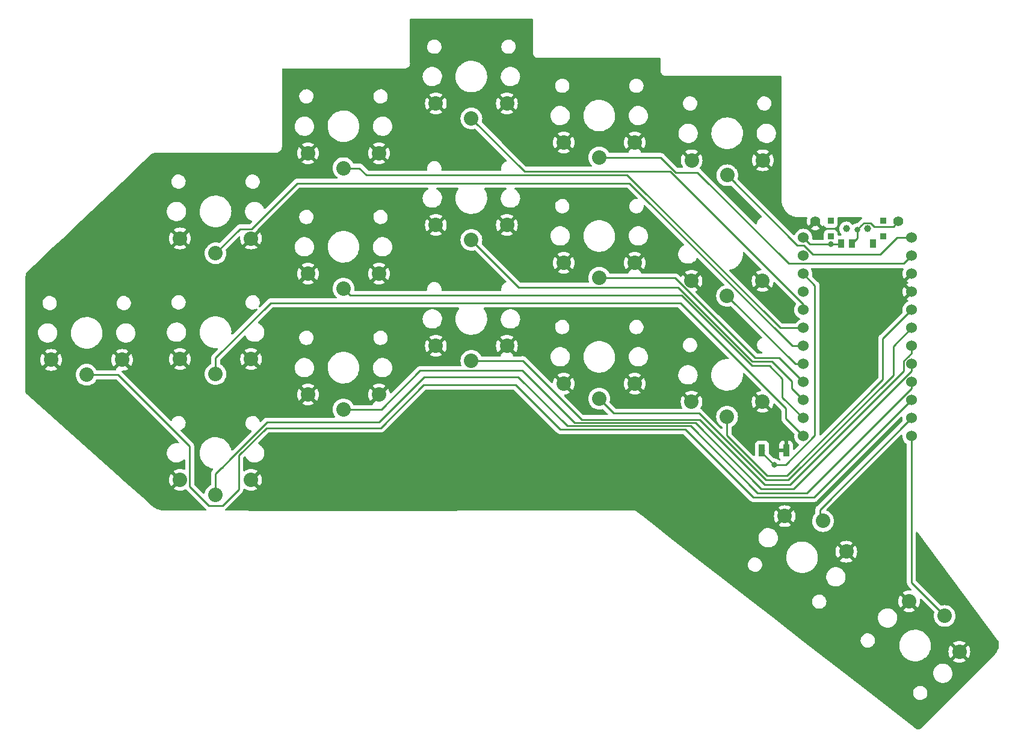
<source format=gbr>
%TF.GenerationSoftware,KiCad,Pcbnew,(6.0.2-0)*%
%TF.CreationDate,2022-03-04T16:04:49-06:00*%
%TF.ProjectId,Exkeylibur,45786b65-796c-4696-9275-722e6b696361,rev?*%
%TF.SameCoordinates,Original*%
%TF.FileFunction,Copper,L1,Top*%
%TF.FilePolarity,Positive*%
%FSLAX46Y46*%
G04 Gerber Fmt 4.6, Leading zero omitted, Abs format (unit mm)*
G04 Created by KiCad (PCBNEW (6.0.2-0)) date 2022-03-04 16:04:49*
%MOMM*%
%LPD*%
G01*
G04 APERTURE LIST*
%TA.AperFunction,ComponentPad*%
%ADD10C,1.524000*%
%TD*%
%TA.AperFunction,ComponentPad*%
%ADD11C,2.032000*%
%TD*%
%TA.AperFunction,SMDPad,CuDef*%
%ADD12R,0.900000X1.700000*%
%TD*%
%TA.AperFunction,ComponentPad*%
%ADD13C,1.397000*%
%TD*%
%TA.AperFunction,WasherPad*%
%ADD14C,1.000000*%
%TD*%
%TA.AperFunction,SMDPad,CuDef*%
%ADD15R,0.900000X0.900000*%
%TD*%
%TA.AperFunction,SMDPad,CuDef*%
%ADD16R,0.900000X1.250000*%
%TD*%
%TA.AperFunction,ViaPad*%
%ADD17C,0.800000*%
%TD*%
%TA.AperFunction,Conductor*%
%ADD18C,0.250000*%
%TD*%
G04 APERTURE END LIST*
D10*
%TO.P,U1,1,TX0/D3*%
%TO.N,switch6*%
X145728935Y-52721212D03*
%TO.P,U1,2,RX1/D2*%
%TO.N,switch5*%
X145728935Y-55261212D03*
%TO.P,U1,3,GND*%
%TO.N,GND*%
X145728935Y-57801212D03*
%TO.P,U1,4,GND*%
X145728935Y-60341212D03*
%TO.P,U1,5,2/D1/SDA*%
%TO.N,switch18*%
X145728935Y-62881212D03*
%TO.P,U1,6,3/D0/SCL*%
%TO.N,switch17*%
X145728935Y-65421212D03*
%TO.P,U1,7,4/D4*%
%TO.N,switch16*%
X145728935Y-67961212D03*
%TO.P,U1,8,5/C6*%
%TO.N,switch15*%
X145728935Y-70501212D03*
%TO.P,U1,9,6/D7*%
%TO.N,switch14*%
X145728935Y-73041212D03*
%TO.P,U1,10,7/E6*%
%TO.N,switch13*%
X145728935Y-75581212D03*
%TO.P,U1,11,8/B4*%
%TO.N,switch7*%
X145728935Y-78121212D03*
%TO.P,U1,12,9/B5*%
%TO.N,switch1*%
X145728935Y-80661212D03*
%TO.P,U1,13,B6/10*%
%TO.N,switch8*%
X130508935Y-80661212D03*
%TO.P,U1,14,B2/16*%
%TO.N,switch9*%
X130508935Y-78121212D03*
%TO.P,U1,15,B3/14*%
%TO.N,switch10*%
X130508935Y-75581212D03*
%TO.P,U1,16,B1/15*%
%TO.N,switch11*%
X130508935Y-73041212D03*
%TO.P,U1,17,F7/A0*%
%TO.N,switch12*%
X130508935Y-70501212D03*
%TO.P,U1,18,F6/A1*%
%TO.N,switch2*%
X130508935Y-67961212D03*
%TO.P,U1,19,F5/A2*%
%TO.N,switch3*%
X130508935Y-65421212D03*
%TO.P,U1,20,F4/A3*%
%TO.N,switch4*%
X130508935Y-62881212D03*
%TO.P,U1,21,VCC*%
%TO.N,VCC*%
X130508935Y-60341212D03*
%TO.P,U1,22,RST*%
%TO.N,Net-(RSW1-Pad1)*%
X130508935Y-57801212D03*
%TO.P,U1,23,GND*%
%TO.N,GND*%
X130508935Y-55261212D03*
%TO.P,U1,24,RAW*%
%TO.N,Net-(PWR_SW1-Pad3)*%
X130508935Y-52721212D03*
%TD*%
D11*
%TO.P,SW16,1,1*%
%TO.N,switch16*%
X83795535Y-70051212D03*
%TO.P,SW16,2,2*%
%TO.N,GND*%
X88795535Y-67951212D03*
X78795535Y-67951212D03*
%TD*%
%TO.P,SW7,1,1*%
%TO.N,switch7*%
X133275535Y-92607662D03*
%TO.P,SW7,2,2*%
%TO.N,GND*%
X136555662Y-96926315D03*
X127895408Y-91926315D03*
%TD*%
%TO.P,SW15,1,1*%
%TO.N,switch15*%
X65795535Y-76909212D03*
%TO.P,SW15,2,2*%
%TO.N,GND*%
X70795535Y-74809212D03*
X60795535Y-74809212D03*
%TD*%
%TO.P,SW13,1,1*%
%TO.N,switch13*%
X29660425Y-72016425D03*
%TO.P,SW13,2,2*%
%TO.N,GND*%
X24660425Y-69916425D03*
X34660425Y-69916425D03*
%TD*%
%TO.P,SW17,1,1*%
%TO.N,switch17*%
X101795535Y-75385212D03*
%TO.P,SW17,2,2*%
%TO.N,GND*%
X96795535Y-73285212D03*
X106795535Y-73285212D03*
%TD*%
%TO.P,SW18,1,1*%
%TO.N,switch18*%
X119775535Y-77925212D03*
%TO.P,SW18,2,2*%
%TO.N,GND*%
X114775535Y-75825212D03*
X124775535Y-75825212D03*
%TD*%
%TO.P,SW4,1,1*%
%TO.N,switch4*%
X83795535Y-35917212D03*
%TO.P,SW4,2,2*%
%TO.N,GND*%
X88795535Y-33817212D03*
X78795535Y-33817212D03*
%TD*%
%TO.P,SW3,1,1*%
%TO.N,switch3*%
X65795535Y-42917212D03*
%TO.P,SW3,2,2*%
%TO.N,GND*%
X70795535Y-40817212D03*
X60795535Y-40817212D03*
%TD*%
%TO.P,SW9,1,1*%
%TO.N,switch9*%
X65795535Y-59891212D03*
%TO.P,SW9,2,2*%
%TO.N,GND*%
X60795535Y-57791212D03*
X70795535Y-57791212D03*
%TD*%
%TO.P,SW14,1,1*%
%TO.N,switch14*%
X47795535Y-88917212D03*
%TO.P,SW14,2,2*%
%TO.N,GND*%
X52795535Y-86817212D03*
X42795535Y-86817212D03*
%TD*%
%TO.P,SW12,1,1*%
%TO.N,switch12*%
X119775535Y-60907212D03*
%TO.P,SW12,2,2*%
%TO.N,GND*%
X124775535Y-58807212D03*
X114775535Y-58807212D03*
%TD*%
%TO.P,SW11,1,1*%
%TO.N,switch11*%
X101795535Y-58367212D03*
%TO.P,SW11,2,2*%
%TO.N,GND*%
X96795535Y-56267212D03*
X106795535Y-56267212D03*
%TD*%
%TO.P,SW8,1,1*%
%TO.N,switch8*%
X47795535Y-71917212D03*
%TO.P,SW8,2,2*%
%TO.N,GND*%
X42795535Y-69817212D03*
X52795535Y-69817212D03*
%TD*%
%TO.P,SW6,1,1*%
%TO.N,switch6*%
X119795535Y-43917212D03*
%TO.P,SW6,2,2*%
%TO.N,GND*%
X124795535Y-41817212D03*
X114795535Y-41817212D03*
%TD*%
%TO.P,SW5,1,1*%
%TO.N,switch5*%
X101795535Y-41417212D03*
%TO.P,SW5,2,2*%
%TO.N,GND*%
X96795535Y-39317212D03*
X106795535Y-39317212D03*
%TD*%
%TO.P,SW2,1,1*%
%TO.N,switch2*%
X47795535Y-54917212D03*
%TO.P,SW2,2,2*%
%TO.N,GND*%
X42795535Y-52817212D03*
X52795535Y-52817212D03*
%TD*%
D12*
%TO.P,RSW1,1,1*%
%TO.N,Net-(RSW1-Pad1)*%
X124679535Y-82693212D03*
%TO.P,RSW1,2,2*%
%TO.N,GND*%
X128079535Y-82693212D03*
%TD*%
D11*
%TO.P,SW10,1,1*%
%TO.N,switch10*%
X83795535Y-53033212D03*
%TO.P,SW10,2,2*%
%TO.N,GND*%
X88795535Y-50933212D03*
X78795535Y-50933212D03*
%TD*%
D13*
%TO.P,BT_V1,1,1*%
%TO.N,Net-(BT_V1-Pad1)*%
X143905535Y-50435212D03*
%TD*%
%TO.P,BT_GND1,1,1*%
%TO.N,GND*%
X132221535Y-50435212D03*
%TD*%
D14*
%TO.P,PWR_SW1,*%
%TO.N,*%
X139566802Y-51454137D03*
X136566802Y-51454137D03*
D15*
%TO.P,PWR_SW1,0*%
%TO.N,N/C*%
X141766802Y-52554137D03*
X134366802Y-52554137D03*
X141766802Y-50354137D03*
X134366802Y-50354137D03*
D16*
%TO.P,PWR_SW1,1,A*%
%TO.N,unconnected-(PWR_SW1-Pad1)*%
X140316802Y-53529137D03*
%TO.P,PWR_SW1,2,B*%
%TO.N,Net-(BT_V1-Pad1)*%
X137316802Y-53529137D03*
%TO.P,PWR_SW1,3,C*%
%TO.N,Net-(PWR_SW1-Pad3)*%
X135816802Y-53529137D03*
%TD*%
D11*
%TO.P,SW1,1,1*%
%TO.N,switch1*%
X150411465Y-105979707D03*
%TO.P,SW1,2,2*%
%TO.N,GND*%
X152462075Y-111000165D03*
X145391007Y-103929097D03*
%TD*%
D14*
%TO.P,PWR_SW1,*%
%TO.N,*%
X139563535Y-51451212D03*
X136563535Y-51451212D03*
%TD*%
D17*
%TO.N,Net-(BT_V1-Pad1)*%
X138106802Y-51571637D03*
%TO.N,Net-(RSW1-Pad1)*%
X126426802Y-84711637D03*
%TO.N,Net-(PWR_SW1-Pad3)*%
X134346802Y-53631637D03*
%TD*%
D18*
%TO.N,switch13*%
X113880425Y-79706425D02*
X96270425Y-79706425D01*
X132013722Y-89296425D02*
X123470425Y-89296425D01*
X96270425Y-79706425D02*
X90000425Y-73436425D01*
X90000425Y-73436425D02*
X77100425Y-73436425D01*
X71040425Y-79496425D02*
X54950425Y-79496425D01*
X77100425Y-73436425D02*
X71040425Y-79496425D01*
X51070425Y-83376425D02*
X51070425Y-88136425D01*
X123470425Y-89296425D02*
X113880425Y-79706425D01*
X51070425Y-88136425D02*
X48790425Y-90416425D01*
X54950425Y-79496425D02*
X51070425Y-83376425D01*
X145728935Y-75581212D02*
X132013722Y-89296425D01*
X48790425Y-90416425D02*
X46830425Y-90416425D01*
X46830425Y-90416425D02*
X44136046Y-87722046D01*
X44136046Y-87722046D02*
X44136046Y-82072046D01*
X44136046Y-82072046D02*
X34080425Y-72016425D01*
X34080425Y-72016425D02*
X29660425Y-72016425D01*
%TO.N,switch14*%
X47795535Y-88917212D02*
X47795535Y-85941315D01*
X47795535Y-85941315D02*
X48630617Y-85106233D01*
X49884556Y-83882514D02*
X49884556Y-83852294D01*
X90386802Y-72331637D02*
X97275842Y-79220677D01*
X55055213Y-78681637D02*
X70806802Y-78681637D01*
X124076802Y-88661637D02*
X130986802Y-88661637D01*
X77156802Y-72331637D02*
X90386802Y-72331637D01*
X49884556Y-83852294D02*
X55055213Y-78681637D01*
X70806802Y-78681637D02*
X77156802Y-72331637D01*
X130986802Y-88661637D02*
X145728935Y-73919504D01*
X97275842Y-79220677D02*
X114635842Y-79220677D01*
X48660837Y-85106233D02*
X49884556Y-83882514D01*
X48630617Y-85106233D02*
X48660837Y-85106233D01*
X114635842Y-79220677D02*
X124076802Y-88661637D01*
X145728935Y-73919504D02*
X145728935Y-73041212D01*
%TO.N,Net-(BT_V1-Pad1)*%
X143207035Y-51133712D02*
X140454727Y-51133712D01*
X143905535Y-50435212D02*
X143207035Y-51133712D01*
X140454727Y-51133712D02*
X139947706Y-50626691D01*
X138659109Y-51029330D02*
X138116802Y-51571637D01*
X138116802Y-51571637D02*
X138106802Y-51571637D01*
X138106802Y-51571637D02*
X138106802Y-52739137D01*
X139061748Y-50626691D02*
X138659109Y-51029330D01*
X139947706Y-50626691D02*
X139061748Y-50626691D01*
X138106802Y-52739137D02*
X137316802Y-53529137D01*
%TO.N,Net-(RSW1-Pad1)*%
X132136802Y-80569905D02*
X127995070Y-84711637D01*
X124985227Y-82693212D02*
X124679535Y-82693212D01*
X127995070Y-84711637D02*
X126426802Y-84711637D01*
X132136802Y-59429079D02*
X132136802Y-59701637D01*
X132136802Y-78029905D02*
X132136802Y-80569905D01*
X124679535Y-82964370D02*
X124679535Y-82693212D01*
X130508935Y-57801212D02*
X132136802Y-59429079D01*
X126426802Y-84711637D02*
X124679535Y-82964370D01*
X132136802Y-59701637D02*
X132136802Y-78029905D01*
%TO.N,switch1*%
X145728935Y-80661212D02*
X145728935Y-101297177D01*
X145728935Y-101297177D02*
X150411465Y-105979707D01*
%TO.N,switch6*%
X143657227Y-52721212D02*
X141296802Y-55081637D01*
X129686046Y-53807723D02*
X119795535Y-43917212D01*
X131865920Y-55081637D02*
X130592006Y-53807723D01*
X145728935Y-52721212D02*
X143657227Y-52721212D01*
X130592006Y-53807723D02*
X129686046Y-53807723D01*
X141296802Y-55081637D02*
X131865920Y-55081637D01*
%TO.N,switch11*%
X123714190Y-69641637D02*
X127109360Y-69641637D01*
X127109360Y-69641637D02*
X130508935Y-73041212D01*
X112439765Y-58367212D02*
X101795535Y-58367212D01*
X123714190Y-69641637D02*
X112439765Y-58367212D01*
%TO.N,switch16*%
X144642424Y-71476015D02*
X128646802Y-87471637D01*
X145293738Y-69414701D02*
X145278886Y-69414701D01*
X91026802Y-70031637D02*
X91007227Y-70051212D01*
X91007227Y-70051212D02*
X83795535Y-70051212D01*
X115936802Y-78321637D02*
X99316802Y-78321637D01*
X145728935Y-67961212D02*
X145728935Y-68979504D01*
X99316802Y-78321637D02*
X91026802Y-70031637D01*
X125086802Y-87471637D02*
X115936802Y-78321637D01*
X145728935Y-68979504D02*
X145293738Y-69414701D01*
X128646802Y-87471637D02*
X125086802Y-87471637D01*
X145278886Y-69414701D02*
X144642424Y-70051163D01*
X144642424Y-70051163D02*
X144642424Y-71476015D01*
%TO.N,switch2*%
X130508935Y-67961212D02*
X128962543Y-67961212D01*
X51236046Y-51476701D02*
X47795535Y-54917212D01*
X106045522Y-45044191D02*
X59269312Y-45044191D01*
X128962543Y-67961212D02*
X106045522Y-45044191D01*
X52836802Y-51476701D02*
X51236046Y-51476701D01*
X59269312Y-45044191D02*
X52836802Y-51476701D01*
%TO.N,switch7*%
X132836802Y-91013345D02*
X132836802Y-91631637D01*
X145728935Y-78121212D02*
X132836802Y-91013345D01*
%TO.N,switch12*%
X130508935Y-70501212D02*
X129369535Y-70501212D01*
X129369535Y-70501212D02*
X119775535Y-60907212D01*
%TO.N,switch17*%
X115866802Y-77441637D02*
X103851960Y-77441637D01*
X103851960Y-77441637D02*
X101795535Y-75385212D01*
X143176802Y-67973345D02*
X143176802Y-72061637D01*
X145728935Y-65421212D02*
X143176802Y-67973345D01*
X125266802Y-86841637D02*
X115866802Y-77441637D01*
X143176802Y-72061637D02*
X128396802Y-86841637D01*
X128396802Y-86841637D02*
X125266802Y-86841637D01*
%TO.N,switch3*%
X68032377Y-42917212D02*
X65795535Y-42917212D01*
X69026802Y-43911637D02*
X68032377Y-42917212D01*
X105725637Y-43911637D02*
X69026802Y-43911637D01*
X127235212Y-65421212D02*
X105725637Y-43911637D01*
X130508935Y-65421212D02*
X127235212Y-65421212D01*
%TO.N,switch8*%
X128056802Y-76746709D02*
X113211730Y-61901637D01*
X130508935Y-80661212D02*
X128056802Y-78209079D01*
X128056802Y-78209079D02*
X128056802Y-76746709D01*
X55546802Y-61901637D02*
X47795535Y-69652904D01*
X47795535Y-69652904D02*
X47795535Y-71917212D01*
X113211730Y-61901637D02*
X55546802Y-61901637D01*
%TO.N,switch18*%
X125396802Y-86191637D02*
X119775535Y-80570370D01*
X128206802Y-86191637D02*
X125396802Y-86191637D01*
X119775535Y-80570370D02*
X119775535Y-77925212D01*
X141686802Y-72711637D02*
X128206802Y-86191637D01*
X145728935Y-62881212D02*
X141686802Y-66923345D01*
X141686802Y-66923345D02*
X141686802Y-72711637D01*
%TO.N,switch4*%
X83795535Y-35917212D02*
X91249960Y-43371637D01*
X91249960Y-43371637D02*
X111771084Y-43371637D01*
X111771084Y-43371637D02*
X130508935Y-62109488D01*
X130508935Y-62109488D02*
X130508935Y-62881212D01*
%TO.N,switch9*%
X127556802Y-72573471D02*
X125746548Y-70763217D01*
X125746548Y-70763217D02*
X123302664Y-70763217D01*
X130508935Y-78121212D02*
X127556802Y-75169079D01*
X127556802Y-75169079D02*
X127556802Y-72573471D01*
X123302664Y-70763217D02*
X113360480Y-60821033D01*
X113360480Y-60821033D02*
X66725356Y-60821033D01*
X66725356Y-60821033D02*
X65795535Y-59891212D01*
%TO.N,switch5*%
X110452377Y-41417212D02*
X101795535Y-41417212D01*
X115626802Y-43531637D02*
X112566802Y-43531637D01*
X112566802Y-43531637D02*
X110452377Y-41417212D01*
X128442888Y-56347723D02*
X115626802Y-43531637D01*
X145728935Y-55261212D02*
X144642424Y-56347723D01*
X144642424Y-56347723D02*
X128442888Y-56347723D01*
%TO.N,switch10*%
X90470046Y-59707723D02*
X83795535Y-53033212D01*
X126082800Y-70151637D02*
X128886802Y-72955639D01*
X130508935Y-75581212D02*
X128886802Y-73959079D01*
X123326802Y-70151637D02*
X112882888Y-59707723D01*
X130508935Y-75525604D02*
X130508935Y-75581212D01*
X112882888Y-59707723D02*
X90470046Y-59707723D01*
X128886802Y-73959079D02*
X128886802Y-72955639D01*
X123326802Y-70151637D02*
X126082800Y-70151637D01*
%TO.N,switch15*%
X98296322Y-78771157D02*
X90966802Y-71441637D01*
X71109227Y-76909212D02*
X65795535Y-76909212D01*
X145728935Y-71459504D02*
X129126802Y-88061637D01*
X129126802Y-88061637D02*
X124586802Y-88061637D01*
X90966802Y-71441637D02*
X76576802Y-71441637D01*
X145728935Y-70501212D02*
X145728935Y-71459504D01*
X76576802Y-71441637D02*
X71109227Y-76909212D01*
X115296322Y-78771157D02*
X98296322Y-78771157D01*
X124586802Y-88061637D02*
X115296322Y-78771157D01*
%TO.N,Net-(PWR_SW1-Pad3)*%
X130508935Y-52721212D02*
X131419360Y-53631637D01*
X134346802Y-53631637D02*
X135714302Y-53631637D01*
X131419360Y-53631637D02*
X134346802Y-53631637D01*
X135714302Y-53631637D02*
X135816802Y-53529137D01*
%TD*%
%TA.AperFunction,Conductor*%
%TO.N,GND*%
G36*
X89753952Y-74089927D02*
G01*
X89774926Y-74106830D01*
X92795746Y-77127651D01*
X95766773Y-80098678D01*
X95774313Y-80106964D01*
X95778425Y-80113443D01*
X95784202Y-80118868D01*
X95828076Y-80160068D01*
X95830918Y-80162823D01*
X95850655Y-80182560D01*
X95853852Y-80185040D01*
X95862872Y-80192743D01*
X95895104Y-80223011D01*
X95902050Y-80226830D01*
X95902053Y-80226832D01*
X95912859Y-80232773D01*
X95929378Y-80243624D01*
X95945384Y-80256039D01*
X95952653Y-80259184D01*
X95952657Y-80259187D01*
X95985962Y-80273599D01*
X95996612Y-80278816D01*
X96035365Y-80300120D01*
X96043040Y-80302091D01*
X96043041Y-80302091D01*
X96054987Y-80305158D01*
X96073692Y-80311562D01*
X96092280Y-80319606D01*
X96100103Y-80320845D01*
X96100113Y-80320848D01*
X96135949Y-80326524D01*
X96147569Y-80328930D01*
X96182714Y-80337953D01*
X96190395Y-80339925D01*
X96210649Y-80339925D01*
X96230359Y-80341476D01*
X96250368Y-80344645D01*
X96258260Y-80343899D01*
X96294386Y-80340484D01*
X96306244Y-80339925D01*
X113565831Y-80339925D01*
X113633952Y-80359927D01*
X113654926Y-80376830D01*
X122966773Y-89688678D01*
X122974313Y-89696964D01*
X122978425Y-89703443D01*
X122984202Y-89708868D01*
X123028076Y-89750068D01*
X123030918Y-89752823D01*
X123050655Y-89772560D01*
X123053852Y-89775040D01*
X123062872Y-89782743D01*
X123095104Y-89813011D01*
X123102050Y-89816830D01*
X123102053Y-89816832D01*
X123112859Y-89822773D01*
X123129378Y-89833624D01*
X123145384Y-89846039D01*
X123152653Y-89849184D01*
X123152657Y-89849187D01*
X123185962Y-89863599D01*
X123196612Y-89868816D01*
X123235365Y-89890120D01*
X123243040Y-89892091D01*
X123243041Y-89892091D01*
X123254987Y-89895158D01*
X123273691Y-89901562D01*
X123274052Y-89901718D01*
X123292280Y-89909606D01*
X123300103Y-89910845D01*
X123300113Y-89910848D01*
X123335949Y-89916524D01*
X123347569Y-89918930D01*
X123379384Y-89927098D01*
X123390395Y-89929925D01*
X123410649Y-89929925D01*
X123430359Y-89931476D01*
X123450368Y-89934645D01*
X123458260Y-89933899D01*
X123477005Y-89932127D01*
X123494387Y-89930484D01*
X123506244Y-89929925D01*
X131934955Y-89929925D01*
X131946138Y-89930452D01*
X131953631Y-89932127D01*
X131961557Y-89931878D01*
X131961558Y-89931878D01*
X132021708Y-89929987D01*
X132025667Y-89929925D01*
X132053578Y-89929925D01*
X132057513Y-89929428D01*
X132057578Y-89929420D01*
X132069415Y-89928487D01*
X132101673Y-89927473D01*
X132105692Y-89927347D01*
X132113611Y-89927098D01*
X132133065Y-89921446D01*
X132152422Y-89917438D01*
X132164652Y-89915893D01*
X132164653Y-89915893D01*
X132172519Y-89914899D01*
X132179890Y-89911980D01*
X132179892Y-89911980D01*
X132213634Y-89898621D01*
X132224864Y-89894776D01*
X132259705Y-89884654D01*
X132259706Y-89884654D01*
X132267315Y-89882443D01*
X132274134Y-89878410D01*
X132274139Y-89878408D01*
X132284750Y-89872132D01*
X132302498Y-89863437D01*
X132321339Y-89855977D01*
X132357109Y-89829989D01*
X132367029Y-89823473D01*
X132398257Y-89805005D01*
X132398260Y-89805003D01*
X132405084Y-89800967D01*
X132419405Y-89786646D01*
X132434439Y-89773805D01*
X132444416Y-89766556D01*
X132450829Y-89761897D01*
X132479020Y-89727820D01*
X132487010Y-89719041D01*
X144244148Y-77961903D01*
X144306460Y-77927877D01*
X144377275Y-77932942D01*
X144434111Y-77975489D01*
X144458922Y-78042009D01*
X144458764Y-78061979D01*
X144453582Y-78121212D01*
X144472957Y-78342675D01*
X144474381Y-78347989D01*
X144474382Y-78347995D01*
X144483420Y-78381726D01*
X144481731Y-78452702D01*
X144450809Y-78503433D01*
X132444549Y-90509693D01*
X132436263Y-90517233D01*
X132429784Y-90521345D01*
X132424359Y-90527122D01*
X132383159Y-90570996D01*
X132380404Y-90573838D01*
X132360667Y-90593575D01*
X132358187Y-90596772D01*
X132350484Y-90605792D01*
X132320216Y-90638024D01*
X132316397Y-90644970D01*
X132316395Y-90644973D01*
X132310454Y-90655779D01*
X132299603Y-90672298D01*
X132287188Y-90688304D01*
X132284043Y-90695573D01*
X132284040Y-90695577D01*
X132269628Y-90728882D01*
X132264411Y-90739532D01*
X132243107Y-90778285D01*
X132241136Y-90785960D01*
X132241136Y-90785961D01*
X132238069Y-90797907D01*
X132231665Y-90816611D01*
X132231302Y-90817451D01*
X132223621Y-90835200D01*
X132222382Y-90843023D01*
X132222379Y-90843033D01*
X132216703Y-90878869D01*
X132214297Y-90890489D01*
X132203302Y-90933315D01*
X132203302Y-90953569D01*
X132201751Y-90973279D01*
X132198582Y-90993288D01*
X132199328Y-91001180D01*
X132202743Y-91037306D01*
X132203302Y-91049164D01*
X132203302Y-91469224D01*
X132183300Y-91537345D01*
X132173114Y-91551053D01*
X132038375Y-91708813D01*
X131912995Y-91913413D01*
X131911102Y-91917983D01*
X131911101Y-91917985D01*
X131853257Y-92057634D01*
X131821166Y-92135109D01*
X131807726Y-92191090D01*
X131766303Y-92363627D01*
X131766302Y-92363633D01*
X131765148Y-92368440D01*
X131746321Y-92607662D01*
X131765148Y-92846884D01*
X131766302Y-92851691D01*
X131766303Y-92851697D01*
X131801578Y-92998625D01*
X131821166Y-93080215D01*
X131823059Y-93084786D01*
X131823060Y-93084788D01*
X131862713Y-93180518D01*
X131912995Y-93301911D01*
X132038375Y-93506511D01*
X132041592Y-93510278D01*
X132041593Y-93510279D01*
X132124953Y-93607882D01*
X132194217Y-93688980D01*
X132376686Y-93844822D01*
X132581286Y-93970202D01*
X132585856Y-93972095D01*
X132585858Y-93972096D01*
X132798409Y-94060137D01*
X132802982Y-94062031D01*
X132884572Y-94081619D01*
X133031500Y-94116894D01*
X133031506Y-94116895D01*
X133036313Y-94118049D01*
X133275535Y-94136876D01*
X133514757Y-94118049D01*
X133519564Y-94116895D01*
X133519570Y-94116894D01*
X133666498Y-94081619D01*
X133748088Y-94062031D01*
X133752661Y-94060137D01*
X133965212Y-93972096D01*
X133965214Y-93972095D01*
X133969784Y-93970202D01*
X134174384Y-93844822D01*
X134356853Y-93688980D01*
X134426117Y-93607882D01*
X134509477Y-93510279D01*
X134509478Y-93510278D01*
X134512695Y-93506511D01*
X134638075Y-93301911D01*
X134688358Y-93180518D01*
X134728010Y-93084788D01*
X134728011Y-93084786D01*
X134729904Y-93080215D01*
X134749492Y-92998625D01*
X134784767Y-92851697D01*
X134784768Y-92851691D01*
X134785922Y-92846884D01*
X134804749Y-92607662D01*
X134785922Y-92368440D01*
X134784768Y-92363633D01*
X134784767Y-92363627D01*
X134743344Y-92191090D01*
X134729904Y-92135109D01*
X134697813Y-92057634D01*
X134639969Y-91917985D01*
X134639968Y-91917983D01*
X134638075Y-91913413D01*
X134512695Y-91708813D01*
X134356853Y-91526344D01*
X134174384Y-91370502D01*
X133969784Y-91245122D01*
X133965214Y-91243229D01*
X133965212Y-91243228D01*
X133812471Y-91179961D01*
X133757190Y-91135413D01*
X133734769Y-91068049D01*
X133752327Y-90999258D01*
X133771594Y-90974457D01*
X144244148Y-80501903D01*
X144306460Y-80467877D01*
X144377275Y-80472942D01*
X144434111Y-80515489D01*
X144458922Y-80582009D01*
X144458764Y-80601979D01*
X144453582Y-80661212D01*
X144472957Y-80882675D01*
X144474381Y-80887988D01*
X144518391Y-81052234D01*
X144530495Y-81097408D01*
X144532817Y-81102389D01*
X144532818Y-81102390D01*
X144622121Y-81293901D01*
X144622124Y-81293906D01*
X144624447Y-81298888D01*
X144627603Y-81303395D01*
X144627604Y-81303397D01*
X144747711Y-81474927D01*
X144751958Y-81480993D01*
X144909154Y-81638189D01*
X144913662Y-81641346D01*
X144913665Y-81641348D01*
X144965974Y-81677975D01*
X145038870Y-81729017D01*
X145041706Y-81731003D01*
X145086034Y-81786460D01*
X145095435Y-81834216D01*
X145095435Y-101218410D01*
X145094908Y-101229593D01*
X145093233Y-101237086D01*
X145093482Y-101245012D01*
X145093482Y-101245013D01*
X145095373Y-101305163D01*
X145095435Y-101309122D01*
X145095435Y-101337033D01*
X145095932Y-101340967D01*
X145095932Y-101340968D01*
X145095940Y-101341033D01*
X145096873Y-101352870D01*
X145098262Y-101397066D01*
X145103913Y-101416516D01*
X145107922Y-101435877D01*
X145110461Y-101455974D01*
X145113380Y-101463345D01*
X145113380Y-101463347D01*
X145126739Y-101497089D01*
X145130584Y-101508319D01*
X145140706Y-101543160D01*
X145142917Y-101550770D01*
X145146950Y-101557589D01*
X145146952Y-101557594D01*
X145153228Y-101568205D01*
X145161923Y-101585953D01*
X145169383Y-101604794D01*
X145174045Y-101611210D01*
X145174045Y-101611211D01*
X145195371Y-101640564D01*
X145201887Y-101650484D01*
X145207109Y-101659313D01*
X145224393Y-101688539D01*
X145238714Y-101702860D01*
X145251554Y-101717893D01*
X145263463Y-101734284D01*
X145269569Y-101739335D01*
X145297540Y-101762475D01*
X145306319Y-101770465D01*
X145742464Y-102206610D01*
X145776490Y-102268922D01*
X145771425Y-102339737D01*
X145728878Y-102396573D01*
X145662358Y-102421384D01*
X145633656Y-102420153D01*
X145625224Y-102418817D01*
X145395937Y-102400772D01*
X145386077Y-102400772D01*
X145156798Y-102418817D01*
X145147051Y-102420360D01*
X144923421Y-102474050D01*
X144914036Y-102477099D01*
X144701560Y-102565109D01*
X144692766Y-102569590D01*
X144520924Y-102674894D01*
X144511464Y-102685350D01*
X144515248Y-102694128D01*
X146622933Y-104801813D01*
X146635313Y-104808573D01*
X146642963Y-104802846D01*
X146750514Y-104627338D01*
X146754995Y-104618544D01*
X146843005Y-104406068D01*
X146846054Y-104396683D01*
X146899744Y-104173053D01*
X146901287Y-104163306D01*
X146919332Y-103934027D01*
X146919332Y-103924167D01*
X146901287Y-103694880D01*
X146899951Y-103686448D01*
X146909049Y-103616037D01*
X146954770Y-103561722D01*
X147022597Y-103540748D01*
X147090997Y-103559774D01*
X147113494Y-103577640D01*
X148923875Y-105388021D01*
X148957901Y-105450333D01*
X148955072Y-105506668D01*
X148957096Y-105507154D01*
X148902233Y-105735672D01*
X148902232Y-105735678D01*
X148901078Y-105740485D01*
X148882251Y-105979707D01*
X148901078Y-106218929D01*
X148902232Y-106223736D01*
X148902233Y-106223742D01*
X148925700Y-106321487D01*
X148957096Y-106452260D01*
X148958989Y-106456831D01*
X148958990Y-106456833D01*
X149040908Y-106654600D01*
X149048925Y-106673956D01*
X149174305Y-106878556D01*
X149330147Y-107061025D01*
X149333909Y-107064238D01*
X149448711Y-107162287D01*
X149512616Y-107216867D01*
X149717216Y-107342247D01*
X149721786Y-107344140D01*
X149721788Y-107344141D01*
X149831435Y-107389558D01*
X149938912Y-107434076D01*
X150012209Y-107451673D01*
X150167430Y-107488939D01*
X150167436Y-107488940D01*
X150172243Y-107490094D01*
X150411465Y-107508921D01*
X150650687Y-107490094D01*
X150655494Y-107488940D01*
X150655500Y-107488939D01*
X150810721Y-107451673D01*
X150884018Y-107434076D01*
X150991495Y-107389558D01*
X151101142Y-107344141D01*
X151101144Y-107344140D01*
X151105714Y-107342247D01*
X151310314Y-107216867D01*
X151374220Y-107162287D01*
X151489021Y-107064238D01*
X151492783Y-107061025D01*
X151648625Y-106878556D01*
X151774005Y-106673956D01*
X151782023Y-106654600D01*
X151863940Y-106456833D01*
X151863941Y-106456831D01*
X151865834Y-106452260D01*
X151897230Y-106321487D01*
X151920697Y-106223742D01*
X151920698Y-106223736D01*
X151921852Y-106218929D01*
X151940679Y-105979707D01*
X151921852Y-105740485D01*
X151920698Y-105735678D01*
X151920697Y-105735672D01*
X151866989Y-105511966D01*
X151865834Y-105507154D01*
X151845764Y-105458701D01*
X151775899Y-105290030D01*
X151775898Y-105290028D01*
X151774005Y-105285458D01*
X151648625Y-105080858D01*
X151642279Y-105073427D01*
X151495996Y-104902151D01*
X151492783Y-104898389D01*
X151310314Y-104742547D01*
X151105714Y-104617167D01*
X151101144Y-104615274D01*
X151101142Y-104615273D01*
X150888591Y-104527232D01*
X150888589Y-104527231D01*
X150884018Y-104525338D01*
X150775125Y-104499195D01*
X150655500Y-104470475D01*
X150655494Y-104470474D01*
X150650687Y-104469320D01*
X150411465Y-104450493D01*
X150172243Y-104469320D01*
X150167436Y-104470474D01*
X150167430Y-104470475D01*
X149938912Y-104525338D01*
X149938375Y-104523103D01*
X149876945Y-104524909D01*
X149819780Y-104492117D01*
X146399340Y-101071677D01*
X146365314Y-101009365D01*
X146362435Y-100982582D01*
X146362435Y-94247351D01*
X146382437Y-94179230D01*
X146436093Y-94132737D01*
X146506367Y-94122633D01*
X146570947Y-94152127D01*
X146589564Y-94172192D01*
X157959955Y-109471840D01*
X157967529Y-109482032D01*
X157988964Y-109527970D01*
X158017800Y-109648925D01*
X158020423Y-109663866D01*
X158044861Y-109878117D01*
X158045185Y-109880959D01*
X158045994Y-109896101D01*
X158045557Y-109959343D01*
X158044484Y-110114612D01*
X158043466Y-110129747D01*
X158015708Y-110346483D01*
X158012878Y-110361387D01*
X157978671Y-110496563D01*
X157959275Y-110573207D01*
X157954675Y-110587662D01*
X157878664Y-110784612D01*
X157875999Y-110791516D01*
X157869694Y-110805315D01*
X157767086Y-110998238D01*
X157759172Y-111011173D01*
X157634132Y-111190353D01*
X157624718Y-111202248D01*
X157502076Y-111339359D01*
X157482125Y-111357346D01*
X157482050Y-111357419D01*
X157474775Y-111362682D01*
X157469270Y-111369776D01*
X157419087Y-111434439D01*
X157408771Y-111446155D01*
X147189427Y-121695207D01*
X147177854Y-121705469D01*
X147151129Y-121726383D01*
X147145899Y-121733674D01*
X147145895Y-121733678D01*
X147145236Y-121734597D01*
X147125332Y-121756408D01*
X147058500Y-121814269D01*
X147036859Y-121829352D01*
X146962339Y-121870431D01*
X146941756Y-121881777D01*
X146917453Y-121892021D01*
X146813501Y-121923496D01*
X146787597Y-121928453D01*
X146702333Y-121935650D01*
X146685848Y-121937042D01*
X146679391Y-121937587D01*
X146653013Y-121937042D01*
X146576133Y-121927337D01*
X146545271Y-121923441D01*
X146519588Y-121917415D01*
X146417040Y-121881674D01*
X146393176Y-121870431D01*
X146323331Y-121828073D01*
X146310970Y-121818184D01*
X146310415Y-121818895D01*
X146303332Y-121813372D01*
X146297110Y-121806908D01*
X146272625Y-121792889D01*
X146257866Y-121782993D01*
X146178000Y-121720852D01*
X139932992Y-116861871D01*
X145953012Y-116861871D01*
X145983506Y-117063505D01*
X146053921Y-117254889D01*
X146161382Y-117428205D01*
X146301498Y-117576374D01*
X146306728Y-117580036D01*
X146306729Y-117580037D01*
X146463312Y-117689677D01*
X146468545Y-117693341D01*
X146655700Y-117774330D01*
X146661948Y-117775635D01*
X146661947Y-117775635D01*
X146850572Y-117815042D01*
X146850576Y-117815042D01*
X146855317Y-117816033D01*
X146860154Y-117816286D01*
X146860158Y-117816287D01*
X146860224Y-117816290D01*
X146861996Y-117816383D01*
X147011751Y-117816383D01*
X147084397Y-117809004D01*
X147157318Y-117801597D01*
X147157319Y-117801597D01*
X147163667Y-117800952D01*
X147358262Y-117739969D01*
X147536621Y-117641104D01*
X147691457Y-117508393D01*
X147816445Y-117347259D01*
X147906480Y-117164284D01*
X147908090Y-117158104D01*
X147956274Y-116973124D01*
X147956274Y-116973121D01*
X147957884Y-116966942D01*
X147968556Y-116763295D01*
X147938062Y-116561661D01*
X147867647Y-116370277D01*
X147760186Y-116196961D01*
X147620070Y-116048792D01*
X147523209Y-115980969D01*
X147458256Y-115935489D01*
X147458255Y-115935488D01*
X147453023Y-115931825D01*
X147265868Y-115850836D01*
X147215411Y-115840295D01*
X147070996Y-115810124D01*
X147070992Y-115810124D01*
X147066251Y-115809133D01*
X147061414Y-115808880D01*
X147061410Y-115808879D01*
X147061344Y-115808876D01*
X147059572Y-115808783D01*
X146909817Y-115808783D01*
X146837171Y-115816162D01*
X146764250Y-115823569D01*
X146764249Y-115823569D01*
X146757901Y-115824214D01*
X146563306Y-115885197D01*
X146384947Y-115984062D01*
X146230111Y-116116773D01*
X146105123Y-116277907D01*
X146015088Y-116460882D01*
X146013479Y-116467060D01*
X146013478Y-116467062D01*
X145990399Y-116555665D01*
X145963684Y-116658224D01*
X145953012Y-116861871D01*
X139932992Y-116861871D01*
X136224511Y-113976456D01*
X148765822Y-113976456D01*
X148774476Y-114206992D01*
X148821850Y-114432774D01*
X148906589Y-114647346D01*
X149026269Y-114844573D01*
X149029766Y-114848603D01*
X149116390Y-114948428D01*
X149177469Y-115018816D01*
X149181600Y-115022203D01*
X149351737Y-115161708D01*
X149351743Y-115161712D01*
X149355865Y-115165092D01*
X149556357Y-115279218D01*
X149561373Y-115281039D01*
X149561378Y-115281041D01*
X149768197Y-115356113D01*
X149768201Y-115356114D01*
X149773212Y-115357933D01*
X149778461Y-115358882D01*
X149778464Y-115358883D01*
X149996145Y-115398246D01*
X149996152Y-115398247D01*
X150000229Y-115398984D01*
X150017966Y-115399820D01*
X150022914Y-115400054D01*
X150022921Y-115400054D01*
X150024402Y-115400124D01*
X150186547Y-115400124D01*
X150253503Y-115394443D01*
X150353184Y-115385985D01*
X150353188Y-115385984D01*
X150358495Y-115385534D01*
X150363650Y-115384196D01*
X150363656Y-115384195D01*
X150576625Y-115328919D01*
X150576629Y-115328918D01*
X150581794Y-115327577D01*
X150586660Y-115325385D01*
X150586663Y-115325384D01*
X150787271Y-115235017D01*
X150792137Y-115232825D01*
X150796557Y-115229849D01*
X150796561Y-115229847D01*
X150897770Y-115161708D01*
X150983507Y-115103986D01*
X151150434Y-114944746D01*
X151288143Y-114759658D01*
X151342927Y-114651907D01*
X151390280Y-114558770D01*
X151390280Y-114558769D01*
X151392699Y-114554012D01*
X151431965Y-114427555D01*
X151459527Y-114338794D01*
X151459528Y-114338788D01*
X151461111Y-114333691D01*
X151491422Y-114104992D01*
X151482768Y-113874456D01*
X151435394Y-113648674D01*
X151350655Y-113434102D01*
X151230975Y-113236875D01*
X151144050Y-113136702D01*
X151083275Y-113066665D01*
X151083273Y-113066663D01*
X151079775Y-113062632D01*
X151037640Y-113028084D01*
X150905507Y-112919740D01*
X150905501Y-112919736D01*
X150901379Y-112916356D01*
X150700887Y-112802230D01*
X150695871Y-112800409D01*
X150695866Y-112800407D01*
X150489047Y-112725335D01*
X150489043Y-112725334D01*
X150484032Y-112723515D01*
X150478783Y-112722566D01*
X150478780Y-112722565D01*
X150261099Y-112683202D01*
X150261092Y-112683201D01*
X150257015Y-112682464D01*
X150239278Y-112681628D01*
X150234330Y-112681394D01*
X150234323Y-112681394D01*
X150232842Y-112681324D01*
X150070697Y-112681324D01*
X150003741Y-112687005D01*
X149904060Y-112695463D01*
X149904056Y-112695464D01*
X149898749Y-112695914D01*
X149893594Y-112697252D01*
X149893588Y-112697253D01*
X149680619Y-112752529D01*
X149680615Y-112752530D01*
X149675450Y-112753871D01*
X149670584Y-112756063D01*
X149670581Y-112756064D01*
X149572143Y-112800407D01*
X149465107Y-112848623D01*
X149460687Y-112851599D01*
X149460683Y-112851601D01*
X149368422Y-112913716D01*
X149273737Y-112977462D01*
X149106810Y-113136702D01*
X148969101Y-113321790D01*
X148966686Y-113326540D01*
X148911999Y-113434102D01*
X148864545Y-113527436D01*
X148830339Y-113637597D01*
X148797717Y-113742654D01*
X148797716Y-113742660D01*
X148796133Y-113747757D01*
X148765822Y-113976456D01*
X136224511Y-113976456D01*
X130445022Y-109479676D01*
X138570817Y-109479676D01*
X138601311Y-109681310D01*
X138603517Y-109687305D01*
X138603517Y-109687306D01*
X138632598Y-109766345D01*
X138671726Y-109872694D01*
X138779187Y-110046010D01*
X138783568Y-110050643D01*
X138783569Y-110050644D01*
X138853322Y-110124406D01*
X138919303Y-110194179D01*
X138924533Y-110197841D01*
X138924534Y-110197842D01*
X139081117Y-110307482D01*
X139086350Y-110311146D01*
X139273505Y-110392135D01*
X139311090Y-110399987D01*
X139468377Y-110432847D01*
X139468381Y-110432847D01*
X139473122Y-110433838D01*
X139477959Y-110434091D01*
X139477963Y-110434092D01*
X139478029Y-110434095D01*
X139479801Y-110434188D01*
X139629556Y-110434188D01*
X139702202Y-110426809D01*
X139775123Y-110419402D01*
X139775124Y-110419402D01*
X139781472Y-110418757D01*
X139976067Y-110357774D01*
X140154426Y-110258909D01*
X140225144Y-110198296D01*
X144012049Y-110198296D01*
X144012412Y-110202444D01*
X144012412Y-110202448D01*
X144029122Y-110393440D01*
X144037787Y-110492486D01*
X144038697Y-110496558D01*
X144038698Y-110496563D01*
X144096736Y-110756209D01*
X144102207Y-110780687D01*
X144204179Y-111057836D01*
X144341909Y-111319064D01*
X144374344Y-111364704D01*
X144510554Y-111556372D01*
X144510559Y-111556378D01*
X144512978Y-111559782D01*
X144515822Y-111562832D01*
X144515827Y-111562838D01*
X144650538Y-111707298D01*
X144714381Y-111775761D01*
X144942580Y-111963205D01*
X145193564Y-112118822D01*
X145462925Y-112239878D01*
X145745930Y-112324245D01*
X145750050Y-112324898D01*
X145750052Y-112324898D01*
X146034127Y-112369892D01*
X146034133Y-112369893D01*
X146037608Y-112370443D01*
X146062167Y-112371558D01*
X146128552Y-112374573D01*
X146128573Y-112374573D01*
X146129972Y-112374637D01*
X146314436Y-112374637D01*
X146534199Y-112360040D01*
X146538298Y-112359214D01*
X146538302Y-112359213D01*
X146711725Y-112324245D01*
X146823686Y-112301670D01*
X146989803Y-112244471D01*
X151582599Y-112244471D01*
X151588326Y-112252121D01*
X151763834Y-112359672D01*
X151772628Y-112364153D01*
X151985104Y-112452163D01*
X151994489Y-112455212D01*
X152218119Y-112508902D01*
X152227866Y-112510445D01*
X152457145Y-112528490D01*
X152467005Y-112528490D01*
X152696284Y-112510445D01*
X152706031Y-112508902D01*
X152929661Y-112455212D01*
X152939046Y-112452163D01*
X153151522Y-112364153D01*
X153160316Y-112359672D01*
X153332158Y-112254368D01*
X153341618Y-112243912D01*
X153337834Y-112235134D01*
X152474887Y-111372187D01*
X152460943Y-111364573D01*
X152459110Y-111364704D01*
X152452495Y-111368955D01*
X151589359Y-112232091D01*
X151582599Y-112244471D01*
X146989803Y-112244471D01*
X147102910Y-112205525D01*
X147272624Y-112120539D01*
X147363230Y-112075167D01*
X147363232Y-112075166D01*
X147366966Y-112073296D01*
X147611213Y-111907305D01*
X147642154Y-111879641D01*
X147828247Y-111713254D01*
X147831362Y-111710469D01*
X147927894Y-111597844D01*
X148020824Y-111489421D01*
X148020827Y-111489417D01*
X148023544Y-111486247D01*
X148025818Y-111482745D01*
X148025822Y-111482740D01*
X148182105Y-111242086D01*
X148182108Y-111242081D01*
X148184384Y-111238576D01*
X148204320Y-111196592D01*
X148295249Y-111005095D01*
X150933750Y-111005095D01*
X150951795Y-111234374D01*
X150953338Y-111244121D01*
X151007028Y-111467751D01*
X151010077Y-111477136D01*
X151098087Y-111689612D01*
X151102568Y-111698406D01*
X151207872Y-111870248D01*
X151218328Y-111879708D01*
X151227106Y-111875924D01*
X152090053Y-111012977D01*
X152096431Y-111001297D01*
X152826483Y-111001297D01*
X152826614Y-111003130D01*
X152830865Y-111009745D01*
X153694001Y-111872881D01*
X153706381Y-111879641D01*
X153714031Y-111873914D01*
X153821582Y-111698406D01*
X153826063Y-111689612D01*
X153914073Y-111477136D01*
X153917122Y-111467751D01*
X153970812Y-111244121D01*
X153972355Y-111234374D01*
X153990400Y-111005095D01*
X153990400Y-110995235D01*
X153972355Y-110765956D01*
X153970812Y-110756209D01*
X153917122Y-110532579D01*
X153914073Y-110523194D01*
X153826063Y-110310718D01*
X153821582Y-110301924D01*
X153716278Y-110130082D01*
X153705822Y-110120622D01*
X153697044Y-110124406D01*
X152834097Y-110987353D01*
X152826483Y-111001297D01*
X152096431Y-111001297D01*
X152097667Y-110999033D01*
X152097536Y-110997200D01*
X152093285Y-110990585D01*
X151230149Y-110127449D01*
X151217769Y-110120689D01*
X151210119Y-110126416D01*
X151102568Y-110301924D01*
X151098087Y-110310718D01*
X151010077Y-110523194D01*
X151007028Y-110532579D01*
X150953338Y-110756209D01*
X150951795Y-110765956D01*
X150933750Y-110995235D01*
X150933750Y-111005095D01*
X148295249Y-111005095D01*
X148298127Y-110999033D01*
X148311054Y-110971809D01*
X148401330Y-110690633D01*
X148431457Y-110523194D01*
X148452886Y-110404096D01*
X148452887Y-110404091D01*
X148453625Y-110399987D01*
X148453923Y-110393440D01*
X148466832Y-110109148D01*
X148466832Y-110109143D01*
X148467021Y-110104978D01*
X148462268Y-110050644D01*
X148441647Y-109814949D01*
X148441283Y-109810788D01*
X148440372Y-109806711D01*
X148429130Y-109756418D01*
X151582532Y-109756418D01*
X151586316Y-109765196D01*
X152449263Y-110628143D01*
X152463207Y-110635757D01*
X152465040Y-110635626D01*
X152471655Y-110631375D01*
X153334791Y-109768239D01*
X153341551Y-109755859D01*
X153335824Y-109748209D01*
X153160316Y-109640658D01*
X153151522Y-109636177D01*
X152939046Y-109548167D01*
X152929661Y-109545118D01*
X152706031Y-109491428D01*
X152696284Y-109489885D01*
X152467005Y-109471840D01*
X152457145Y-109471840D01*
X152227866Y-109489885D01*
X152218119Y-109491428D01*
X151994489Y-109545118D01*
X151985104Y-109548167D01*
X151772628Y-109636177D01*
X151763834Y-109640658D01*
X151591992Y-109745962D01*
X151582532Y-109756418D01*
X148429130Y-109756418D01*
X148377775Y-109526665D01*
X148377773Y-109526658D01*
X148376863Y-109522587D01*
X148274891Y-109245438D01*
X148243439Y-109185783D01*
X148183954Y-109072960D01*
X148137161Y-108984210D01*
X148020597Y-108820188D01*
X147968516Y-108746902D01*
X147968511Y-108746896D01*
X147966092Y-108743492D01*
X147963248Y-108740442D01*
X147963243Y-108740436D01*
X147767535Y-108530565D01*
X147764689Y-108527513D01*
X147536490Y-108340069D01*
X147285506Y-108184452D01*
X147016145Y-108063396D01*
X146733140Y-107979029D01*
X146729020Y-107978376D01*
X146729018Y-107978376D01*
X146444943Y-107933382D01*
X146444937Y-107933381D01*
X146441462Y-107932831D01*
X146416903Y-107931716D01*
X146350518Y-107928701D01*
X146350497Y-107928701D01*
X146349098Y-107928637D01*
X146164634Y-107928637D01*
X145944871Y-107943234D01*
X145940772Y-107944060D01*
X145940768Y-107944061D01*
X145798174Y-107972813D01*
X145655384Y-108001604D01*
X145376160Y-108097749D01*
X145372432Y-108099616D01*
X145203018Y-108184452D01*
X145112104Y-108229978D01*
X144867857Y-108395969D01*
X144864743Y-108398753D01*
X144864742Y-108398754D01*
X144833513Y-108426676D01*
X144647708Y-108592805D01*
X144644991Y-108595975D01*
X144644990Y-108595976D01*
X144461436Y-108810132D01*
X144455526Y-108817027D01*
X144453252Y-108820529D01*
X144453248Y-108820534D01*
X144300500Y-109055745D01*
X144294686Y-109064698D01*
X144292892Y-109068476D01*
X144292891Y-109068478D01*
X144285109Y-109084867D01*
X144168016Y-109331465D01*
X144166737Y-109335448D01*
X144166736Y-109335451D01*
X144119674Y-109482032D01*
X144077740Y-109612641D01*
X144076999Y-109616760D01*
X144026737Y-109896109D01*
X144025445Y-109903287D01*
X144025256Y-109907454D01*
X144025255Y-109907461D01*
X144012238Y-110194126D01*
X144012049Y-110198296D01*
X140225144Y-110198296D01*
X140309262Y-110126198D01*
X140434250Y-109965064D01*
X140524285Y-109782089D01*
X140528386Y-109766345D01*
X140574079Y-109590929D01*
X140574079Y-109590926D01*
X140575689Y-109584747D01*
X140583025Y-109444764D01*
X140586027Y-109387482D01*
X140586027Y-109387478D01*
X140586361Y-109381100D01*
X140555867Y-109179466D01*
X140535389Y-109123808D01*
X140487656Y-108994072D01*
X140487655Y-108994071D01*
X140485452Y-108988082D01*
X140407251Y-108861958D01*
X140381353Y-108820188D01*
X140381352Y-108820187D01*
X140377991Y-108814766D01*
X140313816Y-108746902D01*
X140242260Y-108671234D01*
X140237875Y-108666597D01*
X140141014Y-108598774D01*
X140076061Y-108553294D01*
X140076060Y-108553293D01*
X140070828Y-108549630D01*
X139883673Y-108468641D01*
X139833216Y-108458100D01*
X139688801Y-108427929D01*
X139688797Y-108427929D01*
X139684056Y-108426938D01*
X139679219Y-108426685D01*
X139679215Y-108426684D01*
X139679149Y-108426681D01*
X139677377Y-108426588D01*
X139527622Y-108426588D01*
X139454976Y-108433967D01*
X139382055Y-108441374D01*
X139382054Y-108441374D01*
X139375706Y-108442019D01*
X139181111Y-108503002D01*
X139002752Y-108601867D01*
X138847916Y-108734578D01*
X138722928Y-108895712D01*
X138632893Y-109078687D01*
X138631284Y-109084865D01*
X138631283Y-109084867D01*
X138608204Y-109173470D01*
X138581489Y-109276029D01*
X138581155Y-109282408D01*
X138571228Y-109471840D01*
X138570817Y-109479676D01*
X130445022Y-109479676D01*
X126227609Y-106198282D01*
X140987648Y-106198282D01*
X140996302Y-106428818D01*
X141043676Y-106654600D01*
X141045634Y-106659559D01*
X141045635Y-106659561D01*
X141051320Y-106673956D01*
X141128415Y-106869172D01*
X141248095Y-107066399D01*
X141251592Y-107070429D01*
X141380911Y-107219456D01*
X141399295Y-107240642D01*
X141403426Y-107244029D01*
X141573563Y-107383534D01*
X141573569Y-107383538D01*
X141577691Y-107386918D01*
X141778183Y-107501044D01*
X141783199Y-107502865D01*
X141783204Y-107502867D01*
X141990023Y-107577939D01*
X141990027Y-107577940D01*
X141995038Y-107579759D01*
X142000287Y-107580708D01*
X142000290Y-107580709D01*
X142217971Y-107620072D01*
X142217978Y-107620073D01*
X142222055Y-107620810D01*
X142239792Y-107621646D01*
X142244740Y-107621880D01*
X142244747Y-107621880D01*
X142246228Y-107621950D01*
X142408373Y-107621950D01*
X142475329Y-107616269D01*
X142575010Y-107607811D01*
X142575014Y-107607810D01*
X142580321Y-107607360D01*
X142585476Y-107606022D01*
X142585482Y-107606021D01*
X142798451Y-107550745D01*
X142798455Y-107550744D01*
X142803620Y-107549403D01*
X142808486Y-107547211D01*
X142808489Y-107547210D01*
X143009097Y-107456843D01*
X143013963Y-107454651D01*
X143018383Y-107451675D01*
X143018387Y-107451673D01*
X143184765Y-107339659D01*
X143205333Y-107325812D01*
X143372260Y-107166572D01*
X143446791Y-107066399D01*
X143506785Y-106985764D01*
X143506787Y-106985761D01*
X143509969Y-106981484D01*
X143562300Y-106878556D01*
X143612106Y-106780596D01*
X143612106Y-106780595D01*
X143614525Y-106775838D01*
X143653791Y-106649381D01*
X143681353Y-106560620D01*
X143681354Y-106560614D01*
X143682937Y-106555517D01*
X143713248Y-106326818D01*
X143704594Y-106096282D01*
X143657220Y-105870500D01*
X143572481Y-105655928D01*
X143452801Y-105458701D01*
X143365876Y-105358528D01*
X143305101Y-105288491D01*
X143305099Y-105288489D01*
X143301601Y-105284458D01*
X143259466Y-105249910D01*
X143166160Y-105173403D01*
X144511531Y-105173403D01*
X144517258Y-105181053D01*
X144692766Y-105288604D01*
X144701560Y-105293085D01*
X144914036Y-105381095D01*
X144923421Y-105384144D01*
X145147051Y-105437834D01*
X145156798Y-105439377D01*
X145386077Y-105457422D01*
X145395937Y-105457422D01*
X145625216Y-105439377D01*
X145634963Y-105437834D01*
X145858593Y-105384144D01*
X145867978Y-105381095D01*
X146080454Y-105293085D01*
X146089248Y-105288604D01*
X146261090Y-105183300D01*
X146270550Y-105172844D01*
X146266766Y-105164066D01*
X145403819Y-104301119D01*
X145389875Y-104293505D01*
X145388042Y-104293636D01*
X145381427Y-104297887D01*
X144518291Y-105161023D01*
X144511531Y-105173403D01*
X143166160Y-105173403D01*
X143127333Y-105141566D01*
X143127327Y-105141562D01*
X143123205Y-105138182D01*
X142922713Y-105024056D01*
X142917697Y-105022235D01*
X142917692Y-105022233D01*
X142710873Y-104947161D01*
X142710869Y-104947160D01*
X142705858Y-104945341D01*
X142700609Y-104944392D01*
X142700606Y-104944391D01*
X142482925Y-104905028D01*
X142482918Y-104905027D01*
X142478841Y-104904290D01*
X142461104Y-104903454D01*
X142456156Y-104903220D01*
X142456149Y-104903220D01*
X142454668Y-104903150D01*
X142292523Y-104903150D01*
X142225567Y-104908831D01*
X142125886Y-104917289D01*
X142125882Y-104917290D01*
X142120575Y-104917740D01*
X142115420Y-104919078D01*
X142115414Y-104919079D01*
X141902445Y-104974355D01*
X141902441Y-104974356D01*
X141897276Y-104975697D01*
X141892410Y-104977889D01*
X141892407Y-104977890D01*
X141793969Y-105022233D01*
X141686933Y-105070449D01*
X141682513Y-105073425D01*
X141682509Y-105073427D01*
X141590248Y-105135542D01*
X141495563Y-105199288D01*
X141328636Y-105358528D01*
X141190927Y-105543616D01*
X141188512Y-105548366D01*
X141093281Y-105735672D01*
X141086371Y-105749262D01*
X141052165Y-105859422D01*
X141019543Y-105964480D01*
X141019542Y-105964486D01*
X141017959Y-105969583D01*
X140987648Y-106198282D01*
X126227609Y-106198282D01*
X123420011Y-104013807D01*
X131738416Y-104013807D01*
X131768910Y-104215441D01*
X131771116Y-104221436D01*
X131771116Y-104221437D01*
X131835594Y-104396683D01*
X131839325Y-104406825D01*
X131946786Y-104580141D01*
X131951167Y-104584774D01*
X131951168Y-104584775D01*
X131981800Y-104617167D01*
X132086902Y-104728310D01*
X132092132Y-104731972D01*
X132092133Y-104731973D01*
X132248716Y-104841613D01*
X132253949Y-104845277D01*
X132354541Y-104888807D01*
X132421402Y-104917740D01*
X132441104Y-104926266D01*
X132447352Y-104927571D01*
X132447351Y-104927571D01*
X132635976Y-104966978D01*
X132635980Y-104966978D01*
X132640721Y-104967969D01*
X132645558Y-104968222D01*
X132645562Y-104968223D01*
X132645628Y-104968226D01*
X132647400Y-104968319D01*
X132797155Y-104968319D01*
X132869801Y-104960940D01*
X132942722Y-104953533D01*
X132942723Y-104953533D01*
X132949071Y-104952888D01*
X133143666Y-104891905D01*
X133322025Y-104793040D01*
X133476861Y-104660329D01*
X133601849Y-104499195D01*
X133691884Y-104316220D01*
X133695818Y-104301119D01*
X133741678Y-104125060D01*
X133741678Y-104125057D01*
X133743288Y-104118878D01*
X133752975Y-103934027D01*
X143862682Y-103934027D01*
X143880727Y-104163306D01*
X143882270Y-104173053D01*
X143935960Y-104396683D01*
X143939009Y-104406068D01*
X144027019Y-104618544D01*
X144031500Y-104627338D01*
X144136804Y-104799180D01*
X144147260Y-104808640D01*
X144156038Y-104804856D01*
X145018985Y-103941909D01*
X145026599Y-103927965D01*
X145026468Y-103926132D01*
X145022217Y-103919517D01*
X144159081Y-103056381D01*
X144146701Y-103049621D01*
X144139051Y-103055348D01*
X144031500Y-103230856D01*
X144027019Y-103239650D01*
X143939009Y-103452126D01*
X143935960Y-103461511D01*
X143882270Y-103685141D01*
X143880727Y-103694888D01*
X143862682Y-103924167D01*
X143862682Y-103934027D01*
X133752975Y-103934027D01*
X133753960Y-103915231D01*
X133723466Y-103713597D01*
X133721260Y-103707601D01*
X133655255Y-103528203D01*
X133655254Y-103528202D01*
X133653051Y-103522213D01*
X133545590Y-103348897D01*
X133405474Y-103200728D01*
X133308613Y-103132905D01*
X133243660Y-103087425D01*
X133243659Y-103087424D01*
X133238427Y-103083761D01*
X133051272Y-103002772D01*
X133000815Y-102992231D01*
X132856400Y-102962060D01*
X132856396Y-102962060D01*
X132851655Y-102961069D01*
X132846818Y-102960816D01*
X132846814Y-102960815D01*
X132846748Y-102960812D01*
X132844976Y-102960719D01*
X132695221Y-102960719D01*
X132622575Y-102968098D01*
X132549654Y-102975505D01*
X132549653Y-102975505D01*
X132543305Y-102976150D01*
X132348710Y-103037133D01*
X132170351Y-103135998D01*
X132015515Y-103268709D01*
X131890527Y-103429843D01*
X131800492Y-103612818D01*
X131798883Y-103618996D01*
X131798882Y-103618998D01*
X131775803Y-103707601D01*
X131749088Y-103810160D01*
X131748754Y-103816539D01*
X131743011Y-103926132D01*
X131738416Y-104013807D01*
X123420011Y-104013807D01*
X118779147Y-100402944D01*
X133725875Y-100402944D01*
X133734529Y-100633480D01*
X133781903Y-100859262D01*
X133866642Y-101073834D01*
X133937392Y-101190426D01*
X133965706Y-101237086D01*
X133986322Y-101271061D01*
X133989819Y-101275091D01*
X134129342Y-101435877D01*
X134137522Y-101445304D01*
X134141653Y-101448691D01*
X134311790Y-101588196D01*
X134311796Y-101588200D01*
X134315918Y-101591580D01*
X134516410Y-101705706D01*
X134521426Y-101707527D01*
X134521431Y-101707529D01*
X134728250Y-101782601D01*
X134728254Y-101782602D01*
X134733265Y-101784421D01*
X134738514Y-101785370D01*
X134738517Y-101785371D01*
X134956198Y-101824734D01*
X134956205Y-101824735D01*
X134960282Y-101825472D01*
X134978019Y-101826308D01*
X134982967Y-101826542D01*
X134982974Y-101826542D01*
X134984455Y-101826612D01*
X135146600Y-101826612D01*
X135213556Y-101820931D01*
X135313237Y-101812473D01*
X135313241Y-101812472D01*
X135318548Y-101812022D01*
X135323703Y-101810684D01*
X135323709Y-101810683D01*
X135536678Y-101755407D01*
X135536682Y-101755406D01*
X135541847Y-101754065D01*
X135546713Y-101751873D01*
X135546716Y-101751872D01*
X135747324Y-101661505D01*
X135752190Y-101659313D01*
X135756610Y-101656337D01*
X135756614Y-101656335D01*
X135874839Y-101576740D01*
X135943560Y-101530474D01*
X136110487Y-101371234D01*
X136248196Y-101186146D01*
X136302980Y-101078395D01*
X136350333Y-100985258D01*
X136350333Y-100985257D01*
X136352752Y-100980500D01*
X136392018Y-100854043D01*
X136419580Y-100765282D01*
X136419581Y-100765276D01*
X136421164Y-100760179D01*
X136451475Y-100531480D01*
X136442821Y-100300944D01*
X136395447Y-100075162D01*
X136310708Y-99860590D01*
X136203792Y-99684397D01*
X136193797Y-99667926D01*
X136193796Y-99667925D01*
X136191028Y-99663363D01*
X136104103Y-99563190D01*
X136043328Y-99493153D01*
X136043326Y-99493151D01*
X136039828Y-99489120D01*
X135974172Y-99435285D01*
X135865560Y-99346228D01*
X135865554Y-99346224D01*
X135861432Y-99342844D01*
X135660940Y-99228718D01*
X135655924Y-99226897D01*
X135655919Y-99226895D01*
X135449100Y-99151823D01*
X135449096Y-99151822D01*
X135444085Y-99150003D01*
X135438836Y-99149054D01*
X135438833Y-99149053D01*
X135221152Y-99109690D01*
X135221145Y-99109689D01*
X135217068Y-99108952D01*
X135199331Y-99108116D01*
X135194383Y-99107882D01*
X135194376Y-99107882D01*
X135192895Y-99107812D01*
X135030750Y-99107812D01*
X134963794Y-99113493D01*
X134864113Y-99121951D01*
X134864109Y-99121952D01*
X134858802Y-99122402D01*
X134853647Y-99123740D01*
X134853641Y-99123741D01*
X134640672Y-99179017D01*
X134640668Y-99179018D01*
X134635503Y-99180359D01*
X134630637Y-99182551D01*
X134630634Y-99182552D01*
X134609110Y-99192248D01*
X134425160Y-99275111D01*
X134420740Y-99278087D01*
X134420736Y-99278089D01*
X134411609Y-99284234D01*
X134233790Y-99403950D01*
X134066863Y-99563190D01*
X134057233Y-99576133D01*
X133940125Y-99733533D01*
X133929154Y-99748278D01*
X133926739Y-99753028D01*
X133831570Y-99940212D01*
X133824598Y-99953924D01*
X133790392Y-100064084D01*
X133757770Y-100169142D01*
X133757769Y-100169148D01*
X133756186Y-100174245D01*
X133725875Y-100402944D01*
X118779147Y-100402944D01*
X116711003Y-98793807D01*
X122697110Y-98793807D01*
X122727604Y-98995441D01*
X122729810Y-99001436D01*
X122729810Y-99001437D01*
X122769368Y-99108952D01*
X122798019Y-99186825D01*
X122876220Y-99312949D01*
X122896854Y-99346228D01*
X122905480Y-99360141D01*
X123045596Y-99508310D01*
X123050826Y-99511972D01*
X123050827Y-99511973D01*
X123207410Y-99621613D01*
X123212643Y-99625277D01*
X123399798Y-99706266D01*
X123406046Y-99707571D01*
X123406045Y-99707571D01*
X123594670Y-99746978D01*
X123594674Y-99746978D01*
X123599415Y-99747969D01*
X123604252Y-99748222D01*
X123604256Y-99748223D01*
X123604322Y-99748226D01*
X123606094Y-99748319D01*
X123755849Y-99748319D01*
X123828495Y-99740940D01*
X123901416Y-99733533D01*
X123901417Y-99733533D01*
X123907765Y-99732888D01*
X124102360Y-99671905D01*
X124280719Y-99573040D01*
X124435555Y-99440329D01*
X124560543Y-99279195D01*
X124650578Y-99096220D01*
X124662143Y-99051822D01*
X124700372Y-98905060D01*
X124700372Y-98905057D01*
X124701982Y-98898878D01*
X124712654Y-98695231D01*
X124682160Y-98493597D01*
X124611745Y-98302213D01*
X124504284Y-98128897D01*
X124364168Y-97980728D01*
X124336548Y-97961388D01*
X124202354Y-97867425D01*
X124202353Y-97867424D01*
X124197121Y-97863761D01*
X124049926Y-97800064D01*
X124015822Y-97785306D01*
X124015821Y-97785306D01*
X124009966Y-97782772D01*
X123919494Y-97763871D01*
X128098049Y-97763871D01*
X128098412Y-97768019D01*
X128098412Y-97768023D01*
X128102709Y-97817133D01*
X128123787Y-98058061D01*
X128124697Y-98062133D01*
X128124698Y-98062138D01*
X128179700Y-98308203D01*
X128188207Y-98346262D01*
X128290179Y-98623411D01*
X128427909Y-98884639D01*
X128469365Y-98942973D01*
X128596554Y-99121947D01*
X128596557Y-99121951D01*
X128598978Y-99125357D01*
X128601822Y-99128407D01*
X128601827Y-99128413D01*
X128693663Y-99226895D01*
X128800381Y-99341336D01*
X129028580Y-99528780D01*
X129279564Y-99684397D01*
X129283381Y-99686113D01*
X129283384Y-99686114D01*
X129331128Y-99707571D01*
X129548925Y-99805453D01*
X129831930Y-99889820D01*
X129836050Y-99890473D01*
X129836052Y-99890473D01*
X130120127Y-99935467D01*
X130120133Y-99935468D01*
X130123608Y-99936018D01*
X130148167Y-99937133D01*
X130214552Y-99940148D01*
X130214573Y-99940148D01*
X130215972Y-99940212D01*
X130400436Y-99940212D01*
X130620199Y-99925615D01*
X130624298Y-99924789D01*
X130624302Y-99924788D01*
X130797725Y-99889820D01*
X130909686Y-99867245D01*
X131188910Y-99771100D01*
X131358624Y-99686114D01*
X131449230Y-99640742D01*
X131449232Y-99640741D01*
X131452966Y-99638871D01*
X131697213Y-99472880D01*
X131917362Y-99276044D01*
X131955660Y-99231361D01*
X132106824Y-99054996D01*
X132106827Y-99054992D01*
X132109544Y-99051822D01*
X132111818Y-99048320D01*
X132111822Y-99048315D01*
X132268105Y-98807661D01*
X132268108Y-98807656D01*
X132270384Y-98804151D01*
X132397054Y-98537384D01*
X132409085Y-98499914D01*
X132486050Y-98260195D01*
X132486050Y-98260194D01*
X132487330Y-98256208D01*
X132502730Y-98170621D01*
X135676186Y-98170621D01*
X135681913Y-98178271D01*
X135857421Y-98285822D01*
X135866215Y-98290303D01*
X136078691Y-98378313D01*
X136088076Y-98381362D01*
X136311706Y-98435052D01*
X136321453Y-98436595D01*
X136550732Y-98454640D01*
X136560592Y-98454640D01*
X136789871Y-98436595D01*
X136799618Y-98435052D01*
X137023248Y-98381362D01*
X137032633Y-98378313D01*
X137245109Y-98290303D01*
X137253903Y-98285822D01*
X137425745Y-98180518D01*
X137435205Y-98170062D01*
X137431421Y-98161284D01*
X136568474Y-97298337D01*
X136554530Y-97290723D01*
X136552697Y-97290854D01*
X136546082Y-97295105D01*
X135682946Y-98158241D01*
X135676186Y-98170621D01*
X132502730Y-98170621D01*
X132510237Y-98128897D01*
X132538886Y-97969671D01*
X132538887Y-97969666D01*
X132539625Y-97965562D01*
X132541688Y-97920149D01*
X132552832Y-97674723D01*
X132552832Y-97674718D01*
X132553021Y-97670553D01*
X132548228Y-97615762D01*
X132527647Y-97380524D01*
X132527283Y-97376363D01*
X132526372Y-97372286D01*
X132463775Y-97092240D01*
X132463773Y-97092233D01*
X132462863Y-97088162D01*
X132405128Y-96931245D01*
X135027337Y-96931245D01*
X135045382Y-97160524D01*
X135046925Y-97170271D01*
X135100615Y-97393901D01*
X135103664Y-97403286D01*
X135191674Y-97615762D01*
X135196155Y-97624556D01*
X135301459Y-97796398D01*
X135311915Y-97805858D01*
X135320693Y-97802074D01*
X136183640Y-96939127D01*
X136190018Y-96927447D01*
X136920070Y-96927447D01*
X136920201Y-96929280D01*
X136924452Y-96935895D01*
X137787588Y-97799031D01*
X137799968Y-97805791D01*
X137807618Y-97800064D01*
X137915169Y-97624556D01*
X137919650Y-97615762D01*
X138007660Y-97403286D01*
X138010709Y-97393901D01*
X138064399Y-97170271D01*
X138065942Y-97160524D01*
X138083987Y-96931245D01*
X138083987Y-96921385D01*
X138065942Y-96692106D01*
X138064399Y-96682359D01*
X138010709Y-96458729D01*
X138007660Y-96449344D01*
X137919650Y-96236868D01*
X137915169Y-96228074D01*
X137809865Y-96056232D01*
X137799409Y-96046772D01*
X137790631Y-96050556D01*
X136927684Y-96913503D01*
X136920070Y-96927447D01*
X136190018Y-96927447D01*
X136191254Y-96925183D01*
X136191123Y-96923350D01*
X136186872Y-96916735D01*
X135323736Y-96053599D01*
X135311356Y-96046839D01*
X135303706Y-96052566D01*
X135196155Y-96228074D01*
X135191674Y-96236868D01*
X135103664Y-96449344D01*
X135100615Y-96458729D01*
X135046925Y-96682359D01*
X135045382Y-96692106D01*
X135027337Y-96921385D01*
X135027337Y-96931245D01*
X132405128Y-96931245D01*
X132360891Y-96811013D01*
X132223161Y-96549785D01*
X132158451Y-96458729D01*
X132054516Y-96312477D01*
X132054511Y-96312471D01*
X132052092Y-96309067D01*
X132049248Y-96306017D01*
X132049243Y-96306011D01*
X131853535Y-96096140D01*
X131850689Y-96093088D01*
X131622490Y-95905644D01*
X131371506Y-95750027D01*
X131221403Y-95682568D01*
X135676119Y-95682568D01*
X135679903Y-95691346D01*
X136542850Y-96554293D01*
X136556794Y-96561907D01*
X136558627Y-96561776D01*
X136565242Y-96557525D01*
X137428378Y-95694389D01*
X137435138Y-95682009D01*
X137429411Y-95674359D01*
X137253903Y-95566808D01*
X137245109Y-95562327D01*
X137032633Y-95474317D01*
X137023248Y-95471268D01*
X136799618Y-95417578D01*
X136789871Y-95416035D01*
X136560592Y-95397990D01*
X136550732Y-95397990D01*
X136321453Y-95416035D01*
X136311706Y-95417578D01*
X136088076Y-95471268D01*
X136078691Y-95474317D01*
X135866215Y-95562327D01*
X135857421Y-95566808D01*
X135685579Y-95672112D01*
X135676119Y-95682568D01*
X131221403Y-95682568D01*
X131102145Y-95628971D01*
X130819140Y-95544604D01*
X130815020Y-95543951D01*
X130815018Y-95543951D01*
X130530943Y-95498957D01*
X130530937Y-95498956D01*
X130527462Y-95498406D01*
X130502903Y-95497291D01*
X130436518Y-95494276D01*
X130436497Y-95494276D01*
X130435098Y-95494212D01*
X130250634Y-95494212D01*
X130030871Y-95508809D01*
X130026772Y-95509635D01*
X130026768Y-95509636D01*
X129884174Y-95538388D01*
X129741384Y-95567179D01*
X129462160Y-95663324D01*
X129327682Y-95730665D01*
X129247014Y-95771061D01*
X129198104Y-95795553D01*
X128953857Y-95961544D01*
X128733708Y-96158380D01*
X128730991Y-96161550D01*
X128730990Y-96161551D01*
X128601631Y-96312477D01*
X128541526Y-96382602D01*
X128539252Y-96386104D01*
X128539248Y-96386109D01*
X128382965Y-96626763D01*
X128380686Y-96630273D01*
X128254016Y-96897040D01*
X128252737Y-96901023D01*
X128252736Y-96901026D01*
X128245569Y-96923350D01*
X128163740Y-97178216D01*
X128162999Y-97182335D01*
X128128822Y-97372286D01*
X128111445Y-97468862D01*
X128111256Y-97473029D01*
X128111255Y-97473036D01*
X128098313Y-97758059D01*
X128098049Y-97763871D01*
X123919494Y-97763871D01*
X123899534Y-97759701D01*
X123815094Y-97742060D01*
X123815090Y-97742060D01*
X123810349Y-97741069D01*
X123805512Y-97740816D01*
X123805508Y-97740815D01*
X123805442Y-97740812D01*
X123803670Y-97740719D01*
X123653915Y-97740719D01*
X123581269Y-97748098D01*
X123508348Y-97755505D01*
X123508347Y-97755505D01*
X123501999Y-97756150D01*
X123307404Y-97817133D01*
X123129045Y-97915998D01*
X122974209Y-98048709D01*
X122849221Y-98209843D01*
X122759186Y-98392818D01*
X122757577Y-98398996D01*
X122757576Y-98398998D01*
X122734497Y-98487601D01*
X122707782Y-98590160D01*
X122697110Y-98793807D01*
X116711003Y-98793807D01*
X111710269Y-94902944D01*
X124199595Y-94902944D01*
X124208249Y-95133480D01*
X124255623Y-95359262D01*
X124257581Y-95364221D01*
X124257582Y-95364223D01*
X124278044Y-95416035D01*
X124340362Y-95573834D01*
X124411112Y-95690426D01*
X124448618Y-95752234D01*
X124460042Y-95771061D01*
X124463539Y-95775091D01*
X124579126Y-95908293D01*
X124611242Y-95945304D01*
X124631048Y-95961544D01*
X124785510Y-96088196D01*
X124785516Y-96088200D01*
X124789638Y-96091580D01*
X124990130Y-96205706D01*
X124995146Y-96207527D01*
X124995151Y-96207529D01*
X125201970Y-96282601D01*
X125201974Y-96282602D01*
X125206985Y-96284421D01*
X125212234Y-96285370D01*
X125212237Y-96285371D01*
X125429918Y-96324734D01*
X125429925Y-96324735D01*
X125434002Y-96325472D01*
X125451739Y-96326308D01*
X125456687Y-96326542D01*
X125456694Y-96326542D01*
X125458175Y-96326612D01*
X125620320Y-96326612D01*
X125687276Y-96320931D01*
X125786957Y-96312473D01*
X125786961Y-96312472D01*
X125792268Y-96312022D01*
X125797423Y-96310684D01*
X125797429Y-96310683D01*
X126010398Y-96255407D01*
X126010402Y-96255406D01*
X126015567Y-96254065D01*
X126020433Y-96251873D01*
X126020436Y-96251872D01*
X126221044Y-96161505D01*
X126225910Y-96159313D01*
X126230330Y-96156337D01*
X126230334Y-96156335D01*
X126331543Y-96088196D01*
X126417280Y-96030474D01*
X126584207Y-95871234D01*
X126672745Y-95752234D01*
X126718732Y-95690426D01*
X126718734Y-95690423D01*
X126721916Y-95686146D01*
X126776700Y-95578395D01*
X126824053Y-95485258D01*
X126824053Y-95485257D01*
X126826472Y-95480500D01*
X126865738Y-95354043D01*
X126893300Y-95265282D01*
X126893301Y-95265276D01*
X126894884Y-95260179D01*
X126925195Y-95031480D01*
X126916541Y-94800944D01*
X126869167Y-94575162D01*
X126784428Y-94360590D01*
X126664748Y-94163363D01*
X126638172Y-94132737D01*
X126517048Y-93993153D01*
X126517046Y-93993151D01*
X126513548Y-93989120D01*
X126471413Y-93954572D01*
X126339280Y-93846228D01*
X126339274Y-93846224D01*
X126335152Y-93842844D01*
X126134660Y-93728718D01*
X126129644Y-93726897D01*
X126129639Y-93726895D01*
X125922820Y-93651823D01*
X125922816Y-93651822D01*
X125917805Y-93650003D01*
X125912556Y-93649054D01*
X125912553Y-93649053D01*
X125694872Y-93609690D01*
X125694865Y-93609689D01*
X125690788Y-93608952D01*
X125673051Y-93608116D01*
X125668103Y-93607882D01*
X125668096Y-93607882D01*
X125666615Y-93607812D01*
X125504470Y-93607812D01*
X125437514Y-93613493D01*
X125337833Y-93621951D01*
X125337829Y-93621952D01*
X125332522Y-93622402D01*
X125327367Y-93623740D01*
X125327361Y-93623741D01*
X125114392Y-93679017D01*
X125114388Y-93679018D01*
X125109223Y-93680359D01*
X125104357Y-93682551D01*
X125104354Y-93682552D01*
X125082952Y-93692193D01*
X124898880Y-93775111D01*
X124894460Y-93778087D01*
X124894456Y-93778089D01*
X124802195Y-93840204D01*
X124707510Y-93903950D01*
X124540583Y-94063190D01*
X124402874Y-94248278D01*
X124400459Y-94253028D01*
X124345772Y-94360590D01*
X124298318Y-94453924D01*
X124264112Y-94564085D01*
X124231490Y-94669142D01*
X124231489Y-94669148D01*
X124229906Y-94674245D01*
X124199595Y-94902944D01*
X111710269Y-94902944D01*
X109483800Y-93170621D01*
X127015932Y-93170621D01*
X127021659Y-93178271D01*
X127197167Y-93285822D01*
X127205961Y-93290303D01*
X127418437Y-93378313D01*
X127427822Y-93381362D01*
X127651452Y-93435052D01*
X127661199Y-93436595D01*
X127890478Y-93454640D01*
X127900338Y-93454640D01*
X128129617Y-93436595D01*
X128139364Y-93435052D01*
X128362994Y-93381362D01*
X128372379Y-93378313D01*
X128584855Y-93290303D01*
X128593649Y-93285822D01*
X128765491Y-93180518D01*
X128774951Y-93170062D01*
X128771167Y-93161284D01*
X127908220Y-92298337D01*
X127894276Y-92290723D01*
X127892443Y-92290854D01*
X127885828Y-92295105D01*
X127022692Y-93158241D01*
X127015932Y-93170621D01*
X109483800Y-93170621D01*
X107890892Y-91931245D01*
X126367083Y-91931245D01*
X126385128Y-92160524D01*
X126386671Y-92170271D01*
X126440361Y-92393901D01*
X126443410Y-92403286D01*
X126531420Y-92615762D01*
X126535901Y-92624556D01*
X126641205Y-92796398D01*
X126651661Y-92805858D01*
X126660439Y-92802074D01*
X127523386Y-91939127D01*
X127529764Y-91927447D01*
X128259816Y-91927447D01*
X128259947Y-91929280D01*
X128264198Y-91935895D01*
X129127334Y-92799031D01*
X129139714Y-92805791D01*
X129147364Y-92800064D01*
X129254915Y-92624556D01*
X129259396Y-92615762D01*
X129347406Y-92403286D01*
X129350455Y-92393901D01*
X129404145Y-92170271D01*
X129405688Y-92160524D01*
X129423733Y-91931245D01*
X129423733Y-91921385D01*
X129405688Y-91692106D01*
X129404145Y-91682359D01*
X129350455Y-91458729D01*
X129347406Y-91449344D01*
X129259396Y-91236868D01*
X129254915Y-91228074D01*
X129149611Y-91056232D01*
X129139155Y-91046772D01*
X129130377Y-91050556D01*
X128267430Y-91913503D01*
X128259816Y-91927447D01*
X127529764Y-91927447D01*
X127531000Y-91925183D01*
X127530869Y-91923350D01*
X127526618Y-91916735D01*
X126663482Y-91053599D01*
X126651102Y-91046839D01*
X126643452Y-91052566D01*
X126535901Y-91228074D01*
X126531420Y-91236868D01*
X126443410Y-91449344D01*
X126440361Y-91458729D01*
X126386671Y-91682359D01*
X126385128Y-91692106D01*
X126367083Y-91921385D01*
X126367083Y-91931245D01*
X107890892Y-91931245D01*
X107038330Y-91267902D01*
X107032345Y-91262940D01*
X106998712Y-91233266D01*
X106998709Y-91233264D01*
X106991981Y-91227328D01*
X106983854Y-91223518D01*
X106983852Y-91223516D01*
X106949235Y-91207284D01*
X106940233Y-91202613D01*
X106907022Y-91183643D01*
X106907023Y-91183643D01*
X106899230Y-91179192D01*
X106890500Y-91177107D01*
X106887913Y-91176083D01*
X106871014Y-91170172D01*
X106868355Y-91169361D01*
X106860230Y-91165551D01*
X106824433Y-91159995D01*
X106813574Y-91158310D01*
X106803626Y-91156353D01*
X106766437Y-91147470D01*
X106766433Y-91147470D01*
X106757698Y-91145383D01*
X106699886Y-91148277D01*
X106693688Y-91148434D01*
X56511141Y-91173637D01*
X55603533Y-91173068D01*
X49222772Y-91169067D01*
X49154664Y-91149022D01*
X49108205Y-91095337D01*
X49098145Y-91025057D01*
X49127678Y-90960495D01*
X49158709Y-90934615D01*
X49181787Y-90920967D01*
X49196108Y-90906646D01*
X49211142Y-90893805D01*
X49215706Y-90890489D01*
X49227532Y-90881897D01*
X49255723Y-90847820D01*
X49263713Y-90839041D01*
X49420186Y-90682568D01*
X127015865Y-90682568D01*
X127019649Y-90691346D01*
X127882596Y-91554293D01*
X127896540Y-91561907D01*
X127898373Y-91561776D01*
X127904988Y-91557525D01*
X128768124Y-90694389D01*
X128774884Y-90682009D01*
X128769157Y-90674359D01*
X128593649Y-90566808D01*
X128584855Y-90562327D01*
X128372379Y-90474317D01*
X128362994Y-90471268D01*
X128139364Y-90417578D01*
X128129617Y-90416035D01*
X127900338Y-90397990D01*
X127890478Y-90397990D01*
X127661199Y-90416035D01*
X127651452Y-90417578D01*
X127427822Y-90471268D01*
X127418437Y-90474317D01*
X127205961Y-90562327D01*
X127197167Y-90566808D01*
X127025325Y-90672112D01*
X127015865Y-90682568D01*
X49420186Y-90682568D01*
X51462678Y-88640077D01*
X51470964Y-88632537D01*
X51477443Y-88628425D01*
X51524069Y-88578773D01*
X51526823Y-88575932D01*
X51546560Y-88556195D01*
X51549040Y-88552998D01*
X51556745Y-88543976D01*
X51581584Y-88517525D01*
X51587011Y-88511746D01*
X51590830Y-88504800D01*
X51590832Y-88504797D01*
X51596773Y-88493991D01*
X51607624Y-88477472D01*
X51615183Y-88467726D01*
X51620039Y-88461466D01*
X51623184Y-88454197D01*
X51623187Y-88454193D01*
X51637599Y-88420888D01*
X51642816Y-88410238D01*
X51664120Y-88371485D01*
X51669158Y-88351862D01*
X51675562Y-88333159D01*
X51680458Y-88321845D01*
X51680458Y-88321844D01*
X51683606Y-88314570D01*
X51684845Y-88306747D01*
X51684848Y-88306737D01*
X51690524Y-88270901D01*
X51692930Y-88259281D01*
X51701953Y-88224136D01*
X51701953Y-88224135D01*
X51703925Y-88216455D01*
X51703925Y-88196201D01*
X51705476Y-88176490D01*
X51707405Y-88164311D01*
X51708645Y-88156482D01*
X51708583Y-88155824D01*
X51729706Y-88091437D01*
X51784794Y-88046651D01*
X51855351Y-88038758D01*
X51899348Y-88055418D01*
X52097294Y-88176719D01*
X52106088Y-88181200D01*
X52318564Y-88269210D01*
X52327949Y-88272259D01*
X52551579Y-88325949D01*
X52561326Y-88327492D01*
X52790605Y-88345537D01*
X52800465Y-88345537D01*
X53029744Y-88327492D01*
X53039491Y-88325949D01*
X53263121Y-88272259D01*
X53272506Y-88269210D01*
X53484982Y-88181200D01*
X53493776Y-88176719D01*
X53665618Y-88071415D01*
X53675078Y-88060959D01*
X53671294Y-88052181D01*
X52525420Y-86906307D01*
X52491394Y-86843995D01*
X52493229Y-86818344D01*
X53159943Y-86818344D01*
X53160074Y-86820177D01*
X53164325Y-86826792D01*
X54027461Y-87689928D01*
X54039841Y-87696688D01*
X54047491Y-87690961D01*
X54155042Y-87515453D01*
X54159523Y-87506659D01*
X54247533Y-87294183D01*
X54250582Y-87284798D01*
X54304272Y-87061168D01*
X54305815Y-87051421D01*
X54323860Y-86822142D01*
X54323860Y-86812282D01*
X54305815Y-86583003D01*
X54304272Y-86573256D01*
X54250582Y-86349626D01*
X54247533Y-86340241D01*
X54159523Y-86127765D01*
X54155042Y-86118971D01*
X54049738Y-85947129D01*
X54039282Y-85937669D01*
X54030504Y-85941453D01*
X53167557Y-86804400D01*
X53159943Y-86818344D01*
X52493229Y-86818344D01*
X52496459Y-86773180D01*
X52525420Y-86728117D01*
X53668251Y-85585286D01*
X53675011Y-85572906D01*
X53669284Y-85565256D01*
X53493776Y-85457705D01*
X53484982Y-85453224D01*
X53272506Y-85365214D01*
X53263121Y-85362165D01*
X53039491Y-85308475D01*
X53029744Y-85306932D01*
X52800465Y-85288887D01*
X52790605Y-85288887D01*
X52561326Y-85306932D01*
X52551579Y-85308475D01*
X52327949Y-85362165D01*
X52318564Y-85365214D01*
X52106088Y-85453224D01*
X52097294Y-85457705D01*
X51896980Y-85580457D01*
X51895921Y-85578729D01*
X51837092Y-85599706D01*
X51767944Y-85583611D01*
X51718474Y-85532687D01*
X51703925Y-85473910D01*
X51703925Y-83691019D01*
X51723927Y-83622898D01*
X51740830Y-83601924D01*
X51837352Y-83505402D01*
X51899664Y-83471376D01*
X51970479Y-83476441D01*
X52027315Y-83518988D01*
X52043639Y-83548215D01*
X52073502Y-83623834D01*
X52193182Y-83821061D01*
X52196679Y-83825091D01*
X52318769Y-83965787D01*
X52344382Y-83995304D01*
X52385345Y-84028892D01*
X52518650Y-84138196D01*
X52518656Y-84138200D01*
X52522778Y-84141580D01*
X52723270Y-84255706D01*
X52728286Y-84257527D01*
X52728291Y-84257529D01*
X52935110Y-84332601D01*
X52935114Y-84332602D01*
X52940125Y-84334421D01*
X52945374Y-84335370D01*
X52945377Y-84335371D01*
X53163058Y-84374734D01*
X53163065Y-84374735D01*
X53167142Y-84375472D01*
X53184879Y-84376308D01*
X53189827Y-84376542D01*
X53189834Y-84376542D01*
X53191315Y-84376612D01*
X53353460Y-84376612D01*
X53420416Y-84370931D01*
X53520097Y-84362473D01*
X53520101Y-84362472D01*
X53525408Y-84362022D01*
X53530563Y-84360684D01*
X53530569Y-84360683D01*
X53743538Y-84305407D01*
X53743542Y-84305406D01*
X53748707Y-84304065D01*
X53753573Y-84301873D01*
X53753576Y-84301872D01*
X53954184Y-84211505D01*
X53959050Y-84209313D01*
X53963470Y-84206337D01*
X53963474Y-84206335D01*
X54071391Y-84133680D01*
X54150420Y-84080474D01*
X54317347Y-83921234D01*
X54404193Y-83804509D01*
X54451872Y-83740426D01*
X54451874Y-83740423D01*
X54455056Y-83736146D01*
X54509840Y-83628395D01*
X54557193Y-83535258D01*
X54557193Y-83535257D01*
X54559612Y-83530500D01*
X54605134Y-83383897D01*
X54626440Y-83315282D01*
X54626441Y-83315276D01*
X54628024Y-83310179D01*
X54658335Y-83081480D01*
X54657518Y-83059701D01*
X54649881Y-82856275D01*
X54649681Y-82850944D01*
X54602307Y-82625162D01*
X54517568Y-82410590D01*
X54397888Y-82213363D01*
X54310963Y-82113190D01*
X54250188Y-82043153D01*
X54250186Y-82043151D01*
X54246688Y-82039120D01*
X54155730Y-81964539D01*
X54072420Y-81896228D01*
X54072414Y-81896224D01*
X54068292Y-81892844D01*
X53867800Y-81778718D01*
X53862780Y-81776896D01*
X53862776Y-81776894D01*
X53831024Y-81765369D01*
X53773815Y-81723325D01*
X53748419Y-81657026D01*
X53762898Y-81587522D01*
X53784919Y-81557835D01*
X55175924Y-80166830D01*
X55238236Y-80132804D01*
X55265019Y-80129925D01*
X70961658Y-80129925D01*
X70972841Y-80130452D01*
X70980334Y-80132127D01*
X70988260Y-80131878D01*
X70988261Y-80131878D01*
X71048411Y-80129987D01*
X71052370Y-80129925D01*
X71080281Y-80129925D01*
X71084216Y-80129428D01*
X71084281Y-80129420D01*
X71096118Y-80128487D01*
X71128376Y-80127473D01*
X71132395Y-80127347D01*
X71140314Y-80127098D01*
X71159768Y-80121446D01*
X71179125Y-80117438D01*
X71191355Y-80115893D01*
X71191356Y-80115893D01*
X71199222Y-80114899D01*
X71206593Y-80111980D01*
X71206595Y-80111980D01*
X71240337Y-80098621D01*
X71251567Y-80094776D01*
X71286408Y-80084654D01*
X71286409Y-80084654D01*
X71294018Y-80082443D01*
X71300837Y-80078410D01*
X71300842Y-80078408D01*
X71311453Y-80072132D01*
X71329201Y-80063437D01*
X71348042Y-80055977D01*
X71383812Y-80029989D01*
X71393732Y-80023473D01*
X71424960Y-80005005D01*
X71424963Y-80005003D01*
X71431787Y-80000967D01*
X71446108Y-79986646D01*
X71461142Y-79973805D01*
X71471119Y-79966556D01*
X71477532Y-79961897D01*
X71505723Y-79927820D01*
X71513713Y-79919041D01*
X77325924Y-74106830D01*
X77388236Y-74072804D01*
X77415019Y-74069925D01*
X89685831Y-74069925D01*
X89753952Y-74089927D01*
G37*
%TD.AperFunction*%
%TA.AperFunction,Conductor*%
G36*
X92385647Y-21889375D02*
G01*
X92432140Y-21943031D01*
X92443526Y-21995373D01*
X92443526Y-26599645D01*
X92443390Y-26601686D01*
X92442815Y-26603725D01*
X92442870Y-26609512D01*
X92442870Y-26609514D01*
X92443520Y-26677686D01*
X92443526Y-26678887D01*
X92443526Y-26708114D01*
X92443779Y-26709882D01*
X92443841Y-26711426D01*
X92444202Y-26749233D01*
X92446249Y-26761605D01*
X92447773Y-26766227D01*
X92451495Y-26777517D01*
X92456556Y-26799096D01*
X92458931Y-26815682D01*
X92465509Y-26830150D01*
X92472112Y-26848227D01*
X92488457Y-26906450D01*
X92556528Y-27040919D01*
X92649356Y-27159655D01*
X92763425Y-27258162D01*
X92894415Y-27332708D01*
X92900241Y-27334655D01*
X92900242Y-27334655D01*
X92965270Y-27356382D01*
X92978887Y-27361832D01*
X92992298Y-27368128D01*
X93001474Y-27372436D01*
X93010348Y-27373818D01*
X93012305Y-27374416D01*
X93015708Y-27375636D01*
X93015714Y-27375616D01*
X93020338Y-27377120D01*
X93024842Y-27378980D01*
X93029578Y-27380125D01*
X93029581Y-27380126D01*
X93030465Y-27380340D01*
X93037031Y-27381927D01*
X93041883Y-27382329D01*
X93041887Y-27382330D01*
X93086876Y-27386061D01*
X93095844Y-27387130D01*
X93102253Y-27388127D01*
X93111949Y-27389637D01*
X93124786Y-27389637D01*
X93135200Y-27390068D01*
X93182047Y-27393953D01*
X93190846Y-27392153D01*
X93191321Y-27392125D01*
X93215900Y-27389637D01*
X110277526Y-27389637D01*
X110345647Y-27409639D01*
X110392140Y-27463295D01*
X110403526Y-27515637D01*
X110403526Y-29155624D01*
X110402223Y-29173695D01*
X110398303Y-29200724D01*
X110398434Y-29213264D01*
X110401491Y-29231631D01*
X110402991Y-29240646D01*
X110403630Y-29244947D01*
X110419379Y-29365164D01*
X110471266Y-29509333D01*
X110552744Y-29639096D01*
X110660054Y-29748465D01*
X110788244Y-29832395D01*
X110794579Y-29834812D01*
X110794581Y-29834813D01*
X110813713Y-29842112D01*
X110844704Y-29853936D01*
X110853322Y-29857597D01*
X110881953Y-29871040D01*
X110903352Y-29881087D01*
X110903354Y-29881088D01*
X110911474Y-29884900D01*
X110920336Y-29886280D01*
X110920340Y-29886281D01*
X110930639Y-29887884D01*
X110930522Y-29888637D01*
X110932550Y-29888553D01*
X110932606Y-29888190D01*
X110934429Y-29888474D01*
X110934430Y-29888474D01*
X110937464Y-29888946D01*
X110937465Y-29888947D01*
X110996104Y-29898077D01*
X111021949Y-29902101D01*
X111046198Y-29902101D01*
X111060609Y-29902928D01*
X111075696Y-29904665D01*
X111084545Y-29903147D01*
X111091254Y-29902962D01*
X111101374Y-29902101D01*
X127288930Y-29902101D01*
X127357051Y-29922103D01*
X127402366Y-29973253D01*
X127411357Y-29991848D01*
X127422504Y-30027856D01*
X127424355Y-30040096D01*
X127425720Y-30059845D01*
X127424394Y-30068360D01*
X127425558Y-30077261D01*
X127425558Y-30077264D01*
X127428516Y-30099881D01*
X127429580Y-30116219D01*
X127429563Y-36583448D01*
X127429536Y-47357090D01*
X127428445Y-47373634D01*
X127424340Y-47404626D01*
X127424626Y-47417163D01*
X127425484Y-47421953D01*
X127425512Y-47422231D01*
X127426847Y-47431997D01*
X127453470Y-47712198D01*
X127453827Y-47715952D01*
X127517635Y-48009254D01*
X127518867Y-48012808D01*
X127518869Y-48012815D01*
X127614717Y-48289304D01*
X127614721Y-48289313D01*
X127615950Y-48292859D01*
X127747370Y-48562723D01*
X127749414Y-48565894D01*
X127749415Y-48565895D01*
X127779214Y-48612114D01*
X127910021Y-48814997D01*
X127912426Y-48817899D01*
X127912431Y-48817905D01*
X127989151Y-48910454D01*
X128101583Y-49046085D01*
X128104321Y-49048683D01*
X128294315Y-49228959D01*
X128319326Y-49252691D01*
X128560143Y-49431868D01*
X128820601Y-49581063D01*
X128824058Y-49582527D01*
X128824059Y-49582528D01*
X129093514Y-49696676D01*
X129093518Y-49696677D01*
X129096987Y-49698147D01*
X129100605Y-49699192D01*
X129100613Y-49699195D01*
X129325770Y-49764237D01*
X129385359Y-49781451D01*
X129681604Y-49829787D01*
X129685348Y-49829945D01*
X129685355Y-49829946D01*
X129841115Y-49836531D01*
X129949241Y-49841102D01*
X129962644Y-49842390D01*
X129963370Y-49842499D01*
X129968973Y-49843341D01*
X129975319Y-49843308D01*
X129976639Y-49843301D01*
X129976643Y-49843301D01*
X129981513Y-49843275D01*
X129986327Y-49842499D01*
X129986331Y-49842499D01*
X130003556Y-49839724D01*
X130023575Y-49838119D01*
X130972495Y-49837945D01*
X131040619Y-49857935D01*
X131087122Y-49911582D01*
X131097239Y-49981854D01*
X131092851Y-50001309D01*
X131038057Y-50177775D01*
X131035665Y-50189029D01*
X131010960Y-50397759D01*
X131010659Y-50409260D01*
X131024406Y-50618991D01*
X131026207Y-50630361D01*
X131077944Y-50834075D01*
X131081785Y-50844922D01*
X131169782Y-51035804D01*
X131175531Y-51045761D01*
X131196647Y-51075639D01*
X131207236Y-51084027D01*
X131220535Y-51077000D01*
X132132440Y-50165096D01*
X132194752Y-50131071D01*
X132265568Y-50136136D01*
X132310630Y-50165096D01*
X133224144Y-51078610D01*
X133236522Y-51085368D01*
X133243102Y-51080443D01*
X133253654Y-51061601D01*
X133304391Y-51011940D01*
X133373923Y-50997593D01*
X133440173Y-51023115D01*
X133464835Y-51051855D01*
X133466187Y-51050842D01*
X133553541Y-51167398D01*
X133670097Y-51254752D01*
X133806486Y-51305882D01*
X133868668Y-51312637D01*
X134864936Y-51312637D01*
X134927118Y-51305882D01*
X135063507Y-51254752D01*
X135180063Y-51167398D01*
X135267417Y-51050842D01*
X135318547Y-50914453D01*
X135325302Y-50852271D01*
X135325302Y-49963124D01*
X135345304Y-49895003D01*
X135398960Y-49848510D01*
X135451279Y-49837124D01*
X138684908Y-49836531D01*
X138753032Y-49856521D01*
X138799535Y-49910168D01*
X138809652Y-49980440D01*
X138780171Y-50045026D01*
X138753643Y-50066469D01*
X138754130Y-50067140D01*
X138718360Y-50093128D01*
X138708443Y-50099642D01*
X138670386Y-50122149D01*
X138664781Y-50127753D01*
X138656063Y-50136471D01*
X138641030Y-50149311D01*
X138624641Y-50161219D01*
X138619589Y-50167326D01*
X138596460Y-50195284D01*
X138588470Y-50204065D01*
X138182974Y-50609560D01*
X138182961Y-50609574D01*
X138166303Y-50626232D01*
X138103991Y-50660258D01*
X138077208Y-50663137D01*
X138011315Y-50663137D01*
X138004863Y-50664509D01*
X138004858Y-50664509D01*
X137933863Y-50679600D01*
X137824514Y-50702843D01*
X137818484Y-50705528D01*
X137818483Y-50705528D01*
X137656080Y-50777834D01*
X137656078Y-50777835D01*
X137650050Y-50780519D01*
X137644709Y-50784399D01*
X137644708Y-50784400D01*
X137538480Y-50861579D01*
X137471612Y-50885438D01*
X137402460Y-50869357D01*
X137366776Y-50839279D01*
X137289762Y-50744850D01*
X137289759Y-50744847D01*
X137285867Y-50740075D01*
X137283157Y-50737833D01*
X137282600Y-50737150D01*
X137213034Y-50679600D01*
X137134960Y-50615011D01*
X137134956Y-50615009D01*
X137130210Y-50611082D01*
X136956236Y-50517014D01*
X136767303Y-50458530D01*
X136761178Y-50457886D01*
X136761177Y-50457886D01*
X136576739Y-50438501D01*
X136576737Y-50438501D01*
X136570610Y-50437857D01*
X136488111Y-50445365D01*
X136379786Y-50455223D01*
X136379783Y-50455224D01*
X136373647Y-50455782D01*
X136367741Y-50457520D01*
X136367737Y-50457521D01*
X136284639Y-50481978D01*
X136183916Y-50511622D01*
X136178458Y-50514475D01*
X136178454Y-50514477D01*
X136109806Y-50550366D01*
X136008645Y-50603252D01*
X135854510Y-50727180D01*
X135727381Y-50878686D01*
X135724414Y-50884084D01*
X135724410Y-50884089D01*
X135660598Y-51000164D01*
X135632102Y-51051999D01*
X135630241Y-51057866D01*
X135630240Y-51057868D01*
X135576940Y-51225892D01*
X135572300Y-51240518D01*
X135550254Y-51437063D01*
X135551611Y-51453224D01*
X135565145Y-51614398D01*
X135566803Y-51634146D01*
X135575181Y-51663363D01*
X135617519Y-51811012D01*
X135621318Y-51824262D01*
X135630712Y-51842540D01*
X135690499Y-51958872D01*
X135711722Y-52000168D01*
X135738523Y-52033983D01*
X135830742Y-52150336D01*
X135830745Y-52150340D01*
X135834570Y-52155165D01*
X135837485Y-52157646D01*
X135837837Y-52158090D01*
X135840046Y-52159970D01*
X135840048Y-52159972D01*
X135856158Y-52173683D01*
X135895072Y-52233065D01*
X135895703Y-52304059D01*
X135857852Y-52364124D01*
X135793536Y-52394190D01*
X135774496Y-52395637D01*
X135451302Y-52395637D01*
X135383181Y-52375635D01*
X135336688Y-52321979D01*
X135325302Y-52269637D01*
X135325302Y-52056003D01*
X135318547Y-51993821D01*
X135267417Y-51857432D01*
X135180063Y-51740876D01*
X135063507Y-51653522D01*
X134927118Y-51602392D01*
X134864936Y-51595637D01*
X133868668Y-51595637D01*
X133806486Y-51602392D01*
X133670097Y-51653522D01*
X133553541Y-51740876D01*
X133466187Y-51857432D01*
X133415057Y-51993821D01*
X133408302Y-52056003D01*
X133408302Y-52872137D01*
X133388300Y-52940258D01*
X133334644Y-52986751D01*
X133282302Y-52998137D01*
X131897566Y-52998137D01*
X131829445Y-52978135D01*
X131782952Y-52924479D01*
X131772045Y-52861156D01*
X131783809Y-52726687D01*
X131784288Y-52721212D01*
X131764913Y-52499749D01*
X131714006Y-52309762D01*
X131708798Y-52290326D01*
X131708797Y-52290324D01*
X131707375Y-52285016D01*
X131705052Y-52280034D01*
X131615749Y-52088523D01*
X131615746Y-52088518D01*
X131613423Y-52083536D01*
X131610266Y-52079027D01*
X131489071Y-51905942D01*
X131489069Y-51905939D01*
X131485912Y-51901431D01*
X131328716Y-51744235D01*
X131324208Y-51741078D01*
X131324205Y-51741076D01*
X131248440Y-51688025D01*
X131146612Y-51616724D01*
X131141630Y-51614401D01*
X131141625Y-51614398D01*
X130950113Y-51525095D01*
X130950112Y-51525094D01*
X130945131Y-51522772D01*
X130939823Y-51521350D01*
X130939821Y-51521349D01*
X130852599Y-51497978D01*
X130730398Y-51465234D01*
X130527989Y-51447526D01*
X131573581Y-51447526D01*
X131583463Y-51460015D01*
X131638576Y-51496839D01*
X131648681Y-51502326D01*
X131841802Y-51585298D01*
X131852745Y-51588853D01*
X132057744Y-51635240D01*
X132069153Y-51636742D01*
X132279180Y-51644993D01*
X132290664Y-51644391D01*
X132498680Y-51614231D01*
X132509863Y-51611546D01*
X132708897Y-51543983D01*
X132719400Y-51539307D01*
X132861939Y-51459482D01*
X132871801Y-51449406D01*
X132868846Y-51441734D01*
X132234346Y-50807233D01*
X132220403Y-50799620D01*
X132218569Y-50799751D01*
X132211955Y-50804002D01*
X131579774Y-51436184D01*
X131573581Y-51447526D01*
X130527989Y-51447526D01*
X130508935Y-51445859D01*
X130287472Y-51465234D01*
X130165271Y-51497978D01*
X130078049Y-51521349D01*
X130078047Y-51521350D01*
X130072739Y-51522772D01*
X130067758Y-51525094D01*
X130067757Y-51525095D01*
X129876246Y-51614398D01*
X129876241Y-51614401D01*
X129871259Y-51616724D01*
X129866752Y-51619880D01*
X129866750Y-51619881D01*
X129693665Y-51741076D01*
X129693662Y-51741078D01*
X129689154Y-51744235D01*
X129531958Y-51901431D01*
X129528801Y-51905939D01*
X129528799Y-51905942D01*
X129407604Y-52079027D01*
X129404447Y-52083536D01*
X129402124Y-52088518D01*
X129402121Y-52088523D01*
X129360883Y-52176959D01*
X129310495Y-52285016D01*
X129310475Y-52285090D01*
X129269379Y-52340912D01*
X129203059Y-52366253D01*
X129133566Y-52351716D01*
X129103972Y-52329745D01*
X125238543Y-48464315D01*
X121283125Y-44508897D01*
X121249099Y-44446585D01*
X121251940Y-44390254D01*
X121249904Y-44389765D01*
X121304767Y-44161247D01*
X121304768Y-44161241D01*
X121305922Y-44156434D01*
X121324749Y-43917212D01*
X121305922Y-43677990D01*
X121304768Y-43673183D01*
X121304767Y-43673177D01*
X121251059Y-43449471D01*
X121249904Y-43444659D01*
X121248010Y-43440086D01*
X121159969Y-43227535D01*
X121159968Y-43227533D01*
X121158075Y-43222963D01*
X121059141Y-43061518D01*
X123916059Y-43061518D01*
X123921786Y-43069168D01*
X124097294Y-43176719D01*
X124106088Y-43181200D01*
X124318564Y-43269210D01*
X124327949Y-43272259D01*
X124551579Y-43325949D01*
X124561326Y-43327492D01*
X124790605Y-43345537D01*
X124800465Y-43345537D01*
X125029744Y-43327492D01*
X125039491Y-43325949D01*
X125263121Y-43272259D01*
X125272506Y-43269210D01*
X125484982Y-43181200D01*
X125493776Y-43176719D01*
X125665618Y-43071415D01*
X125675078Y-43060959D01*
X125671294Y-43052181D01*
X124808347Y-42189234D01*
X124794403Y-42181620D01*
X124792570Y-42181751D01*
X124785955Y-42186002D01*
X123922819Y-43049138D01*
X123916059Y-43061518D01*
X121059141Y-43061518D01*
X121032695Y-43018363D01*
X120876853Y-42835894D01*
X120762393Y-42738137D01*
X120698152Y-42683270D01*
X120698151Y-42683269D01*
X120694384Y-42680052D01*
X120489784Y-42554672D01*
X120485214Y-42552779D01*
X120485212Y-42552778D01*
X120272661Y-42464737D01*
X120272659Y-42464736D01*
X120268088Y-42462843D01*
X120186498Y-42443255D01*
X120039570Y-42407980D01*
X120039564Y-42407979D01*
X120034757Y-42406825D01*
X119795535Y-42387998D01*
X119556313Y-42406825D01*
X119551506Y-42407979D01*
X119551500Y-42407980D01*
X119404572Y-42443255D01*
X119322982Y-42462843D01*
X119318411Y-42464736D01*
X119318409Y-42464737D01*
X119105858Y-42552778D01*
X119105856Y-42552779D01*
X119101286Y-42554672D01*
X118896686Y-42680052D01*
X118892919Y-42683269D01*
X118892918Y-42683270D01*
X118828677Y-42738137D01*
X118714217Y-42835894D01*
X118558375Y-43018363D01*
X118432995Y-43222963D01*
X118431102Y-43227533D01*
X118431101Y-43227535D01*
X118343060Y-43440086D01*
X118341166Y-43444659D01*
X118340011Y-43449471D01*
X118286303Y-43673177D01*
X118286302Y-43673183D01*
X118285148Y-43677990D01*
X118266321Y-43917212D01*
X118285148Y-44156434D01*
X118286302Y-44161241D01*
X118286303Y-44161247D01*
X118316796Y-44288257D01*
X118341166Y-44389765D01*
X118343059Y-44394336D01*
X118343060Y-44394338D01*
X118414285Y-44566290D01*
X118432995Y-44611461D01*
X118558375Y-44816061D01*
X118714217Y-44998530D01*
X118896686Y-45154372D01*
X119101286Y-45279752D01*
X119105856Y-45281645D01*
X119105858Y-45281646D01*
X119318409Y-45369687D01*
X119322982Y-45371581D01*
X119404572Y-45391169D01*
X119551500Y-45426444D01*
X119551506Y-45426445D01*
X119556313Y-45427599D01*
X119795535Y-45446426D01*
X120034757Y-45427599D01*
X120039564Y-45426445D01*
X120039570Y-45426444D01*
X120268088Y-45371581D01*
X120268622Y-45373804D01*
X120330113Y-45372025D01*
X120387221Y-45404802D01*
X124652094Y-49669675D01*
X124686120Y-49731987D01*
X124681055Y-49802802D01*
X124638508Y-49859638D01*
X124609601Y-49874440D01*
X124610014Y-49875404D01*
X124604156Y-49877915D01*
X124598057Y-49879826D01*
X124419698Y-49978691D01*
X124264862Y-50111402D01*
X124139874Y-50272536D01*
X124049839Y-50455511D01*
X124048230Y-50461689D01*
X124048229Y-50461691D01*
X124000323Y-50645606D01*
X123998435Y-50652853D01*
X123998101Y-50659233D01*
X123995592Y-50707100D01*
X123972052Y-50774081D01*
X123916037Y-50817702D01*
X123845331Y-50824114D01*
X123780670Y-50789601D01*
X120065345Y-47074275D01*
X116130454Y-43139384D01*
X116122914Y-43131098D01*
X116118802Y-43124619D01*
X116069150Y-43077993D01*
X116066309Y-43075239D01*
X116046572Y-43055502D01*
X116043375Y-43053022D01*
X116034353Y-43045317D01*
X116002123Y-43015051D01*
X115995177Y-43011232D01*
X115995174Y-43011230D01*
X115984368Y-43005289D01*
X115968986Y-42995310D01*
X115968953Y-42995285D01*
X115926733Y-42938206D01*
X115922074Y-42867362D01*
X115949228Y-42813020D01*
X116029079Y-42719526D01*
X116034872Y-42711553D01*
X116155042Y-42515453D01*
X116159523Y-42506659D01*
X116247533Y-42294183D01*
X116250582Y-42284798D01*
X116304272Y-42061168D01*
X116305815Y-42051421D01*
X116323860Y-41822142D01*
X123267210Y-41822142D01*
X123285255Y-42051421D01*
X123286798Y-42061168D01*
X123340488Y-42284798D01*
X123343537Y-42294183D01*
X123431547Y-42506659D01*
X123436028Y-42515453D01*
X123541332Y-42687295D01*
X123551788Y-42696755D01*
X123560566Y-42692971D01*
X124423513Y-41830024D01*
X124429891Y-41818344D01*
X125159943Y-41818344D01*
X125160074Y-41820177D01*
X125164325Y-41826792D01*
X126027461Y-42689928D01*
X126039841Y-42696688D01*
X126047491Y-42690961D01*
X126155042Y-42515453D01*
X126159523Y-42506659D01*
X126247533Y-42294183D01*
X126250582Y-42284798D01*
X126304272Y-42061168D01*
X126305815Y-42051421D01*
X126323860Y-41822142D01*
X126323860Y-41812282D01*
X126305815Y-41583003D01*
X126304272Y-41573256D01*
X126250582Y-41349626D01*
X126247533Y-41340241D01*
X126159523Y-41127765D01*
X126155042Y-41118971D01*
X126049738Y-40947129D01*
X126039282Y-40937669D01*
X126030504Y-40941453D01*
X125167557Y-41804400D01*
X125159943Y-41818344D01*
X124429891Y-41818344D01*
X124431127Y-41816080D01*
X124430996Y-41814247D01*
X124426745Y-41807632D01*
X123563609Y-40944496D01*
X123551229Y-40937736D01*
X123543579Y-40943463D01*
X123436028Y-41118971D01*
X123431547Y-41127765D01*
X123343537Y-41340241D01*
X123340488Y-41349626D01*
X123286798Y-41573256D01*
X123285255Y-41583003D01*
X123267210Y-41812282D01*
X123267210Y-41822142D01*
X116323860Y-41822142D01*
X116323860Y-41812282D01*
X116305815Y-41583003D01*
X116304272Y-41573256D01*
X116250582Y-41349626D01*
X116247533Y-41340241D01*
X116159523Y-41127765D01*
X116155042Y-41118971D01*
X116049738Y-40947129D01*
X116039282Y-40937669D01*
X116030504Y-40941453D01*
X114884630Y-42087327D01*
X114822318Y-42121353D01*
X114751503Y-42116288D01*
X114706440Y-42087327D01*
X113563609Y-40944496D01*
X113551229Y-40937736D01*
X113543579Y-40943463D01*
X113436028Y-41118971D01*
X113431547Y-41127765D01*
X113343537Y-41340241D01*
X113340488Y-41349626D01*
X113286798Y-41573256D01*
X113285255Y-41583003D01*
X113267210Y-41812282D01*
X113267210Y-41822142D01*
X113285255Y-42051421D01*
X113286798Y-42061168D01*
X113340488Y-42284798D01*
X113343537Y-42294183D01*
X113431547Y-42506659D01*
X113436028Y-42515453D01*
X113552980Y-42706302D01*
X113571518Y-42774836D01*
X113550061Y-42842513D01*
X113495422Y-42887846D01*
X113445547Y-42898137D01*
X112881396Y-42898137D01*
X112813275Y-42878135D01*
X112792301Y-42861232D01*
X111877822Y-41946752D01*
X110956029Y-41024959D01*
X110948489Y-41016673D01*
X110944377Y-41010194D01*
X110894725Y-40963568D01*
X110891884Y-40960814D01*
X110872147Y-40941077D01*
X110868950Y-40938597D01*
X110859928Y-40930892D01*
X110833477Y-40906053D01*
X110827698Y-40900626D01*
X110820752Y-40896807D01*
X110820749Y-40896805D01*
X110809943Y-40890864D01*
X110793424Y-40880013D01*
X110788674Y-40876329D01*
X110777418Y-40867598D01*
X110770149Y-40864453D01*
X110770145Y-40864450D01*
X110736840Y-40850038D01*
X110726190Y-40844821D01*
X110687437Y-40823517D01*
X110667814Y-40818479D01*
X110649111Y-40812075D01*
X110637797Y-40807179D01*
X110637796Y-40807179D01*
X110630522Y-40804031D01*
X110622699Y-40802792D01*
X110622689Y-40802789D01*
X110586853Y-40797113D01*
X110575233Y-40794707D01*
X110540088Y-40785684D01*
X110540087Y-40785684D01*
X110532407Y-40783712D01*
X110512153Y-40783712D01*
X110492442Y-40782161D01*
X110480263Y-40780232D01*
X110472434Y-40778992D01*
X110464542Y-40779738D01*
X110428416Y-40783153D01*
X110416558Y-40783712D01*
X107757457Y-40783712D01*
X107689336Y-40763710D01*
X107642843Y-40710054D01*
X107632739Y-40639780D01*
X107663887Y-40573465D01*
X113915992Y-40573465D01*
X113919776Y-40582243D01*
X114782723Y-41445190D01*
X114796667Y-41452804D01*
X114798500Y-41452673D01*
X114805115Y-41448422D01*
X115668251Y-40585286D01*
X115674706Y-40573465D01*
X123915992Y-40573465D01*
X123919776Y-40582243D01*
X124782723Y-41445190D01*
X124796667Y-41452804D01*
X124798500Y-41452673D01*
X124805115Y-41448422D01*
X125668251Y-40585286D01*
X125675011Y-40572906D01*
X125669284Y-40565256D01*
X125493776Y-40457705D01*
X125484982Y-40453224D01*
X125272506Y-40365214D01*
X125263121Y-40362165D01*
X125039491Y-40308475D01*
X125029744Y-40306932D01*
X124800465Y-40288887D01*
X124790605Y-40288887D01*
X124561326Y-40306932D01*
X124551579Y-40308475D01*
X124327949Y-40362165D01*
X124318564Y-40365214D01*
X124106088Y-40453224D01*
X124097294Y-40457705D01*
X123925452Y-40563009D01*
X123915992Y-40573465D01*
X115674706Y-40573465D01*
X115675011Y-40572906D01*
X115669284Y-40565256D01*
X115493776Y-40457705D01*
X115484982Y-40453224D01*
X115272506Y-40365214D01*
X115263121Y-40362165D01*
X115039491Y-40308475D01*
X115029744Y-40306932D01*
X114800465Y-40288887D01*
X114790605Y-40288887D01*
X114561326Y-40306932D01*
X114551579Y-40308475D01*
X114327949Y-40362165D01*
X114318564Y-40365214D01*
X114106088Y-40453224D01*
X114097294Y-40457705D01*
X113925452Y-40563009D01*
X113915992Y-40573465D01*
X107663887Y-40573465D01*
X107664021Y-40573180D01*
X107675078Y-40560959D01*
X107671294Y-40552181D01*
X106808347Y-39689234D01*
X106794403Y-39681620D01*
X106792570Y-39681751D01*
X106785955Y-39686002D01*
X105922819Y-40549138D01*
X105916059Y-40561518D01*
X105931544Y-40582203D01*
X105956355Y-40648723D01*
X105941264Y-40718097D01*
X105891062Y-40768299D01*
X105830676Y-40783712D01*
X103265805Y-40783712D01*
X103197684Y-40763710D01*
X103159826Y-40721890D01*
X103158075Y-40722963D01*
X103071841Y-40582243D01*
X103032695Y-40518363D01*
X102977062Y-40453224D01*
X102880066Y-40339656D01*
X102876853Y-40335894D01*
X102713941Y-40196755D01*
X102698152Y-40183270D01*
X102698151Y-40183269D01*
X102694384Y-40180052D01*
X102489784Y-40054672D01*
X102485214Y-40052779D01*
X102485212Y-40052778D01*
X102272661Y-39964737D01*
X102272659Y-39964736D01*
X102268088Y-39962843D01*
X102163231Y-39937669D01*
X102039570Y-39907980D01*
X102039564Y-39907979D01*
X102034757Y-39906825D01*
X101795535Y-39887998D01*
X101556313Y-39906825D01*
X101551506Y-39907979D01*
X101551500Y-39907980D01*
X101427839Y-39937669D01*
X101322982Y-39962843D01*
X101318411Y-39964736D01*
X101318409Y-39964737D01*
X101105858Y-40052778D01*
X101105856Y-40052779D01*
X101101286Y-40054672D01*
X100896686Y-40180052D01*
X100892919Y-40183269D01*
X100892918Y-40183270D01*
X100877129Y-40196755D01*
X100714217Y-40335894D01*
X100711004Y-40339656D01*
X100614009Y-40453224D01*
X100558375Y-40518363D01*
X100432995Y-40722963D01*
X100431102Y-40727533D01*
X100431101Y-40727535D01*
X100343674Y-40938604D01*
X100341166Y-40944659D01*
X100337738Y-40958938D01*
X100286303Y-41173177D01*
X100286302Y-41173183D01*
X100285148Y-41177990D01*
X100266321Y-41417212D01*
X100285148Y-41656434D01*
X100286302Y-41661241D01*
X100286303Y-41661247D01*
X100294812Y-41696688D01*
X100341166Y-41889765D01*
X100343059Y-41894336D01*
X100343060Y-41894338D01*
X100428910Y-42101598D01*
X100432995Y-42111461D01*
X100558375Y-42316061D01*
X100561592Y-42319828D01*
X100561593Y-42319829D01*
X100665148Y-42441077D01*
X100714217Y-42498530D01*
X100735054Y-42516326D01*
X100773863Y-42575775D01*
X100774371Y-42646770D01*
X100736416Y-42706769D01*
X100672047Y-42736723D01*
X100653224Y-42738137D01*
X91564554Y-42738137D01*
X91496433Y-42718135D01*
X91475459Y-42701232D01*
X89335746Y-40561518D01*
X95916059Y-40561518D01*
X95921786Y-40569168D01*
X96097294Y-40676719D01*
X96106088Y-40681200D01*
X96318564Y-40769210D01*
X96327949Y-40772259D01*
X96551579Y-40825949D01*
X96561326Y-40827492D01*
X96790605Y-40845537D01*
X96800465Y-40845537D01*
X97029744Y-40827492D01*
X97039491Y-40825949D01*
X97263121Y-40772259D01*
X97272506Y-40769210D01*
X97484982Y-40681200D01*
X97493776Y-40676719D01*
X97665618Y-40571415D01*
X97675078Y-40560959D01*
X97671294Y-40552181D01*
X96808347Y-39689234D01*
X96794403Y-39681620D01*
X96792570Y-39681751D01*
X96785955Y-39686002D01*
X95922819Y-40549138D01*
X95916059Y-40561518D01*
X89335746Y-40561518D01*
X88096370Y-39322142D01*
X95267210Y-39322142D01*
X95285255Y-39551421D01*
X95286798Y-39561168D01*
X95340488Y-39784798D01*
X95343537Y-39794183D01*
X95431547Y-40006659D01*
X95436028Y-40015453D01*
X95541332Y-40187295D01*
X95551788Y-40196755D01*
X95560566Y-40192971D01*
X96423513Y-39330024D01*
X96429891Y-39318344D01*
X97159943Y-39318344D01*
X97160074Y-39320177D01*
X97164325Y-39326792D01*
X98027461Y-40189928D01*
X98039841Y-40196688D01*
X98047491Y-40190961D01*
X98155042Y-40015453D01*
X98159523Y-40006659D01*
X98247533Y-39794183D01*
X98250582Y-39784798D01*
X98304272Y-39561168D01*
X98305815Y-39551421D01*
X98323860Y-39322142D01*
X105267210Y-39322142D01*
X105285255Y-39551421D01*
X105286798Y-39561168D01*
X105340488Y-39784798D01*
X105343537Y-39794183D01*
X105431547Y-40006659D01*
X105436028Y-40015453D01*
X105541332Y-40187295D01*
X105551788Y-40196755D01*
X105560566Y-40192971D01*
X106423513Y-39330024D01*
X106429891Y-39318344D01*
X107159943Y-39318344D01*
X107160074Y-39320177D01*
X107164325Y-39326792D01*
X108027461Y-40189928D01*
X108039841Y-40196688D01*
X108047491Y-40190961D01*
X108155042Y-40015453D01*
X108159523Y-40006659D01*
X108247533Y-39794183D01*
X108250582Y-39784798D01*
X108304272Y-39561168D01*
X108305815Y-39551421D01*
X108323860Y-39322142D01*
X108323860Y-39312282D01*
X108305815Y-39083003D01*
X108304272Y-39073256D01*
X108250582Y-38849626D01*
X108247533Y-38840241D01*
X108159523Y-38627765D01*
X108155042Y-38618971D01*
X108049738Y-38447129D01*
X108039282Y-38437669D01*
X108030504Y-38441453D01*
X107167557Y-39304400D01*
X107159943Y-39318344D01*
X106429891Y-39318344D01*
X106431127Y-39316080D01*
X106430996Y-39314247D01*
X106426745Y-39307632D01*
X105563609Y-38444496D01*
X105551229Y-38437736D01*
X105543579Y-38443463D01*
X105436028Y-38618971D01*
X105431547Y-38627765D01*
X105343537Y-38840241D01*
X105340488Y-38849626D01*
X105286798Y-39073256D01*
X105285255Y-39083003D01*
X105267210Y-39312282D01*
X105267210Y-39322142D01*
X98323860Y-39322142D01*
X98323860Y-39312282D01*
X98305815Y-39083003D01*
X98304272Y-39073256D01*
X98250582Y-38849626D01*
X98247533Y-38840241D01*
X98159523Y-38627765D01*
X98155042Y-38618971D01*
X98049738Y-38447129D01*
X98039282Y-38437669D01*
X98030504Y-38441453D01*
X97167557Y-39304400D01*
X97159943Y-39318344D01*
X96429891Y-39318344D01*
X96431127Y-39316080D01*
X96430996Y-39314247D01*
X96426745Y-39307632D01*
X95563609Y-38444496D01*
X95551229Y-38437736D01*
X95543579Y-38443463D01*
X95436028Y-38618971D01*
X95431547Y-38627765D01*
X95343537Y-38840241D01*
X95340488Y-38849626D01*
X95286798Y-39073256D01*
X95285255Y-39083003D01*
X95267210Y-39312282D01*
X95267210Y-39322142D01*
X88096370Y-39322142D01*
X86847693Y-38073465D01*
X95915992Y-38073465D01*
X95919776Y-38082243D01*
X96782723Y-38945190D01*
X96796667Y-38952804D01*
X96798500Y-38952673D01*
X96805115Y-38948422D01*
X97668251Y-38085286D01*
X97674706Y-38073465D01*
X105915992Y-38073465D01*
X105919776Y-38082243D01*
X106782723Y-38945190D01*
X106796667Y-38952804D01*
X106798500Y-38952673D01*
X106805115Y-38948422D01*
X107668251Y-38085286D01*
X107675011Y-38072906D01*
X107669284Y-38065256D01*
X107493776Y-37957705D01*
X107484982Y-37953224D01*
X107484306Y-37952944D01*
X112932735Y-37952944D01*
X112932935Y-37958274D01*
X112932935Y-37958275D01*
X112936867Y-38063009D01*
X112941389Y-38183480D01*
X112988763Y-38409262D01*
X112990721Y-38414221D01*
X112990722Y-38414223D01*
X113000008Y-38437736D01*
X113073502Y-38623834D01*
X113193182Y-38821061D01*
X113196679Y-38825091D01*
X113297036Y-38940742D01*
X113344382Y-38995304D01*
X113348513Y-38998691D01*
X113518650Y-39138196D01*
X113518656Y-39138200D01*
X113522778Y-39141580D01*
X113723270Y-39255706D01*
X113728286Y-39257527D01*
X113728291Y-39257529D01*
X113935110Y-39332601D01*
X113935114Y-39332602D01*
X113940125Y-39334421D01*
X113945374Y-39335370D01*
X113945377Y-39335371D01*
X114163058Y-39374734D01*
X114163065Y-39374735D01*
X114167142Y-39375472D01*
X114184879Y-39376308D01*
X114189827Y-39376542D01*
X114189834Y-39376542D01*
X114191315Y-39376612D01*
X114353460Y-39376612D01*
X114420416Y-39370931D01*
X114520097Y-39362473D01*
X114520101Y-39362472D01*
X114525408Y-39362022D01*
X114530563Y-39360684D01*
X114530569Y-39360683D01*
X114743538Y-39305407D01*
X114743542Y-39305406D01*
X114748707Y-39304065D01*
X114753573Y-39301873D01*
X114753576Y-39301872D01*
X114954184Y-39211505D01*
X114959050Y-39209313D01*
X114963470Y-39206337D01*
X114963474Y-39206335D01*
X115111544Y-39106647D01*
X115150420Y-39080474D01*
X115317347Y-38921234D01*
X115386135Y-38828780D01*
X115451872Y-38740426D01*
X115451874Y-38740423D01*
X115455056Y-38736146D01*
X115510160Y-38627765D01*
X115557193Y-38535258D01*
X115557193Y-38535257D01*
X115559612Y-38530500D01*
X115607466Y-38376387D01*
X115626440Y-38315282D01*
X115626441Y-38315276D01*
X115628024Y-38310179D01*
X115654865Y-38107661D01*
X115657635Y-38086765D01*
X115657635Y-38086760D01*
X115658335Y-38081480D01*
X115657674Y-38063871D01*
X117568049Y-38063871D01*
X117568412Y-38068019D01*
X117568412Y-38068023D01*
X117578970Y-38188698D01*
X117593787Y-38358061D01*
X117594697Y-38362133D01*
X117594698Y-38362138D01*
X117657106Y-38641336D01*
X117658207Y-38646262D01*
X117760179Y-38923411D01*
X117762126Y-38927104D01*
X117762127Y-38927106D01*
X117798084Y-38995304D01*
X117897909Y-39184639D01*
X117934422Y-39236018D01*
X118066554Y-39421947D01*
X118066559Y-39421953D01*
X118068978Y-39425357D01*
X118071822Y-39428407D01*
X118071827Y-39428413D01*
X118186534Y-39551421D01*
X118270381Y-39641336D01*
X118498580Y-39828780D01*
X118749564Y-39984397D01*
X118753381Y-39986113D01*
X118753384Y-39986114D01*
X118826243Y-40018858D01*
X119018925Y-40105453D01*
X119093770Y-40127765D01*
X119269164Y-40180052D01*
X119301930Y-40189820D01*
X119306050Y-40190473D01*
X119306052Y-40190473D01*
X119590127Y-40235467D01*
X119590133Y-40235468D01*
X119593608Y-40236018D01*
X119618167Y-40237133D01*
X119684552Y-40240148D01*
X119684573Y-40240148D01*
X119685972Y-40240212D01*
X119870436Y-40240212D01*
X120090199Y-40225615D01*
X120094298Y-40224789D01*
X120094302Y-40224788D01*
X120267725Y-40189820D01*
X120379686Y-40167245D01*
X120658910Y-40071100D01*
X120828624Y-39986114D01*
X120919230Y-39940742D01*
X120919232Y-39940741D01*
X120922966Y-39938871D01*
X121167213Y-39772880D01*
X121175377Y-39765581D01*
X121384247Y-39578829D01*
X121387362Y-39576044D01*
X121390080Y-39572873D01*
X121576824Y-39354996D01*
X121576827Y-39354992D01*
X121579544Y-39351822D01*
X121581818Y-39348320D01*
X121581822Y-39348315D01*
X121738105Y-39107661D01*
X121738108Y-39107656D01*
X121740384Y-39104151D01*
X121750215Y-39083448D01*
X121817976Y-38940742D01*
X121867054Y-38837384D01*
X121869817Y-38828780D01*
X121956050Y-38560195D01*
X121956050Y-38560194D01*
X121957330Y-38556208D01*
X121977616Y-38443463D01*
X122008886Y-38269671D01*
X122008887Y-38269666D01*
X122009625Y-38265562D01*
X122012180Y-38209313D01*
X122022832Y-37974723D01*
X122022832Y-37974718D01*
X122023021Y-37970553D01*
X122021481Y-37952944D01*
X123932735Y-37952944D01*
X123932935Y-37958274D01*
X123932935Y-37958275D01*
X123936867Y-38063009D01*
X123941389Y-38183480D01*
X123988763Y-38409262D01*
X123990721Y-38414221D01*
X123990722Y-38414223D01*
X124000008Y-38437736D01*
X124073502Y-38623834D01*
X124193182Y-38821061D01*
X124196679Y-38825091D01*
X124297036Y-38940742D01*
X124344382Y-38995304D01*
X124348513Y-38998691D01*
X124518650Y-39138196D01*
X124518656Y-39138200D01*
X124522778Y-39141580D01*
X124723270Y-39255706D01*
X124728286Y-39257527D01*
X124728291Y-39257529D01*
X124935110Y-39332601D01*
X124935114Y-39332602D01*
X124940125Y-39334421D01*
X124945374Y-39335370D01*
X124945377Y-39335371D01*
X125163058Y-39374734D01*
X125163065Y-39374735D01*
X125167142Y-39375472D01*
X125184879Y-39376308D01*
X125189827Y-39376542D01*
X125189834Y-39376542D01*
X125191315Y-39376612D01*
X125353460Y-39376612D01*
X125420416Y-39370931D01*
X125520097Y-39362473D01*
X125520101Y-39362472D01*
X125525408Y-39362022D01*
X125530563Y-39360684D01*
X125530569Y-39360683D01*
X125743538Y-39305407D01*
X125743542Y-39305406D01*
X125748707Y-39304065D01*
X125753573Y-39301873D01*
X125753576Y-39301872D01*
X125954184Y-39211505D01*
X125959050Y-39209313D01*
X125963470Y-39206337D01*
X125963474Y-39206335D01*
X126111544Y-39106647D01*
X126150420Y-39080474D01*
X126317347Y-38921234D01*
X126386135Y-38828780D01*
X126451872Y-38740426D01*
X126451874Y-38740423D01*
X126455056Y-38736146D01*
X126510160Y-38627765D01*
X126557193Y-38535258D01*
X126557193Y-38535257D01*
X126559612Y-38530500D01*
X126607466Y-38376387D01*
X126626440Y-38315282D01*
X126626441Y-38315276D01*
X126628024Y-38310179D01*
X126654865Y-38107661D01*
X126657635Y-38086765D01*
X126657635Y-38086760D01*
X126658335Y-38081480D01*
X126657518Y-38059701D01*
X126649881Y-37856275D01*
X126649681Y-37850944D01*
X126602307Y-37625162D01*
X126599824Y-37618873D01*
X126554428Y-37503924D01*
X126517568Y-37410590D01*
X126397888Y-37213363D01*
X126310963Y-37113190D01*
X126250188Y-37043153D01*
X126250186Y-37043151D01*
X126246688Y-37039120D01*
X126192597Y-36994768D01*
X126072420Y-36896228D01*
X126072414Y-36896224D01*
X126068292Y-36892844D01*
X125867800Y-36778718D01*
X125862784Y-36776897D01*
X125862779Y-36776895D01*
X125655960Y-36701823D01*
X125655956Y-36701822D01*
X125650945Y-36700003D01*
X125645696Y-36699054D01*
X125645693Y-36699053D01*
X125428012Y-36659690D01*
X125428005Y-36659689D01*
X125423928Y-36658952D01*
X125406191Y-36658116D01*
X125401243Y-36657882D01*
X125401236Y-36657882D01*
X125399755Y-36657812D01*
X125237610Y-36657812D01*
X125170654Y-36663493D01*
X125070973Y-36671951D01*
X125070969Y-36671952D01*
X125065662Y-36672402D01*
X125060507Y-36673740D01*
X125060501Y-36673741D01*
X124847532Y-36729017D01*
X124847528Y-36729018D01*
X124842363Y-36730359D01*
X124837497Y-36732551D01*
X124837494Y-36732552D01*
X124652110Y-36816061D01*
X124632020Y-36825111D01*
X124627600Y-36828087D01*
X124627596Y-36828089D01*
X124555627Y-36876542D01*
X124440650Y-36953950D01*
X124273723Y-37113190D01*
X124270535Y-37117475D01*
X124148389Y-37281646D01*
X124136014Y-37298278D01*
X124133599Y-37303028D01*
X124060692Y-37446426D01*
X124031458Y-37503924D01*
X124011179Y-37569233D01*
X123964630Y-37719142D01*
X123964629Y-37719148D01*
X123963046Y-37724245D01*
X123950819Y-37816498D01*
X123936450Y-37924916D01*
X123932735Y-37952944D01*
X122021481Y-37952944D01*
X121997647Y-37680524D01*
X121997283Y-37676363D01*
X121986561Y-37628395D01*
X121933775Y-37392240D01*
X121933773Y-37392233D01*
X121932863Y-37388162D01*
X121926066Y-37369687D01*
X121889266Y-37269671D01*
X121830891Y-37111013D01*
X121818107Y-37086765D01*
X121744764Y-36947659D01*
X121693161Y-36849785D01*
X121641361Y-36776895D01*
X121524516Y-36612477D01*
X121524511Y-36612471D01*
X121522092Y-36609067D01*
X121519248Y-36606017D01*
X121519243Y-36606011D01*
X121323535Y-36396140D01*
X121320689Y-36393088D01*
X121092490Y-36205644D01*
X120841506Y-36050027D01*
X120572145Y-35928971D01*
X120320323Y-35853900D01*
X120293139Y-35845796D01*
X120293137Y-35845796D01*
X120289140Y-35844604D01*
X120285020Y-35843951D01*
X120285018Y-35843951D01*
X120000943Y-35798957D01*
X120000937Y-35798956D01*
X119997462Y-35798406D01*
X119972903Y-35797291D01*
X119906518Y-35794276D01*
X119906497Y-35794276D01*
X119905098Y-35794212D01*
X119720634Y-35794212D01*
X119500871Y-35808809D01*
X119496772Y-35809635D01*
X119496768Y-35809636D01*
X119354174Y-35838388D01*
X119211384Y-35867179D01*
X118932160Y-35963324D01*
X118928432Y-35965191D01*
X118738713Y-36060195D01*
X118668104Y-36095553D01*
X118423857Y-36261544D01*
X118203708Y-36458380D01*
X118200991Y-36461550D01*
X118200990Y-36461551D01*
X118019121Y-36673741D01*
X118011526Y-36682602D01*
X118009252Y-36686104D01*
X118009248Y-36686109D01*
X117872795Y-36896228D01*
X117850686Y-36930273D01*
X117848892Y-36934051D01*
X117848891Y-36934053D01*
X117839921Y-36952944D01*
X117724016Y-37197040D01*
X117722737Y-37201023D01*
X117722736Y-37201026D01*
X117650362Y-37426444D01*
X117633740Y-37478216D01*
X117628196Y-37509027D01*
X117587326Y-37736178D01*
X117581445Y-37768862D01*
X117581256Y-37773029D01*
X117581255Y-37773036D01*
X117568238Y-38059701D01*
X117568049Y-38063871D01*
X115657674Y-38063871D01*
X115657518Y-38059701D01*
X115649881Y-37856275D01*
X115649681Y-37850944D01*
X115602307Y-37625162D01*
X115599824Y-37618873D01*
X115554428Y-37503924D01*
X115517568Y-37410590D01*
X115397888Y-37213363D01*
X115310963Y-37113190D01*
X115250188Y-37043153D01*
X115250186Y-37043151D01*
X115246688Y-37039120D01*
X115192597Y-36994768D01*
X115072420Y-36896228D01*
X115072414Y-36896224D01*
X115068292Y-36892844D01*
X114867800Y-36778718D01*
X114862784Y-36776897D01*
X114862779Y-36776895D01*
X114655960Y-36701823D01*
X114655956Y-36701822D01*
X114650945Y-36700003D01*
X114645696Y-36699054D01*
X114645693Y-36699053D01*
X114428012Y-36659690D01*
X114428005Y-36659689D01*
X114423928Y-36658952D01*
X114406191Y-36658116D01*
X114401243Y-36657882D01*
X114401236Y-36657882D01*
X114399755Y-36657812D01*
X114237610Y-36657812D01*
X114170654Y-36663493D01*
X114070973Y-36671951D01*
X114070969Y-36671952D01*
X114065662Y-36672402D01*
X114060507Y-36673740D01*
X114060501Y-36673741D01*
X113847532Y-36729017D01*
X113847528Y-36729018D01*
X113842363Y-36730359D01*
X113837497Y-36732551D01*
X113837494Y-36732552D01*
X113652110Y-36816061D01*
X113632020Y-36825111D01*
X113627600Y-36828087D01*
X113627596Y-36828089D01*
X113555627Y-36876542D01*
X113440650Y-36953950D01*
X113273723Y-37113190D01*
X113270535Y-37117475D01*
X113148389Y-37281646D01*
X113136014Y-37298278D01*
X113133599Y-37303028D01*
X113060692Y-37446426D01*
X113031458Y-37503924D01*
X113011179Y-37569233D01*
X112964630Y-37719142D01*
X112964629Y-37719148D01*
X112963046Y-37724245D01*
X112950819Y-37816498D01*
X112936450Y-37924916D01*
X112932735Y-37952944D01*
X107484306Y-37952944D01*
X107272506Y-37865214D01*
X107263121Y-37862165D01*
X107039491Y-37808475D01*
X107029744Y-37806932D01*
X106800465Y-37788887D01*
X106790605Y-37788887D01*
X106561326Y-37806932D01*
X106551579Y-37808475D01*
X106327949Y-37862165D01*
X106318564Y-37865214D01*
X106106088Y-37953224D01*
X106097294Y-37957705D01*
X105925452Y-38063009D01*
X105915992Y-38073465D01*
X97674706Y-38073465D01*
X97675011Y-38072906D01*
X97669284Y-38065256D01*
X97493776Y-37957705D01*
X97484982Y-37953224D01*
X97272506Y-37865214D01*
X97263121Y-37862165D01*
X97039491Y-37808475D01*
X97029744Y-37806932D01*
X96800465Y-37788887D01*
X96790605Y-37788887D01*
X96561326Y-37806932D01*
X96551579Y-37808475D01*
X96327949Y-37862165D01*
X96318564Y-37865214D01*
X96106088Y-37953224D01*
X96097294Y-37957705D01*
X95925452Y-38063009D01*
X95915992Y-38073465D01*
X86847693Y-38073465D01*
X85283125Y-36508897D01*
X85249099Y-36446585D01*
X85251940Y-36390254D01*
X85249904Y-36389765D01*
X85304767Y-36161247D01*
X85304768Y-36161241D01*
X85305922Y-36156434D01*
X85324749Y-35917212D01*
X85305922Y-35677990D01*
X85304768Y-35673183D01*
X85304767Y-35673177D01*
X85257122Y-35474723D01*
X85251893Y-35452944D01*
X94932735Y-35452944D01*
X94932935Y-35458274D01*
X94932935Y-35458275D01*
X94936899Y-35563871D01*
X94941389Y-35683480D01*
X94988763Y-35909262D01*
X94990721Y-35914221D01*
X94990722Y-35914223D01*
X95031133Y-36016548D01*
X95073502Y-36123834D01*
X95193182Y-36321061D01*
X95196679Y-36325091D01*
X95329554Y-36478216D01*
X95344382Y-36495304D01*
X95386517Y-36529852D01*
X95518650Y-36638196D01*
X95518656Y-36638200D01*
X95522778Y-36641580D01*
X95723270Y-36755706D01*
X95728286Y-36757527D01*
X95728291Y-36757529D01*
X95935110Y-36832601D01*
X95935114Y-36832602D01*
X95940125Y-36834421D01*
X95945374Y-36835370D01*
X95945377Y-36835371D01*
X96163058Y-36874734D01*
X96163065Y-36874735D01*
X96167142Y-36875472D01*
X96184879Y-36876308D01*
X96189827Y-36876542D01*
X96189834Y-36876542D01*
X96191315Y-36876612D01*
X96353460Y-36876612D01*
X96420416Y-36870931D01*
X96520097Y-36862473D01*
X96520101Y-36862472D01*
X96525408Y-36862022D01*
X96530563Y-36860684D01*
X96530569Y-36860683D01*
X96743538Y-36805407D01*
X96743542Y-36805406D01*
X96748707Y-36804065D01*
X96753573Y-36801873D01*
X96753576Y-36801872D01*
X96954184Y-36711505D01*
X96959050Y-36709313D01*
X96963470Y-36706337D01*
X96963474Y-36706335D01*
X97098121Y-36615684D01*
X97150420Y-36580474D01*
X97317347Y-36421234D01*
X97412013Y-36293998D01*
X97451872Y-36240426D01*
X97451874Y-36240423D01*
X97455056Y-36236146D01*
X97509840Y-36128395D01*
X97557193Y-36035258D01*
X97557193Y-36035257D01*
X97559612Y-36030500D01*
X97602356Y-35892844D01*
X97626440Y-35815282D01*
X97626441Y-35815276D01*
X97628024Y-35810179D01*
X97648093Y-35658757D01*
X97657635Y-35586765D01*
X97657635Y-35586760D01*
X97658335Y-35581480D01*
X97657674Y-35563871D01*
X99568049Y-35563871D01*
X99568412Y-35568019D01*
X99568412Y-35568023D01*
X99585329Y-35761388D01*
X99593787Y-35858061D01*
X99594697Y-35862133D01*
X99594698Y-35862138D01*
X99653194Y-36123834D01*
X99658207Y-36146262D01*
X99659650Y-36150185D01*
X99659651Y-36150187D01*
X99681030Y-36208293D01*
X99760179Y-36423411D01*
X99762126Y-36427104D01*
X99762127Y-36427106D01*
X99798084Y-36495304D01*
X99897909Y-36684639D01*
X99929447Y-36729017D01*
X100066554Y-36921947D01*
X100066559Y-36921953D01*
X100068978Y-36925357D01*
X100071822Y-36928407D01*
X100071827Y-36928413D01*
X100245760Y-37114933D01*
X100270381Y-37141336D01*
X100498580Y-37328780D01*
X100749564Y-37484397D01*
X101018925Y-37605453D01*
X101301930Y-37689820D01*
X101306050Y-37690473D01*
X101306052Y-37690473D01*
X101590127Y-37735467D01*
X101590133Y-37735468D01*
X101593608Y-37736018D01*
X101618167Y-37737133D01*
X101684552Y-37740148D01*
X101684573Y-37740148D01*
X101685972Y-37740212D01*
X101870436Y-37740212D01*
X102090199Y-37725615D01*
X102094298Y-37724789D01*
X102094302Y-37724788D01*
X102267725Y-37689820D01*
X102379686Y-37667245D01*
X102658910Y-37571100D01*
X102828624Y-37486114D01*
X102919230Y-37440742D01*
X102919232Y-37440741D01*
X102922966Y-37438871D01*
X103167213Y-37272880D01*
X103387362Y-37076044D01*
X103488859Y-36957626D01*
X103576824Y-36854996D01*
X103576827Y-36854992D01*
X103579544Y-36851822D01*
X103581818Y-36848320D01*
X103581822Y-36848315D01*
X103738105Y-36607661D01*
X103738108Y-36607656D01*
X103740384Y-36604151D01*
X103750215Y-36583448D01*
X103810923Y-36455595D01*
X103867054Y-36337384D01*
X103890510Y-36264329D01*
X103956050Y-36060195D01*
X103956050Y-36060194D01*
X103957330Y-36056208D01*
X103987199Y-35890204D01*
X104008886Y-35769671D01*
X104008887Y-35769666D01*
X104009625Y-35765562D01*
X104011285Y-35729017D01*
X104022832Y-35474723D01*
X104022832Y-35474718D01*
X104023021Y-35470553D01*
X104022234Y-35461551D01*
X104021481Y-35452944D01*
X105932735Y-35452944D01*
X105932935Y-35458274D01*
X105932935Y-35458275D01*
X105936899Y-35563871D01*
X105941389Y-35683480D01*
X105988763Y-35909262D01*
X105990721Y-35914221D01*
X105990722Y-35914223D01*
X106031133Y-36016548D01*
X106073502Y-36123834D01*
X106193182Y-36321061D01*
X106196679Y-36325091D01*
X106329554Y-36478216D01*
X106344382Y-36495304D01*
X106386517Y-36529852D01*
X106518650Y-36638196D01*
X106518656Y-36638200D01*
X106522778Y-36641580D01*
X106723270Y-36755706D01*
X106728286Y-36757527D01*
X106728291Y-36757529D01*
X106935110Y-36832601D01*
X106935114Y-36832602D01*
X106940125Y-36834421D01*
X106945374Y-36835370D01*
X106945377Y-36835371D01*
X107163058Y-36874734D01*
X107163065Y-36874735D01*
X107167142Y-36875472D01*
X107184879Y-36876308D01*
X107189827Y-36876542D01*
X107189834Y-36876542D01*
X107191315Y-36876612D01*
X107353460Y-36876612D01*
X107420416Y-36870931D01*
X107520097Y-36862473D01*
X107520101Y-36862472D01*
X107525408Y-36862022D01*
X107530563Y-36860684D01*
X107530569Y-36860683D01*
X107743538Y-36805407D01*
X107743542Y-36805406D01*
X107748707Y-36804065D01*
X107753573Y-36801873D01*
X107753576Y-36801872D01*
X107954184Y-36711505D01*
X107959050Y-36709313D01*
X107963470Y-36706337D01*
X107963474Y-36706335D01*
X108098121Y-36615684D01*
X108150420Y-36580474D01*
X108317347Y-36421234D01*
X108412013Y-36293998D01*
X108451872Y-36240426D01*
X108451874Y-36240423D01*
X108455056Y-36236146D01*
X108509840Y-36128395D01*
X108557193Y-36035258D01*
X108557193Y-36035257D01*
X108559612Y-36030500D01*
X108602356Y-35892844D01*
X108626440Y-35815282D01*
X108626441Y-35815276D01*
X108628024Y-35810179D01*
X108648093Y-35658757D01*
X108657635Y-35586765D01*
X108657635Y-35586760D01*
X108658335Y-35581480D01*
X108657518Y-35559701D01*
X108649881Y-35356275D01*
X108649681Y-35350944D01*
X108602307Y-35125162D01*
X108517568Y-34910590D01*
X108397888Y-34713363D01*
X108310963Y-34613190D01*
X108250188Y-34543153D01*
X108250186Y-34543151D01*
X108246688Y-34539120D01*
X108152253Y-34461688D01*
X108072420Y-34396228D01*
X108072414Y-34396224D01*
X108068292Y-34392844D01*
X107867800Y-34278718D01*
X107862784Y-34276897D01*
X107862779Y-34276895D01*
X107655960Y-34201823D01*
X107655956Y-34201822D01*
X107650945Y-34200003D01*
X107645696Y-34199054D01*
X107645693Y-34199053D01*
X107428012Y-34159690D01*
X107428005Y-34159689D01*
X107423928Y-34158952D01*
X107406191Y-34158116D01*
X107401243Y-34157882D01*
X107401236Y-34157882D01*
X107399755Y-34157812D01*
X107237610Y-34157812D01*
X107170654Y-34163493D01*
X107070973Y-34171951D01*
X107070969Y-34171952D01*
X107065662Y-34172402D01*
X107060507Y-34173740D01*
X107060501Y-34173741D01*
X106847532Y-34229017D01*
X106847528Y-34229018D01*
X106842363Y-34230359D01*
X106837497Y-34232551D01*
X106837494Y-34232552D01*
X106765593Y-34264941D01*
X106632020Y-34325111D01*
X106627600Y-34328087D01*
X106627596Y-34328089D01*
X106592247Y-34351888D01*
X106440650Y-34453950D01*
X106273723Y-34613190D01*
X106270535Y-34617475D01*
X106149417Y-34780264D01*
X106136014Y-34798278D01*
X106133599Y-34803028D01*
X106078912Y-34910590D01*
X106031458Y-35003924D01*
X106003587Y-35093682D01*
X105964630Y-35219142D01*
X105964629Y-35219148D01*
X105963046Y-35224245D01*
X105949362Y-35327492D01*
X105940264Y-35396140D01*
X105932735Y-35452944D01*
X104021481Y-35452944D01*
X103997647Y-35180524D01*
X103997283Y-35176363D01*
X103987005Y-35130381D01*
X103933775Y-34892240D01*
X103933773Y-34892233D01*
X103932863Y-34888162D01*
X103925644Y-34868540D01*
X103862438Y-34696755D01*
X103830891Y-34611013D01*
X103795113Y-34543153D01*
X103739391Y-34437468D01*
X103693161Y-34349785D01*
X103576767Y-34186002D01*
X103524516Y-34112477D01*
X103524511Y-34112471D01*
X103522092Y-34109067D01*
X103519248Y-34106017D01*
X103519243Y-34106011D01*
X103323535Y-33896140D01*
X103320689Y-33893088D01*
X103288320Y-33866500D01*
X113567763Y-33866500D01*
X113598257Y-34068134D01*
X113600463Y-34074129D01*
X113600463Y-34074130D01*
X113658751Y-34232552D01*
X113668672Y-34259518D01*
X113776133Y-34432834D01*
X113780514Y-34437467D01*
X113780515Y-34437468D01*
X113803419Y-34461688D01*
X113916249Y-34581003D01*
X113921479Y-34584665D01*
X113921480Y-34584666D01*
X114078063Y-34694306D01*
X114083296Y-34697970D01*
X114270451Y-34778959D01*
X114276699Y-34780264D01*
X114276698Y-34780264D01*
X114465323Y-34819671D01*
X114465327Y-34819671D01*
X114470068Y-34820662D01*
X114474905Y-34820915D01*
X114474909Y-34820916D01*
X114474975Y-34820919D01*
X114476747Y-34821012D01*
X114626502Y-34821012D01*
X114699148Y-34813633D01*
X114772069Y-34806226D01*
X114772070Y-34806226D01*
X114778418Y-34805581D01*
X114973013Y-34744598D01*
X115151372Y-34645733D01*
X115306208Y-34513022D01*
X115431196Y-34351888D01*
X115521231Y-34168913D01*
X115522841Y-34162733D01*
X115571025Y-33977753D01*
X115571025Y-33977750D01*
X115572635Y-33971571D01*
X115578141Y-33866500D01*
X124007763Y-33866500D01*
X124038257Y-34068134D01*
X124040463Y-34074129D01*
X124040463Y-34074130D01*
X124098751Y-34232552D01*
X124108672Y-34259518D01*
X124216133Y-34432834D01*
X124220514Y-34437467D01*
X124220515Y-34437468D01*
X124243419Y-34461688D01*
X124356249Y-34581003D01*
X124361479Y-34584665D01*
X124361480Y-34584666D01*
X124518063Y-34694306D01*
X124523296Y-34697970D01*
X124710451Y-34778959D01*
X124716699Y-34780264D01*
X124716698Y-34780264D01*
X124905323Y-34819671D01*
X124905327Y-34819671D01*
X124910068Y-34820662D01*
X124914905Y-34820915D01*
X124914909Y-34820916D01*
X124914975Y-34820919D01*
X124916747Y-34821012D01*
X125066502Y-34821012D01*
X125139148Y-34813633D01*
X125212069Y-34806226D01*
X125212070Y-34806226D01*
X125218418Y-34805581D01*
X125413013Y-34744598D01*
X125591372Y-34645733D01*
X125746208Y-34513022D01*
X125871196Y-34351888D01*
X125961231Y-34168913D01*
X125962841Y-34162733D01*
X126011025Y-33977753D01*
X126011025Y-33977750D01*
X126012635Y-33971571D01*
X126020542Y-33820689D01*
X126022973Y-33774306D01*
X126022973Y-33774302D01*
X126023307Y-33767924D01*
X125992813Y-33566290D01*
X125990607Y-33560294D01*
X125924602Y-33380896D01*
X125924601Y-33380895D01*
X125922398Y-33374906D01*
X125814937Y-33201590D01*
X125674821Y-33053421D01*
X125577960Y-32985598D01*
X125513007Y-32940118D01*
X125513006Y-32940117D01*
X125507774Y-32936454D01*
X125360720Y-32872818D01*
X125326475Y-32857999D01*
X125326474Y-32857999D01*
X125320619Y-32855465D01*
X125270162Y-32844924D01*
X125125747Y-32814753D01*
X125125743Y-32814753D01*
X125121002Y-32813762D01*
X125116165Y-32813509D01*
X125116161Y-32813508D01*
X125116095Y-32813505D01*
X125114323Y-32813412D01*
X124964568Y-32813412D01*
X124891922Y-32820791D01*
X124819001Y-32828198D01*
X124819000Y-32828198D01*
X124812652Y-32828843D01*
X124618057Y-32889826D01*
X124439698Y-32988691D01*
X124284862Y-33121402D01*
X124159874Y-33282536D01*
X124069839Y-33465511D01*
X124068230Y-33471689D01*
X124068229Y-33471691D01*
X124022089Y-33648826D01*
X124018435Y-33662853D01*
X124018101Y-33669232D01*
X124009675Y-33830024D01*
X124007763Y-33866500D01*
X115578141Y-33866500D01*
X115580542Y-33820689D01*
X115582973Y-33774306D01*
X115582973Y-33774302D01*
X115583307Y-33767924D01*
X115552813Y-33566290D01*
X115550607Y-33560294D01*
X115484602Y-33380896D01*
X115484601Y-33380895D01*
X115482398Y-33374906D01*
X115374937Y-33201590D01*
X115234821Y-33053421D01*
X115137960Y-32985598D01*
X115073007Y-32940118D01*
X115073006Y-32940117D01*
X115067774Y-32936454D01*
X114920720Y-32872818D01*
X114886475Y-32857999D01*
X114886474Y-32857999D01*
X114880619Y-32855465D01*
X114830162Y-32844924D01*
X114685747Y-32814753D01*
X114685743Y-32814753D01*
X114681002Y-32813762D01*
X114676165Y-32813509D01*
X114676161Y-32813508D01*
X114676095Y-32813505D01*
X114674323Y-32813412D01*
X114524568Y-32813412D01*
X114451922Y-32820791D01*
X114379001Y-32828198D01*
X114379000Y-32828198D01*
X114372652Y-32828843D01*
X114178057Y-32889826D01*
X113999698Y-32988691D01*
X113844862Y-33121402D01*
X113719874Y-33282536D01*
X113629839Y-33465511D01*
X113628230Y-33471689D01*
X113628229Y-33471691D01*
X113582089Y-33648826D01*
X113578435Y-33662853D01*
X113578101Y-33669232D01*
X113569675Y-33830024D01*
X113567763Y-33866500D01*
X103288320Y-33866500D01*
X103092490Y-33705644D01*
X102841506Y-33550027D01*
X102572145Y-33428971D01*
X102390787Y-33374906D01*
X102293139Y-33345796D01*
X102293137Y-33345796D01*
X102289140Y-33344604D01*
X102285020Y-33343951D01*
X102285018Y-33343951D01*
X102000943Y-33298957D01*
X102000937Y-33298956D01*
X101997462Y-33298406D01*
X101972903Y-33297291D01*
X101906518Y-33294276D01*
X101906497Y-33294276D01*
X101905098Y-33294212D01*
X101720634Y-33294212D01*
X101500871Y-33308809D01*
X101496772Y-33309635D01*
X101496768Y-33309636D01*
X101354174Y-33338388D01*
X101211384Y-33367179D01*
X100932160Y-33463324D01*
X100842988Y-33507978D01*
X100706420Y-33576366D01*
X100668104Y-33595553D01*
X100423857Y-33761544D01*
X100420743Y-33764328D01*
X100420742Y-33764329D01*
X100358280Y-33820177D01*
X100203708Y-33958380D01*
X100200991Y-33961550D01*
X100200990Y-33961551D01*
X100019121Y-34173741D01*
X100011526Y-34182602D01*
X100009252Y-34186104D01*
X100009248Y-34186109D01*
X99872795Y-34396228D01*
X99850686Y-34430273D01*
X99848892Y-34434051D01*
X99848891Y-34434053D01*
X99800610Y-34535733D01*
X99724016Y-34697040D01*
X99722737Y-34701023D01*
X99722736Y-34701026D01*
X99649934Y-34927777D01*
X99633740Y-34978216D01*
X99625756Y-35022588D01*
X99582261Y-35264329D01*
X99581445Y-35268862D01*
X99581256Y-35273029D01*
X99581255Y-35273036D01*
X99572844Y-35458275D01*
X99568049Y-35563871D01*
X97657674Y-35563871D01*
X97657518Y-35559701D01*
X97649881Y-35356275D01*
X97649681Y-35350944D01*
X97602307Y-35125162D01*
X97517568Y-34910590D01*
X97397888Y-34713363D01*
X97310963Y-34613190D01*
X97250188Y-34543153D01*
X97250186Y-34543151D01*
X97246688Y-34539120D01*
X97152253Y-34461688D01*
X97072420Y-34396228D01*
X97072414Y-34396224D01*
X97068292Y-34392844D01*
X96867800Y-34278718D01*
X96862784Y-34276897D01*
X96862779Y-34276895D01*
X96655960Y-34201823D01*
X96655956Y-34201822D01*
X96650945Y-34200003D01*
X96645696Y-34199054D01*
X96645693Y-34199053D01*
X96428012Y-34159690D01*
X96428005Y-34159689D01*
X96423928Y-34158952D01*
X96406191Y-34158116D01*
X96401243Y-34157882D01*
X96401236Y-34157882D01*
X96399755Y-34157812D01*
X96237610Y-34157812D01*
X96170654Y-34163493D01*
X96070973Y-34171951D01*
X96070969Y-34171952D01*
X96065662Y-34172402D01*
X96060507Y-34173740D01*
X96060501Y-34173741D01*
X95847532Y-34229017D01*
X95847528Y-34229018D01*
X95842363Y-34230359D01*
X95837497Y-34232551D01*
X95837494Y-34232552D01*
X95765593Y-34264941D01*
X95632020Y-34325111D01*
X95627600Y-34328087D01*
X95627596Y-34328089D01*
X95592247Y-34351888D01*
X95440650Y-34453950D01*
X95273723Y-34613190D01*
X95270535Y-34617475D01*
X95149417Y-34780264D01*
X95136014Y-34798278D01*
X95133599Y-34803028D01*
X95078912Y-34910590D01*
X95031458Y-35003924D01*
X95003587Y-35093682D01*
X94964630Y-35219142D01*
X94964629Y-35219148D01*
X94963046Y-35224245D01*
X94949362Y-35327492D01*
X94940264Y-35396140D01*
X94932735Y-35452944D01*
X85251893Y-35452944D01*
X85249904Y-35444659D01*
X85228543Y-35393088D01*
X85159969Y-35227535D01*
X85159968Y-35227533D01*
X85158075Y-35222963D01*
X85059141Y-35061518D01*
X87916059Y-35061518D01*
X87921786Y-35069168D01*
X88097294Y-35176719D01*
X88106088Y-35181200D01*
X88318564Y-35269210D01*
X88327949Y-35272259D01*
X88551579Y-35325949D01*
X88561326Y-35327492D01*
X88790605Y-35345537D01*
X88800465Y-35345537D01*
X89029744Y-35327492D01*
X89039491Y-35325949D01*
X89263121Y-35272259D01*
X89272506Y-35269210D01*
X89484982Y-35181200D01*
X89493776Y-35176719D01*
X89665618Y-35071415D01*
X89675078Y-35060959D01*
X89671294Y-35052181D01*
X88808347Y-34189234D01*
X88794403Y-34181620D01*
X88792570Y-34181751D01*
X88785955Y-34186002D01*
X87922819Y-35049138D01*
X87916059Y-35061518D01*
X85059141Y-35061518D01*
X85032695Y-35018363D01*
X85024722Y-35009027D01*
X84880066Y-34839656D01*
X84876853Y-34835894D01*
X84738729Y-34717926D01*
X84698152Y-34683270D01*
X84698151Y-34683269D01*
X84694384Y-34680052D01*
X84489784Y-34554672D01*
X84485214Y-34552779D01*
X84485212Y-34552778D01*
X84272661Y-34464737D01*
X84272659Y-34464736D01*
X84268088Y-34462843D01*
X84162394Y-34437468D01*
X84039570Y-34407980D01*
X84039564Y-34407979D01*
X84034757Y-34406825D01*
X83795535Y-34387998D01*
X83556313Y-34406825D01*
X83551506Y-34407979D01*
X83551500Y-34407980D01*
X83428676Y-34437468D01*
X83322982Y-34462843D01*
X83318411Y-34464736D01*
X83318409Y-34464737D01*
X83105858Y-34552778D01*
X83105856Y-34552779D01*
X83101286Y-34554672D01*
X82896686Y-34680052D01*
X82892919Y-34683269D01*
X82892918Y-34683270D01*
X82852341Y-34717926D01*
X82714217Y-34835894D01*
X82711004Y-34839656D01*
X82566349Y-35009027D01*
X82558375Y-35018363D01*
X82432995Y-35222963D01*
X82431102Y-35227533D01*
X82431101Y-35227535D01*
X82362527Y-35393088D01*
X82341166Y-35444659D01*
X82333948Y-35474723D01*
X82286303Y-35673177D01*
X82286302Y-35673183D01*
X82285148Y-35677990D01*
X82266321Y-35917212D01*
X82285148Y-36156434D01*
X82286302Y-36161241D01*
X82286303Y-36161247D01*
X82296434Y-36203443D01*
X82341166Y-36389765D01*
X82343059Y-36394336D01*
X82343060Y-36394338D01*
X82430738Y-36606011D01*
X82432995Y-36611461D01*
X82558375Y-36816061D01*
X82561592Y-36819828D01*
X82561593Y-36819829D01*
X82648809Y-36921947D01*
X82714217Y-36998530D01*
X82717979Y-37001743D01*
X82844157Y-37109508D01*
X82896686Y-37154372D01*
X83101286Y-37279752D01*
X83105856Y-37281645D01*
X83105858Y-37281646D01*
X83300184Y-37362138D01*
X83322982Y-37371581D01*
X83375698Y-37384237D01*
X83551500Y-37426444D01*
X83551506Y-37426445D01*
X83556313Y-37427599D01*
X83795535Y-37446426D01*
X84034757Y-37427599D01*
X84039564Y-37426445D01*
X84039570Y-37426444D01*
X84268088Y-37371581D01*
X84268622Y-37373804D01*
X84330113Y-37372025D01*
X84387221Y-37404802D01*
X88752801Y-41770383D01*
X88786827Y-41832695D01*
X88781762Y-41903511D01*
X88739215Y-41960346D01*
X88701386Y-41979712D01*
X88618057Y-42005826D01*
X88439698Y-42104691D01*
X88284862Y-42237402D01*
X88159874Y-42398536D01*
X88069839Y-42581511D01*
X88068230Y-42587689D01*
X88068229Y-42587691D01*
X88029041Y-42738137D01*
X88018435Y-42778853D01*
X88015614Y-42832681D01*
X88008832Y-42962104D01*
X88007763Y-42982500D01*
X88008718Y-42988814D01*
X88008718Y-42988817D01*
X88013826Y-43022588D01*
X88030569Y-43133297D01*
X88020979Y-43203641D01*
X87974879Y-43257635D01*
X87905986Y-43278137D01*
X79686021Y-43278137D01*
X79617900Y-43258135D01*
X79571407Y-43204479D01*
X79561303Y-43134205D01*
X79564090Y-43120376D01*
X79571025Y-43093753D01*
X79571025Y-43093750D01*
X79572635Y-43087571D01*
X79579210Y-42962104D01*
X79582973Y-42890306D01*
X79582973Y-42890302D01*
X79583307Y-42883924D01*
X79552813Y-42682290D01*
X79546260Y-42664479D01*
X79484602Y-42496896D01*
X79484601Y-42496895D01*
X79482398Y-42490906D01*
X79374937Y-42317590D01*
X79360941Y-42302789D01*
X79239206Y-42174058D01*
X79234821Y-42169421D01*
X79166173Y-42121353D01*
X79073007Y-42056118D01*
X79073006Y-42056117D01*
X79067774Y-42052454D01*
X78880619Y-41971465D01*
X78827396Y-41960346D01*
X78685747Y-41930753D01*
X78685743Y-41930753D01*
X78681002Y-41929762D01*
X78676165Y-41929509D01*
X78676161Y-41929508D01*
X78676095Y-41929505D01*
X78674323Y-41929412D01*
X78524568Y-41929412D01*
X78451922Y-41936791D01*
X78379001Y-41944198D01*
X78379000Y-41944198D01*
X78372652Y-41944843D01*
X78178057Y-42005826D01*
X77999698Y-42104691D01*
X77844862Y-42237402D01*
X77719874Y-42398536D01*
X77629839Y-42581511D01*
X77628230Y-42587689D01*
X77628229Y-42587691D01*
X77589041Y-42738137D01*
X77578435Y-42778853D01*
X77575614Y-42832681D01*
X77568832Y-42962104D01*
X77567763Y-42982500D01*
X77568718Y-42988814D01*
X77568718Y-42988817D01*
X77573826Y-43022588D01*
X77590569Y-43133297D01*
X77580979Y-43203641D01*
X77534879Y-43257635D01*
X77465986Y-43278137D01*
X69341397Y-43278137D01*
X69273276Y-43258135D01*
X69252302Y-43241232D01*
X68536029Y-42524959D01*
X68528489Y-42516673D01*
X68524377Y-42510194D01*
X68515377Y-42501742D01*
X68474726Y-42463569D01*
X68471884Y-42460814D01*
X68452147Y-42441077D01*
X68448950Y-42438597D01*
X68439928Y-42430892D01*
X68413477Y-42406053D01*
X68407698Y-42400626D01*
X68400752Y-42396807D01*
X68400749Y-42396805D01*
X68389943Y-42390864D01*
X68373424Y-42380013D01*
X68372960Y-42379653D01*
X68357418Y-42367598D01*
X68350149Y-42364453D01*
X68350145Y-42364450D01*
X68316840Y-42350038D01*
X68306190Y-42344821D01*
X68267437Y-42323517D01*
X68247814Y-42318479D01*
X68229111Y-42312075D01*
X68217797Y-42307179D01*
X68217796Y-42307179D01*
X68210522Y-42304031D01*
X68202699Y-42302792D01*
X68202689Y-42302789D01*
X68166853Y-42297113D01*
X68155233Y-42294707D01*
X68120088Y-42285684D01*
X68120087Y-42285684D01*
X68112407Y-42283712D01*
X68092153Y-42283712D01*
X68072442Y-42282161D01*
X68060263Y-42280232D01*
X68052434Y-42278992D01*
X68044542Y-42279738D01*
X68008416Y-42283153D01*
X67996558Y-42283712D01*
X67265805Y-42283712D01*
X67197684Y-42263710D01*
X67159826Y-42221890D01*
X67158075Y-42222963D01*
X67075134Y-42087617D01*
X67059140Y-42061518D01*
X69916059Y-42061518D01*
X69921786Y-42069168D01*
X70097294Y-42176719D01*
X70106088Y-42181200D01*
X70318564Y-42269210D01*
X70327949Y-42272259D01*
X70551579Y-42325949D01*
X70561326Y-42327492D01*
X70790605Y-42345537D01*
X70800465Y-42345537D01*
X71029744Y-42327492D01*
X71039491Y-42325949D01*
X71263121Y-42272259D01*
X71272506Y-42269210D01*
X71484982Y-42181200D01*
X71493776Y-42176719D01*
X71665618Y-42071415D01*
X71675078Y-42060959D01*
X71671294Y-42052181D01*
X70808347Y-41189234D01*
X70794403Y-41181620D01*
X70792570Y-41181751D01*
X70785955Y-41186002D01*
X69922819Y-42049138D01*
X69916059Y-42061518D01*
X67059140Y-42061518D01*
X67032695Y-42018363D01*
X67024634Y-42008924D01*
X66880066Y-41839656D01*
X66876853Y-41835894D01*
X66713941Y-41696755D01*
X66698152Y-41683270D01*
X66698151Y-41683269D01*
X66694384Y-41680052D01*
X66489784Y-41554672D01*
X66485214Y-41552779D01*
X66485212Y-41552778D01*
X66272661Y-41464737D01*
X66272659Y-41464736D01*
X66268088Y-41462843D01*
X66186498Y-41443255D01*
X66039570Y-41407980D01*
X66039564Y-41407979D01*
X66034757Y-41406825D01*
X65795535Y-41387998D01*
X65556313Y-41406825D01*
X65551506Y-41407979D01*
X65551500Y-41407980D01*
X65404572Y-41443255D01*
X65322982Y-41462843D01*
X65318411Y-41464736D01*
X65318409Y-41464737D01*
X65105858Y-41552778D01*
X65105856Y-41552779D01*
X65101286Y-41554672D01*
X64896686Y-41680052D01*
X64892919Y-41683269D01*
X64892918Y-41683270D01*
X64877129Y-41696755D01*
X64714217Y-41835894D01*
X64711004Y-41839656D01*
X64566437Y-42008924D01*
X64558375Y-42018363D01*
X64432995Y-42222963D01*
X64431102Y-42227533D01*
X64431101Y-42227535D01*
X64343674Y-42438604D01*
X64341166Y-42444659D01*
X64336626Y-42463569D01*
X64286303Y-42673177D01*
X64286302Y-42673183D01*
X64285148Y-42677990D01*
X64266321Y-42917212D01*
X64285148Y-43156434D01*
X64286302Y-43161241D01*
X64286303Y-43161247D01*
X64300106Y-43218740D01*
X64341166Y-43389765D01*
X64343059Y-43394336D01*
X64343060Y-43394338D01*
X64423119Y-43587617D01*
X64432995Y-43611461D01*
X64558375Y-43816061D01*
X64561592Y-43819828D01*
X64561593Y-43819829D01*
X64664329Y-43940118D01*
X64714217Y-43998530D01*
X64717979Y-44001743D01*
X64863989Y-44126446D01*
X64896686Y-44154372D01*
X64934036Y-44177260D01*
X64981665Y-44229906D01*
X64993272Y-44299948D01*
X64965169Y-44365145D01*
X64906278Y-44404799D01*
X64868199Y-44410691D01*
X59348079Y-44410691D01*
X59336896Y-44410164D01*
X59329403Y-44408489D01*
X59321477Y-44408738D01*
X59321476Y-44408738D01*
X59261313Y-44410629D01*
X59257355Y-44410691D01*
X59229456Y-44410691D01*
X59225466Y-44411195D01*
X59213632Y-44412127D01*
X59169423Y-44413517D01*
X59161809Y-44415729D01*
X59161804Y-44415730D01*
X59149971Y-44419168D01*
X59130608Y-44423179D01*
X59110515Y-44425717D01*
X59103148Y-44428634D01*
X59103143Y-44428635D01*
X59069404Y-44441993D01*
X59058177Y-44445837D01*
X59015719Y-44458173D01*
X59008893Y-44462210D01*
X58998284Y-44468484D01*
X58980536Y-44477179D01*
X58961695Y-44484639D01*
X58955279Y-44489301D01*
X58955278Y-44489301D01*
X58925925Y-44510627D01*
X58916005Y-44517143D01*
X58884777Y-44535611D01*
X58884774Y-44535613D01*
X58877950Y-44539649D01*
X58863629Y-44553970D01*
X58848596Y-44566810D01*
X58832205Y-44578719D01*
X58827154Y-44584825D01*
X58804014Y-44612796D01*
X58796024Y-44621575D01*
X54791899Y-48625700D01*
X54729587Y-48659726D01*
X54658772Y-48654661D01*
X54601936Y-48612114D01*
X54585612Y-48582887D01*
X54544198Y-48478022D01*
X54517568Y-48410590D01*
X54397888Y-48213363D01*
X54319141Y-48122615D01*
X54250188Y-48043153D01*
X54250186Y-48043151D01*
X54246688Y-48039120D01*
X54204553Y-48004572D01*
X54072420Y-47896228D01*
X54072414Y-47896224D01*
X54068292Y-47892844D01*
X53867800Y-47778718D01*
X53862784Y-47776897D01*
X53862779Y-47776895D01*
X53655960Y-47701823D01*
X53655956Y-47701822D01*
X53650945Y-47700003D01*
X53645696Y-47699054D01*
X53645693Y-47699053D01*
X53428012Y-47659690D01*
X53428005Y-47659689D01*
X53423928Y-47658952D01*
X53406191Y-47658116D01*
X53401243Y-47657882D01*
X53401236Y-47657882D01*
X53399755Y-47657812D01*
X53237610Y-47657812D01*
X53170654Y-47663493D01*
X53070973Y-47671951D01*
X53070969Y-47671952D01*
X53065662Y-47672402D01*
X53060507Y-47673740D01*
X53060501Y-47673741D01*
X52847532Y-47729017D01*
X52847528Y-47729018D01*
X52842363Y-47730359D01*
X52837497Y-47732551D01*
X52837494Y-47732552D01*
X52762827Y-47766187D01*
X52632020Y-47825111D01*
X52627600Y-47828087D01*
X52627596Y-47828089D01*
X52535335Y-47890204D01*
X52440650Y-47953950D01*
X52273723Y-48113190D01*
X52270535Y-48117475D01*
X52140046Y-48292859D01*
X52136014Y-48298278D01*
X52133599Y-48303028D01*
X52078912Y-48410590D01*
X52031458Y-48503924D01*
X52006939Y-48582887D01*
X51964630Y-48719142D01*
X51964629Y-48719148D01*
X51963046Y-48724245D01*
X51950458Y-48819221D01*
X51938703Y-48907918D01*
X51932735Y-48952944D01*
X51932935Y-48958274D01*
X51932935Y-48958275D01*
X51936899Y-49063871D01*
X51941389Y-49183480D01*
X51988763Y-49409262D01*
X51990721Y-49414221D01*
X51990722Y-49414223D01*
X52015974Y-49478165D01*
X52073502Y-49623834D01*
X52193182Y-49821061D01*
X52196679Y-49825091D01*
X52340638Y-49990989D01*
X52344382Y-49995304D01*
X52366586Y-50013510D01*
X52518650Y-50138196D01*
X52518656Y-50138200D01*
X52522778Y-50141580D01*
X52723270Y-50255706D01*
X52858991Y-50304971D01*
X52916198Y-50347015D01*
X52941594Y-50413314D01*
X52927114Y-50482818D01*
X52905095Y-50512504D01*
X52757340Y-50660258D01*
X52611301Y-50806297D01*
X52548989Y-50840322D01*
X52522206Y-50843201D01*
X51314809Y-50843201D01*
X51303625Y-50842674D01*
X51296137Y-50841000D01*
X51229702Y-50843088D01*
X51228079Y-50843139D01*
X51224121Y-50843201D01*
X51196190Y-50843201D01*
X51192275Y-50843696D01*
X51192271Y-50843696D01*
X51192213Y-50843704D01*
X51192184Y-50843707D01*
X51180342Y-50844640D01*
X51136156Y-50846028D01*
X51118790Y-50851073D01*
X51116704Y-50851679D01*
X51097352Y-50855687D01*
X51090918Y-50856500D01*
X51077249Y-50858227D01*
X51069880Y-50861144D01*
X51069878Y-50861145D01*
X51036143Y-50874501D01*
X51024915Y-50878346D01*
X50982453Y-50890683D01*
X50975631Y-50894717D01*
X50975625Y-50894720D01*
X50965014Y-50900995D01*
X50947264Y-50909691D01*
X50935802Y-50914229D01*
X50935797Y-50914232D01*
X50928429Y-50917149D01*
X50922014Y-50921810D01*
X50892671Y-50943128D01*
X50882753Y-50949644D01*
X50864065Y-50960696D01*
X50844683Y-50972159D01*
X50830359Y-50986483D01*
X50815327Y-50999322D01*
X50798939Y-51011229D01*
X50778609Y-51035804D01*
X50770758Y-51045294D01*
X50762768Y-51054074D01*
X48387220Y-53429622D01*
X48324908Y-53463648D01*
X48268577Y-53460807D01*
X48268088Y-53462843D01*
X48039570Y-53407980D01*
X48039564Y-53407979D01*
X48034757Y-53406825D01*
X47795535Y-53387998D01*
X47556313Y-53406825D01*
X47551506Y-53407979D01*
X47551500Y-53407980D01*
X47404572Y-53443255D01*
X47322982Y-53462843D01*
X47318411Y-53464736D01*
X47318409Y-53464737D01*
X47105858Y-53552778D01*
X47105856Y-53552779D01*
X47101286Y-53554672D01*
X46896686Y-53680052D01*
X46892919Y-53683269D01*
X46892918Y-53683270D01*
X46750394Y-53804996D01*
X46714217Y-53835894D01*
X46711004Y-53839656D01*
X46631901Y-53932275D01*
X46558375Y-54018363D01*
X46432995Y-54222963D01*
X46431102Y-54227533D01*
X46431101Y-54227535D01*
X46344705Y-54436114D01*
X46341166Y-54444659D01*
X46328113Y-54499027D01*
X46286303Y-54673177D01*
X46286302Y-54673183D01*
X46285148Y-54677990D01*
X46266321Y-54917212D01*
X46285148Y-55156434D01*
X46286302Y-55161241D01*
X46286303Y-55161247D01*
X46309933Y-55259671D01*
X46341166Y-55389765D01*
X46343059Y-55394336D01*
X46343060Y-55394338D01*
X46427512Y-55598223D01*
X46432995Y-55611461D01*
X46558375Y-55816061D01*
X46714217Y-55998530D01*
X46717979Y-56001743D01*
X46879723Y-56139884D01*
X46896686Y-56154372D01*
X47101286Y-56279752D01*
X47105856Y-56281645D01*
X47105858Y-56281646D01*
X47318409Y-56369687D01*
X47322982Y-56371581D01*
X47404572Y-56391169D01*
X47551500Y-56426444D01*
X47551506Y-56426445D01*
X47556313Y-56427599D01*
X47795535Y-56446426D01*
X48034757Y-56427599D01*
X48039564Y-56426445D01*
X48039570Y-56426444D01*
X48186498Y-56391169D01*
X48268088Y-56371581D01*
X48272661Y-56369687D01*
X48485212Y-56281646D01*
X48485214Y-56281645D01*
X48489784Y-56279752D01*
X48694384Y-56154372D01*
X48711348Y-56139884D01*
X48873091Y-56001743D01*
X48876853Y-55998530D01*
X49032695Y-55816061D01*
X49158075Y-55611461D01*
X49163559Y-55598223D01*
X49248010Y-55394338D01*
X49248011Y-55394336D01*
X49249904Y-55389765D01*
X49281137Y-55259671D01*
X49304767Y-55161247D01*
X49304768Y-55161241D01*
X49305922Y-55156434D01*
X49324749Y-54917212D01*
X49305922Y-54677990D01*
X49304768Y-54673183D01*
X49304767Y-54673177D01*
X49249904Y-54444659D01*
X49252127Y-54444125D01*
X49250348Y-54382634D01*
X49283125Y-54325526D01*
X49547133Y-54061518D01*
X51916059Y-54061518D01*
X51921786Y-54069168D01*
X52097294Y-54176719D01*
X52106088Y-54181200D01*
X52318564Y-54269210D01*
X52327949Y-54272259D01*
X52551579Y-54325949D01*
X52561326Y-54327492D01*
X52790605Y-54345537D01*
X52800465Y-54345537D01*
X53029744Y-54327492D01*
X53039491Y-54325949D01*
X53263121Y-54272259D01*
X53272506Y-54269210D01*
X53484982Y-54181200D01*
X53493776Y-54176719D01*
X53665618Y-54071415D01*
X53675078Y-54060959D01*
X53671294Y-54052181D01*
X53546057Y-53926944D01*
X58932735Y-53926944D01*
X58932935Y-53932274D01*
X58932935Y-53932275D01*
X58936899Y-54037871D01*
X58941389Y-54157480D01*
X58988763Y-54383262D01*
X58990721Y-54388221D01*
X58990722Y-54388223D01*
X59014910Y-54449471D01*
X59073502Y-54597834D01*
X59193182Y-54795061D01*
X59196679Y-54799091D01*
X59340407Y-54964723D01*
X59344382Y-54969304D01*
X59348513Y-54972691D01*
X59518650Y-55112196D01*
X59518656Y-55112200D01*
X59522778Y-55115580D01*
X59723270Y-55229706D01*
X59728286Y-55231527D01*
X59728291Y-55231529D01*
X59935110Y-55306601D01*
X59935114Y-55306602D01*
X59940125Y-55308421D01*
X59945374Y-55309370D01*
X59945377Y-55309371D01*
X60163058Y-55348734D01*
X60163065Y-55348735D01*
X60167142Y-55349472D01*
X60184879Y-55350308D01*
X60189827Y-55350542D01*
X60189834Y-55350542D01*
X60191315Y-55350612D01*
X60353460Y-55350612D01*
X60420416Y-55344931D01*
X60520097Y-55336473D01*
X60520101Y-55336472D01*
X60525408Y-55336022D01*
X60530563Y-55334684D01*
X60530569Y-55334683D01*
X60743538Y-55279407D01*
X60743542Y-55279406D01*
X60748707Y-55278065D01*
X60753573Y-55275873D01*
X60753576Y-55275872D01*
X60954184Y-55185505D01*
X60959050Y-55183313D01*
X60963470Y-55180337D01*
X60963474Y-55180335D01*
X61110038Y-55081661D01*
X61150420Y-55054474D01*
X61317347Y-54895234D01*
X61373297Y-54820034D01*
X61451872Y-54714426D01*
X61451874Y-54714423D01*
X61455056Y-54710146D01*
X61510955Y-54600202D01*
X61557193Y-54509258D01*
X61557193Y-54509257D01*
X61559612Y-54504500D01*
X61596246Y-54386520D01*
X61626440Y-54289282D01*
X61626441Y-54289276D01*
X61628024Y-54284179D01*
X61644816Y-54157480D01*
X61657635Y-54060765D01*
X61657635Y-54060760D01*
X61658335Y-54055480D01*
X61657674Y-54037871D01*
X63568049Y-54037871D01*
X63568412Y-54042019D01*
X63568412Y-54042023D01*
X63584235Y-54222880D01*
X63593787Y-54332061D01*
X63594697Y-54336133D01*
X63594698Y-54336138D01*
X63653194Y-54597834D01*
X63658207Y-54620262D01*
X63659650Y-54624185D01*
X63659651Y-54624187D01*
X63677676Y-54673177D01*
X63760179Y-54897411D01*
X63762126Y-54901104D01*
X63762127Y-54901106D01*
X63798084Y-54969304D01*
X63897909Y-55158639D01*
X63908456Y-55173480D01*
X64066554Y-55395947D01*
X64066559Y-55395953D01*
X64068978Y-55399357D01*
X64071822Y-55402407D01*
X64071827Y-55402413D01*
X64254423Y-55598223D01*
X64270381Y-55615336D01*
X64498580Y-55802780D01*
X64749564Y-55958397D01*
X64753381Y-55960113D01*
X64753384Y-55960114D01*
X64816971Y-55988691D01*
X65018925Y-56079453D01*
X65068229Y-56094151D01*
X65278922Y-56156961D01*
X65301930Y-56163820D01*
X65306050Y-56164473D01*
X65306052Y-56164473D01*
X65590127Y-56209467D01*
X65590133Y-56209468D01*
X65593608Y-56210018D01*
X65618167Y-56211133D01*
X65684552Y-56214148D01*
X65684573Y-56214148D01*
X65685972Y-56214212D01*
X65870436Y-56214212D01*
X66090199Y-56199615D01*
X66094298Y-56198789D01*
X66094302Y-56198788D01*
X66267725Y-56163820D01*
X66379686Y-56141245D01*
X66658910Y-56045100D01*
X66828624Y-55960114D01*
X66919230Y-55914742D01*
X66919232Y-55914741D01*
X66922966Y-55912871D01*
X67167213Y-55746880D01*
X67205878Y-55712310D01*
X67370809Y-55564844D01*
X67387362Y-55550044D01*
X67412684Y-55520500D01*
X67576824Y-55328996D01*
X67576827Y-55328992D01*
X67579544Y-55325822D01*
X67581818Y-55322320D01*
X67581822Y-55322315D01*
X67738105Y-55081661D01*
X67738108Y-55081656D01*
X67740384Y-55078151D01*
X67750215Y-55057448D01*
X67798196Y-54956399D01*
X67867054Y-54811384D01*
X67870666Y-54800136D01*
X67956050Y-54534195D01*
X67956050Y-54534194D01*
X67957330Y-54530208D01*
X67980606Y-54400842D01*
X68008886Y-54243671D01*
X68008887Y-54243666D01*
X68009625Y-54239562D01*
X68010172Y-54227535D01*
X68022832Y-53948723D01*
X68022832Y-53948718D01*
X68023021Y-53944553D01*
X68021912Y-53931870D01*
X68021481Y-53926944D01*
X69932735Y-53926944D01*
X69932935Y-53932274D01*
X69932935Y-53932275D01*
X69936899Y-54037871D01*
X69941389Y-54157480D01*
X69988763Y-54383262D01*
X69990721Y-54388221D01*
X69990722Y-54388223D01*
X70014910Y-54449471D01*
X70073502Y-54597834D01*
X70193182Y-54795061D01*
X70196679Y-54799091D01*
X70340407Y-54964723D01*
X70344382Y-54969304D01*
X70348513Y-54972691D01*
X70518650Y-55112196D01*
X70518656Y-55112200D01*
X70522778Y-55115580D01*
X70723270Y-55229706D01*
X70728286Y-55231527D01*
X70728291Y-55231529D01*
X70935110Y-55306601D01*
X70935114Y-55306602D01*
X70940125Y-55308421D01*
X70945374Y-55309370D01*
X70945377Y-55309371D01*
X71163058Y-55348734D01*
X71163065Y-55348735D01*
X71167142Y-55349472D01*
X71184879Y-55350308D01*
X71189827Y-55350542D01*
X71189834Y-55350542D01*
X71191315Y-55350612D01*
X71353460Y-55350612D01*
X71420416Y-55344931D01*
X71520097Y-55336473D01*
X71520101Y-55336472D01*
X71525408Y-55336022D01*
X71530563Y-55334684D01*
X71530569Y-55334683D01*
X71743538Y-55279407D01*
X71743542Y-55279406D01*
X71748707Y-55278065D01*
X71753573Y-55275873D01*
X71753576Y-55275872D01*
X71954184Y-55185505D01*
X71959050Y-55183313D01*
X71963470Y-55180337D01*
X71963474Y-55180335D01*
X72110038Y-55081661D01*
X72150420Y-55054474D01*
X72317347Y-54895234D01*
X72373297Y-54820034D01*
X72451872Y-54714426D01*
X72451874Y-54714423D01*
X72455056Y-54710146D01*
X72510955Y-54600202D01*
X72557193Y-54509258D01*
X72557193Y-54509257D01*
X72559612Y-54504500D01*
X72596246Y-54386520D01*
X72626440Y-54289282D01*
X72626441Y-54289276D01*
X72628024Y-54284179D01*
X72644816Y-54157480D01*
X72657635Y-54060765D01*
X72657635Y-54060760D01*
X72658335Y-54055480D01*
X72657518Y-54033701D01*
X72653312Y-53921659D01*
X72649681Y-53824944D01*
X72602307Y-53599162D01*
X72585918Y-53557661D01*
X72554428Y-53477924D01*
X72517568Y-53384590D01*
X72397888Y-53187363D01*
X72393018Y-53181751D01*
X72250188Y-53017153D01*
X72250186Y-53017151D01*
X72246688Y-53013120D01*
X72176039Y-52955191D01*
X72072420Y-52870228D01*
X72072414Y-52870224D01*
X72068292Y-52866844D01*
X71867800Y-52752718D01*
X71862784Y-52750897D01*
X71862779Y-52750895D01*
X71655960Y-52675823D01*
X71655956Y-52675822D01*
X71650945Y-52674003D01*
X71645696Y-52673054D01*
X71645693Y-52673053D01*
X71428012Y-52633690D01*
X71428005Y-52633689D01*
X71423928Y-52632952D01*
X71406191Y-52632116D01*
X71401243Y-52631882D01*
X71401236Y-52631882D01*
X71399755Y-52631812D01*
X71237610Y-52631812D01*
X71170654Y-52637493D01*
X71070973Y-52645951D01*
X71070969Y-52645952D01*
X71065662Y-52646402D01*
X71060507Y-52647740D01*
X71060501Y-52647741D01*
X70847532Y-52703017D01*
X70847528Y-52703018D01*
X70842363Y-52704359D01*
X70837497Y-52706551D01*
X70837494Y-52706552D01*
X70665095Y-52784212D01*
X70632020Y-52799111D01*
X70627600Y-52802087D01*
X70627596Y-52802089D01*
X70550427Y-52854043D01*
X70440650Y-52927950D01*
X70273723Y-53087190D01*
X70270535Y-53091475D01*
X70157951Y-53242794D01*
X70136014Y-53272278D01*
X70128334Y-53287384D01*
X70039126Y-53462843D01*
X70031458Y-53477924D01*
X70008215Y-53552778D01*
X69964630Y-53693142D01*
X69964629Y-53693148D01*
X69963046Y-53698245D01*
X69955648Y-53754065D01*
X69934712Y-53912031D01*
X69932735Y-53926944D01*
X68021481Y-53926944D01*
X67997647Y-53654524D01*
X67997283Y-53650363D01*
X67994662Y-53638637D01*
X67933775Y-53366240D01*
X67933773Y-53366233D01*
X67932863Y-53362162D01*
X67830891Y-53085013D01*
X67803580Y-53033212D01*
X67738327Y-52909449D01*
X67693161Y-52823785D01*
X67619171Y-52719671D01*
X67524516Y-52586477D01*
X67524511Y-52586471D01*
X67522092Y-52583067D01*
X67519248Y-52580017D01*
X67519243Y-52580011D01*
X67323535Y-52370140D01*
X67320689Y-52367088D01*
X67092490Y-52179644D01*
X67089061Y-52177518D01*
X77916059Y-52177518D01*
X77921786Y-52185168D01*
X78097294Y-52292719D01*
X78106088Y-52297200D01*
X78318564Y-52385210D01*
X78327949Y-52388259D01*
X78551579Y-52441949D01*
X78561326Y-52443492D01*
X78790605Y-52461537D01*
X78800465Y-52461537D01*
X79029744Y-52443492D01*
X79039491Y-52441949D01*
X79263121Y-52388259D01*
X79272506Y-52385210D01*
X79484982Y-52297200D01*
X79493776Y-52292719D01*
X79665618Y-52187415D01*
X79675078Y-52176959D01*
X79671294Y-52168181D01*
X78808347Y-51305234D01*
X78794403Y-51297620D01*
X78792570Y-51297751D01*
X78785955Y-51302002D01*
X77922819Y-52165138D01*
X77916059Y-52177518D01*
X67089061Y-52177518D01*
X66841506Y-52024027D01*
X66835181Y-52021184D01*
X66757831Y-51986422D01*
X66572145Y-51902971D01*
X66362096Y-51840353D01*
X66293139Y-51819796D01*
X66293137Y-51819796D01*
X66289140Y-51818604D01*
X66285020Y-51817951D01*
X66285018Y-51817951D01*
X66000943Y-51772957D01*
X66000937Y-51772956D01*
X65997462Y-51772406D01*
X65972903Y-51771291D01*
X65906518Y-51768276D01*
X65906497Y-51768276D01*
X65905098Y-51768212D01*
X65720634Y-51768212D01*
X65500871Y-51782809D01*
X65496772Y-51783635D01*
X65496768Y-51783636D01*
X65360998Y-51811012D01*
X65211384Y-51841179D01*
X64932160Y-51937324D01*
X64895552Y-51955656D01*
X64712423Y-52047360D01*
X64668104Y-52069553D01*
X64423857Y-52235544D01*
X64420743Y-52238328D01*
X64420742Y-52238329D01*
X64353337Y-52298596D01*
X64203708Y-52432380D01*
X64200991Y-52435550D01*
X64200990Y-52435551D01*
X64019121Y-52647741D01*
X64011526Y-52656602D01*
X64009252Y-52660104D01*
X64009248Y-52660109D01*
X63852965Y-52900763D01*
X63850686Y-52904273D01*
X63848892Y-52908051D01*
X63848891Y-52908053D01*
X63817484Y-52974197D01*
X63724016Y-53171040D01*
X63722737Y-53175023D01*
X63722736Y-53175026D01*
X63653196Y-53391617D01*
X63633740Y-53452216D01*
X63628196Y-53483027D01*
X63585039Y-53722889D01*
X63581445Y-53742862D01*
X63581256Y-53747029D01*
X63581255Y-53747036D01*
X63568238Y-54033701D01*
X63568049Y-54037871D01*
X61657674Y-54037871D01*
X61657518Y-54033701D01*
X61653312Y-53921659D01*
X61649681Y-53824944D01*
X61602307Y-53599162D01*
X61585918Y-53557661D01*
X61554428Y-53477924D01*
X61517568Y-53384590D01*
X61397888Y-53187363D01*
X61393018Y-53181751D01*
X61250188Y-53017153D01*
X61250186Y-53017151D01*
X61246688Y-53013120D01*
X61176039Y-52955191D01*
X61072420Y-52870228D01*
X61072414Y-52870224D01*
X61068292Y-52866844D01*
X60867800Y-52752718D01*
X60862784Y-52750897D01*
X60862779Y-52750895D01*
X60655960Y-52675823D01*
X60655956Y-52675822D01*
X60650945Y-52674003D01*
X60645696Y-52673054D01*
X60645693Y-52673053D01*
X60428012Y-52633690D01*
X60428005Y-52633689D01*
X60423928Y-52632952D01*
X60406191Y-52632116D01*
X60401243Y-52631882D01*
X60401236Y-52631882D01*
X60399755Y-52631812D01*
X60237610Y-52631812D01*
X60170654Y-52637493D01*
X60070973Y-52645951D01*
X60070969Y-52645952D01*
X60065662Y-52646402D01*
X60060507Y-52647740D01*
X60060501Y-52647741D01*
X59847532Y-52703017D01*
X59847528Y-52703018D01*
X59842363Y-52704359D01*
X59837497Y-52706551D01*
X59837494Y-52706552D01*
X59665095Y-52784212D01*
X59632020Y-52799111D01*
X59627600Y-52802087D01*
X59627596Y-52802089D01*
X59550427Y-52854043D01*
X59440650Y-52927950D01*
X59273723Y-53087190D01*
X59270535Y-53091475D01*
X59157951Y-53242794D01*
X59136014Y-53272278D01*
X59128334Y-53287384D01*
X59039126Y-53462843D01*
X59031458Y-53477924D01*
X59008215Y-53552778D01*
X58964630Y-53693142D01*
X58964629Y-53693148D01*
X58963046Y-53698245D01*
X58955648Y-53754065D01*
X58934712Y-53912031D01*
X58932735Y-53926944D01*
X53546057Y-53926944D01*
X52808347Y-53189234D01*
X52794403Y-53181620D01*
X52792570Y-53181751D01*
X52785955Y-53186002D01*
X51922819Y-54049138D01*
X51916059Y-54061518D01*
X49547133Y-54061518D01*
X51065928Y-52542723D01*
X51128240Y-52508697D01*
X51199055Y-52513762D01*
X51255891Y-52556309D01*
X51280702Y-52622829D01*
X51280635Y-52641704D01*
X51267210Y-52812282D01*
X51267210Y-52822142D01*
X51285255Y-53051421D01*
X51286798Y-53061168D01*
X51340488Y-53284798D01*
X51343537Y-53294183D01*
X51431547Y-53506659D01*
X51436028Y-53515453D01*
X51541332Y-53687295D01*
X51551788Y-53696755D01*
X51560566Y-53692971D01*
X52435193Y-52818344D01*
X53159943Y-52818344D01*
X53160074Y-52820177D01*
X53164325Y-52826792D01*
X54027461Y-53689928D01*
X54039841Y-53696688D01*
X54047491Y-53690961D01*
X54155042Y-53515453D01*
X54159523Y-53506659D01*
X54247533Y-53294183D01*
X54250582Y-53284798D01*
X54304272Y-53061168D01*
X54305815Y-53051421D01*
X54323860Y-52822142D01*
X54323860Y-52812282D01*
X54305815Y-52583003D01*
X54304272Y-52573256D01*
X54250582Y-52349626D01*
X54247533Y-52340241D01*
X54159523Y-52127765D01*
X54155042Y-52118971D01*
X54049738Y-51947129D01*
X54039282Y-51937669D01*
X54030504Y-51941453D01*
X53167557Y-52804400D01*
X53159943Y-52818344D01*
X52435193Y-52818344D01*
X53668251Y-51585286D01*
X53686491Y-51551884D01*
X53692536Y-51524089D01*
X53714031Y-51495376D01*
X54271265Y-50938142D01*
X77267210Y-50938142D01*
X77285255Y-51167421D01*
X77286798Y-51177168D01*
X77340488Y-51400798D01*
X77343537Y-51410183D01*
X77431547Y-51622659D01*
X77436028Y-51631453D01*
X77541332Y-51803295D01*
X77551788Y-51812755D01*
X77560566Y-51808971D01*
X78423513Y-50946024D01*
X78429891Y-50934344D01*
X79159943Y-50934344D01*
X79160074Y-50936177D01*
X79164325Y-50942792D01*
X80027461Y-51805928D01*
X80039841Y-51812688D01*
X80047491Y-51806961D01*
X80155042Y-51631453D01*
X80159523Y-51622659D01*
X80247533Y-51410183D01*
X80250582Y-51400798D01*
X80304272Y-51177168D01*
X80305815Y-51167421D01*
X80323860Y-50938142D01*
X87267210Y-50938142D01*
X87285255Y-51167421D01*
X87286798Y-51177168D01*
X87340488Y-51400798D01*
X87343537Y-51410183D01*
X87431547Y-51622659D01*
X87436028Y-51631453D01*
X87541332Y-51803295D01*
X87551788Y-51812755D01*
X87560566Y-51808971D01*
X88423513Y-50946024D01*
X88429891Y-50934344D01*
X89159943Y-50934344D01*
X89160074Y-50936177D01*
X89164325Y-50942792D01*
X90027461Y-51805928D01*
X90039841Y-51812688D01*
X90047491Y-51806961D01*
X90155042Y-51631453D01*
X90159523Y-51622659D01*
X90247533Y-51410183D01*
X90250582Y-51400798D01*
X90304272Y-51177168D01*
X90305815Y-51167421D01*
X90323860Y-50938142D01*
X90323860Y-50928282D01*
X90305815Y-50699003D01*
X90304272Y-50689256D01*
X90250582Y-50465626D01*
X90247533Y-50456241D01*
X90159523Y-50243765D01*
X90155042Y-50234971D01*
X90049738Y-50063129D01*
X90039282Y-50053669D01*
X90030504Y-50057453D01*
X89167557Y-50920400D01*
X89159943Y-50934344D01*
X88429891Y-50934344D01*
X88431127Y-50932080D01*
X88430996Y-50930247D01*
X88426745Y-50923632D01*
X87563609Y-50060496D01*
X87551229Y-50053736D01*
X87543579Y-50059463D01*
X87436028Y-50234971D01*
X87431547Y-50243765D01*
X87343537Y-50456241D01*
X87340488Y-50465626D01*
X87286798Y-50689256D01*
X87285255Y-50699003D01*
X87267210Y-50928282D01*
X87267210Y-50938142D01*
X80323860Y-50938142D01*
X80323860Y-50928282D01*
X80305815Y-50699003D01*
X80304272Y-50689256D01*
X80250582Y-50465626D01*
X80247533Y-50456241D01*
X80159523Y-50243765D01*
X80155042Y-50234971D01*
X80049738Y-50063129D01*
X80039282Y-50053669D01*
X80030504Y-50057453D01*
X79167557Y-50920400D01*
X79159943Y-50934344D01*
X78429891Y-50934344D01*
X78431127Y-50932080D01*
X78430996Y-50930247D01*
X78426745Y-50923632D01*
X77563609Y-50060496D01*
X77551229Y-50053736D01*
X77543579Y-50059463D01*
X77436028Y-50234971D01*
X77431547Y-50243765D01*
X77343537Y-50456241D01*
X77340488Y-50465626D01*
X77286798Y-50689256D01*
X77285255Y-50699003D01*
X77267210Y-50928282D01*
X77267210Y-50938142D01*
X54271265Y-50938142D01*
X55368908Y-49840500D01*
X59567763Y-49840500D01*
X59598257Y-50042134D01*
X59600463Y-50048129D01*
X59600463Y-50048130D01*
X59663516Y-50219503D01*
X59668672Y-50233518D01*
X59739850Y-50348315D01*
X59756809Y-50375667D01*
X59776133Y-50406834D01*
X59780514Y-50411467D01*
X59780515Y-50411468D01*
X59831730Y-50465626D01*
X59916249Y-50555003D01*
X59921479Y-50558665D01*
X59921480Y-50558666D01*
X60078063Y-50668306D01*
X60083296Y-50671970D01*
X60270451Y-50752959D01*
X60276699Y-50754264D01*
X60276698Y-50754264D01*
X60465323Y-50793671D01*
X60465327Y-50793671D01*
X60470068Y-50794662D01*
X60474905Y-50794915D01*
X60474909Y-50794916D01*
X60474975Y-50794919D01*
X60476747Y-50795012D01*
X60626502Y-50795012D01*
X60769184Y-50780519D01*
X60772069Y-50780226D01*
X60772070Y-50780226D01*
X60778418Y-50779581D01*
X60973013Y-50718598D01*
X61151372Y-50619733D01*
X61306208Y-50487022D01*
X61431196Y-50325888D01*
X61521231Y-50142913D01*
X61522909Y-50136471D01*
X61571025Y-49951753D01*
X61571025Y-49951750D01*
X61572635Y-49945571D01*
X61578030Y-49842618D01*
X61578141Y-49840500D01*
X70007763Y-49840500D01*
X70038257Y-50042134D01*
X70040463Y-50048129D01*
X70040463Y-50048130D01*
X70103516Y-50219503D01*
X70108672Y-50233518D01*
X70179850Y-50348315D01*
X70196809Y-50375667D01*
X70216133Y-50406834D01*
X70220514Y-50411467D01*
X70220515Y-50411468D01*
X70271730Y-50465626D01*
X70356249Y-50555003D01*
X70361479Y-50558665D01*
X70361480Y-50558666D01*
X70518063Y-50668306D01*
X70523296Y-50671970D01*
X70710451Y-50752959D01*
X70716699Y-50754264D01*
X70716698Y-50754264D01*
X70905323Y-50793671D01*
X70905327Y-50793671D01*
X70910068Y-50794662D01*
X70914905Y-50794915D01*
X70914909Y-50794916D01*
X70914975Y-50794919D01*
X70916747Y-50795012D01*
X71066502Y-50795012D01*
X71209184Y-50780519D01*
X71212069Y-50780226D01*
X71212070Y-50780226D01*
X71218418Y-50779581D01*
X71413013Y-50718598D01*
X71591372Y-50619733D01*
X71746208Y-50487022D01*
X71871196Y-50325888D01*
X71961231Y-50142913D01*
X71962909Y-50136471D01*
X72011025Y-49951753D01*
X72011025Y-49951750D01*
X72012635Y-49945571D01*
X72018030Y-49842618D01*
X72022973Y-49748306D01*
X72022973Y-49748302D01*
X72023307Y-49741924D01*
X72015373Y-49689465D01*
X77915992Y-49689465D01*
X77919776Y-49698243D01*
X78782723Y-50561190D01*
X78796667Y-50568804D01*
X78798500Y-50568673D01*
X78805115Y-50564422D01*
X79668251Y-49701286D01*
X79674706Y-49689465D01*
X87915992Y-49689465D01*
X87919776Y-49698243D01*
X88782723Y-50561190D01*
X88796667Y-50568804D01*
X88798500Y-50568673D01*
X88805115Y-50564422D01*
X89668251Y-49701286D01*
X89675011Y-49688906D01*
X89669284Y-49681256D01*
X89493776Y-49573705D01*
X89484982Y-49569224D01*
X89272506Y-49481214D01*
X89263121Y-49478165D01*
X89039491Y-49424475D01*
X89029744Y-49422932D01*
X88800465Y-49404887D01*
X88790605Y-49404887D01*
X88561326Y-49422932D01*
X88551579Y-49424475D01*
X88327949Y-49478165D01*
X88318564Y-49481214D01*
X88106088Y-49569224D01*
X88097294Y-49573705D01*
X87925452Y-49679009D01*
X87915992Y-49689465D01*
X79674706Y-49689465D01*
X79675011Y-49688906D01*
X79669284Y-49681256D01*
X79493776Y-49573705D01*
X79484982Y-49569224D01*
X79272506Y-49481214D01*
X79263121Y-49478165D01*
X79039491Y-49424475D01*
X79029744Y-49422932D01*
X78800465Y-49404887D01*
X78790605Y-49404887D01*
X78561326Y-49422932D01*
X78551579Y-49424475D01*
X78327949Y-49478165D01*
X78318564Y-49481214D01*
X78106088Y-49569224D01*
X78097294Y-49573705D01*
X77925452Y-49679009D01*
X77915992Y-49689465D01*
X72015373Y-49689465D01*
X71992813Y-49540290D01*
X71989211Y-49530500D01*
X71924602Y-49354896D01*
X71924601Y-49354895D01*
X71922398Y-49348906D01*
X71842309Y-49219737D01*
X71818299Y-49181012D01*
X71818298Y-49181011D01*
X71814937Y-49175590D01*
X71745455Y-49102114D01*
X71679206Y-49032058D01*
X71674821Y-49027421D01*
X71582850Y-48963022D01*
X71513007Y-48914118D01*
X71513006Y-48914117D01*
X71507774Y-48910454D01*
X71320619Y-48829465D01*
X71246819Y-48814047D01*
X71125747Y-48788753D01*
X71125743Y-48788753D01*
X71121002Y-48787762D01*
X71116165Y-48787509D01*
X71116161Y-48787508D01*
X71116095Y-48787505D01*
X71114323Y-48787412D01*
X70964568Y-48787412D01*
X70891922Y-48794791D01*
X70819001Y-48802198D01*
X70819000Y-48802198D01*
X70812652Y-48802843D01*
X70618057Y-48863826D01*
X70439698Y-48962691D01*
X70284862Y-49095402D01*
X70159874Y-49256536D01*
X70069839Y-49439511D01*
X70068230Y-49445689D01*
X70068229Y-49445691D01*
X70032586Y-49582528D01*
X70018435Y-49636853D01*
X70016715Y-49669675D01*
X70008782Y-49821061D01*
X70007763Y-49840500D01*
X61578141Y-49840500D01*
X61582973Y-49748306D01*
X61582973Y-49748302D01*
X61583307Y-49741924D01*
X61552813Y-49540290D01*
X61549211Y-49530500D01*
X61484602Y-49354896D01*
X61484601Y-49354895D01*
X61482398Y-49348906D01*
X61402309Y-49219737D01*
X61378299Y-49181012D01*
X61378298Y-49181011D01*
X61374937Y-49175590D01*
X61305455Y-49102114D01*
X61239206Y-49032058D01*
X61234821Y-49027421D01*
X61142850Y-48963022D01*
X61073007Y-48914118D01*
X61073006Y-48914117D01*
X61067774Y-48910454D01*
X60880619Y-48829465D01*
X60806819Y-48814047D01*
X60685747Y-48788753D01*
X60685743Y-48788753D01*
X60681002Y-48787762D01*
X60676165Y-48787509D01*
X60676161Y-48787508D01*
X60676095Y-48787505D01*
X60674323Y-48787412D01*
X60524568Y-48787412D01*
X60451922Y-48794791D01*
X60379001Y-48802198D01*
X60379000Y-48802198D01*
X60372652Y-48802843D01*
X60178057Y-48863826D01*
X59999698Y-48962691D01*
X59844862Y-49095402D01*
X59719874Y-49256536D01*
X59629839Y-49439511D01*
X59628230Y-49445689D01*
X59628229Y-49445691D01*
X59592586Y-49582528D01*
X59578435Y-49636853D01*
X59576715Y-49669675D01*
X59568782Y-49821061D01*
X59567763Y-49840500D01*
X55368908Y-49840500D01*
X56420655Y-48788753D01*
X59494812Y-45714596D01*
X59557124Y-45680570D01*
X59583907Y-45677691D01*
X77630303Y-45677691D01*
X77698424Y-45697693D01*
X77744917Y-45751349D01*
X77755021Y-45821623D01*
X77725527Y-45886203D01*
X77682053Y-45918573D01*
X77632020Y-45941111D01*
X77627600Y-45944087D01*
X77627596Y-45944089D01*
X77589885Y-45969478D01*
X77440650Y-46069950D01*
X77273723Y-46229190D01*
X77136014Y-46414278D01*
X77133599Y-46419028D01*
X77078912Y-46526590D01*
X77031458Y-46619924D01*
X76997252Y-46730084D01*
X76964630Y-46835142D01*
X76964629Y-46835148D01*
X76963046Y-46840245D01*
X76951445Y-46927777D01*
X76934950Y-47052234D01*
X76932735Y-47068944D01*
X76932935Y-47074274D01*
X76932935Y-47074275D01*
X76936899Y-47179871D01*
X76941389Y-47299480D01*
X76988763Y-47525262D01*
X77073502Y-47739834D01*
X77193182Y-47937061D01*
X77196679Y-47941091D01*
X77340362Y-48106671D01*
X77344382Y-48111304D01*
X77348513Y-48114691D01*
X77518650Y-48254196D01*
X77518656Y-48254200D01*
X77522778Y-48257580D01*
X77723270Y-48371706D01*
X77728286Y-48373527D01*
X77728291Y-48373529D01*
X77935110Y-48448601D01*
X77935114Y-48448602D01*
X77940125Y-48450421D01*
X77945374Y-48451370D01*
X77945377Y-48451371D01*
X78163058Y-48490734D01*
X78163065Y-48490735D01*
X78167142Y-48491472D01*
X78184879Y-48492308D01*
X78189827Y-48492542D01*
X78189834Y-48492542D01*
X78191315Y-48492612D01*
X78353460Y-48492612D01*
X78420416Y-48486931D01*
X78520097Y-48478473D01*
X78520101Y-48478472D01*
X78525408Y-48478022D01*
X78530563Y-48476684D01*
X78530569Y-48476683D01*
X78743538Y-48421407D01*
X78743542Y-48421406D01*
X78748707Y-48420065D01*
X78753573Y-48417873D01*
X78753576Y-48417872D01*
X78954184Y-48327505D01*
X78959050Y-48325313D01*
X78963470Y-48322337D01*
X78963474Y-48322335D01*
X79085222Y-48240368D01*
X79150420Y-48196474D01*
X79317347Y-48037234D01*
X79455056Y-47852146D01*
X79509840Y-47744395D01*
X79557193Y-47651258D01*
X79557193Y-47651257D01*
X79559612Y-47646500D01*
X79613156Y-47474061D01*
X79626440Y-47431282D01*
X79626441Y-47431276D01*
X79628024Y-47426179D01*
X79645523Y-47294149D01*
X79657635Y-47202765D01*
X79657635Y-47202760D01*
X79658335Y-47197480D01*
X79657518Y-47175701D01*
X79649881Y-46972275D01*
X79649681Y-46966944D01*
X79602307Y-46741162D01*
X79517568Y-46526590D01*
X79397888Y-46329363D01*
X79310963Y-46229190D01*
X79250188Y-46159153D01*
X79250186Y-46159151D01*
X79246688Y-46155120D01*
X79204553Y-46120572D01*
X79072420Y-46012228D01*
X79072414Y-46012224D01*
X79068292Y-46008844D01*
X78900256Y-45913193D01*
X78850950Y-45862111D01*
X78837088Y-45792481D01*
X78863071Y-45726410D01*
X78920650Y-45684875D01*
X78962588Y-45677691D01*
X81857983Y-45677691D01*
X81926104Y-45697693D01*
X81972597Y-45751349D01*
X81982701Y-45821623D01*
X81963655Y-45872316D01*
X81874993Y-46008844D01*
X81850686Y-46046273D01*
X81848892Y-46050051D01*
X81848891Y-46050053D01*
X81839443Y-46069950D01*
X81724016Y-46313040D01*
X81722737Y-46317023D01*
X81722736Y-46317026D01*
X81635020Y-46590229D01*
X81633740Y-46594216D01*
X81628196Y-46625027D01*
X81584382Y-46868540D01*
X81581445Y-46884862D01*
X81581256Y-46889029D01*
X81581255Y-46889036D01*
X81571771Y-47097904D01*
X81568049Y-47179871D01*
X81568412Y-47184019D01*
X81568412Y-47184023D01*
X81581876Y-47337915D01*
X81593787Y-47474061D01*
X81594697Y-47478133D01*
X81594698Y-47478138D01*
X81653194Y-47739834D01*
X81658207Y-47762262D01*
X81760179Y-48039411D01*
X81762126Y-48043104D01*
X81762127Y-48043106D01*
X81809347Y-48132667D01*
X81897909Y-48300639D01*
X81909181Y-48316500D01*
X82066554Y-48537947D01*
X82066559Y-48537953D01*
X82068978Y-48541357D01*
X82071822Y-48544407D01*
X82071827Y-48544413D01*
X82198753Y-48680524D01*
X82270381Y-48757336D01*
X82498580Y-48944780D01*
X82749564Y-49100397D01*
X83018925Y-49221453D01*
X83301930Y-49305820D01*
X83306050Y-49306473D01*
X83306052Y-49306473D01*
X83590127Y-49351467D01*
X83590133Y-49351468D01*
X83593608Y-49352018D01*
X83618167Y-49353133D01*
X83684552Y-49356148D01*
X83684573Y-49356148D01*
X83685972Y-49356212D01*
X83870436Y-49356212D01*
X84090199Y-49341615D01*
X84094298Y-49340789D01*
X84094302Y-49340788D01*
X84272352Y-49304887D01*
X84379686Y-49283245D01*
X84658910Y-49187100D01*
X84831955Y-49100446D01*
X84919230Y-49056742D01*
X84919232Y-49056741D01*
X84922966Y-49054871D01*
X85167213Y-48888880D01*
X85191770Y-48866924D01*
X85351347Y-48724245D01*
X85387362Y-48692044D01*
X85404297Y-48672286D01*
X85576824Y-48470996D01*
X85576827Y-48470992D01*
X85579544Y-48467822D01*
X85581818Y-48464320D01*
X85581822Y-48464315D01*
X85738105Y-48223661D01*
X85738108Y-48223656D01*
X85740384Y-48220151D01*
X85744442Y-48211606D01*
X85829274Y-48032949D01*
X85867054Y-47953384D01*
X85881053Y-47909784D01*
X85956050Y-47676195D01*
X85956050Y-47676194D01*
X85957330Y-47672208D01*
X85987699Y-47503421D01*
X86008886Y-47385671D01*
X86008887Y-47385666D01*
X86009625Y-47381562D01*
X86009954Y-47374330D01*
X86022832Y-47090723D01*
X86022832Y-47090718D01*
X86023021Y-47086553D01*
X86021481Y-47068944D01*
X85997647Y-46796524D01*
X85997283Y-46792363D01*
X85987005Y-46746381D01*
X85933775Y-46508240D01*
X85933773Y-46508233D01*
X85932863Y-46504162D01*
X85830891Y-46227013D01*
X85795113Y-46159153D01*
X85746513Y-46066976D01*
X85693161Y-45965785D01*
X85655786Y-45913193D01*
X85629838Y-45876680D01*
X85606681Y-45809566D01*
X85623485Y-45740587D01*
X85674915Y-45691643D01*
X85732544Y-45677691D01*
X88630303Y-45677691D01*
X88698424Y-45697693D01*
X88744917Y-45751349D01*
X88755021Y-45821623D01*
X88725527Y-45886203D01*
X88682053Y-45918573D01*
X88632020Y-45941111D01*
X88627600Y-45944087D01*
X88627596Y-45944089D01*
X88589885Y-45969478D01*
X88440650Y-46069950D01*
X88273723Y-46229190D01*
X88136014Y-46414278D01*
X88133599Y-46419028D01*
X88078912Y-46526590D01*
X88031458Y-46619924D01*
X87997252Y-46730084D01*
X87964630Y-46835142D01*
X87964629Y-46835148D01*
X87963046Y-46840245D01*
X87951445Y-46927777D01*
X87934950Y-47052234D01*
X87932735Y-47068944D01*
X87932935Y-47074274D01*
X87932935Y-47074275D01*
X87936899Y-47179871D01*
X87941389Y-47299480D01*
X87988763Y-47525262D01*
X88073502Y-47739834D01*
X88193182Y-47937061D01*
X88196679Y-47941091D01*
X88340362Y-48106671D01*
X88344382Y-48111304D01*
X88348513Y-48114691D01*
X88518650Y-48254196D01*
X88518656Y-48254200D01*
X88522778Y-48257580D01*
X88723270Y-48371706D01*
X88728286Y-48373527D01*
X88728291Y-48373529D01*
X88935110Y-48448601D01*
X88935114Y-48448602D01*
X88940125Y-48450421D01*
X88945374Y-48451370D01*
X88945377Y-48451371D01*
X89163058Y-48490734D01*
X89163065Y-48490735D01*
X89167142Y-48491472D01*
X89184879Y-48492308D01*
X89189827Y-48492542D01*
X89189834Y-48492542D01*
X89191315Y-48492612D01*
X89353460Y-48492612D01*
X89420416Y-48486931D01*
X89520097Y-48478473D01*
X89520101Y-48478472D01*
X89525408Y-48478022D01*
X89530563Y-48476684D01*
X89530569Y-48476683D01*
X89743538Y-48421407D01*
X89743542Y-48421406D01*
X89748707Y-48420065D01*
X89753573Y-48417873D01*
X89753576Y-48417872D01*
X89954184Y-48327505D01*
X89959050Y-48325313D01*
X89963470Y-48322337D01*
X89963474Y-48322335D01*
X89972141Y-48316500D01*
X95567763Y-48316500D01*
X95598257Y-48518134D01*
X95600463Y-48524129D01*
X95600463Y-48524130D01*
X95663268Y-48694829D01*
X95668672Y-48709518D01*
X95746873Y-48835642D01*
X95763163Y-48861915D01*
X95776133Y-48882834D01*
X95780514Y-48887467D01*
X95780515Y-48887468D01*
X95847193Y-48957978D01*
X95916249Y-49031003D01*
X95921479Y-49034665D01*
X95921480Y-49034666D01*
X96078063Y-49144306D01*
X96083296Y-49147970D01*
X96177413Y-49188698D01*
X96253106Y-49221453D01*
X96270451Y-49228959D01*
X96276699Y-49230264D01*
X96276698Y-49230264D01*
X96465323Y-49269671D01*
X96465327Y-49269671D01*
X96470068Y-49270662D01*
X96474905Y-49270915D01*
X96474909Y-49270916D01*
X96474975Y-49270919D01*
X96476747Y-49271012D01*
X96626502Y-49271012D01*
X96721249Y-49261388D01*
X96772069Y-49256226D01*
X96772070Y-49256226D01*
X96778418Y-49255581D01*
X96973013Y-49194598D01*
X97151372Y-49095733D01*
X97306208Y-48963022D01*
X97431196Y-48801888D01*
X97521231Y-48618913D01*
X97535716Y-48563306D01*
X97571025Y-48427753D01*
X97571025Y-48427750D01*
X97572635Y-48421571D01*
X97576898Y-48340230D01*
X97582973Y-48224306D01*
X97582973Y-48224302D01*
X97583307Y-48217924D01*
X97552813Y-48016290D01*
X97482398Y-47824906D01*
X97387721Y-47672208D01*
X97378299Y-47657012D01*
X97378298Y-47657011D01*
X97374937Y-47651590D01*
X97234821Y-47503421D01*
X97192891Y-47474061D01*
X97073007Y-47390118D01*
X97073006Y-47390117D01*
X97067774Y-47386454D01*
X96880619Y-47305465D01*
X96826453Y-47294149D01*
X96685747Y-47264753D01*
X96685743Y-47264753D01*
X96681002Y-47263762D01*
X96676165Y-47263509D01*
X96676161Y-47263508D01*
X96676095Y-47263505D01*
X96674323Y-47263412D01*
X96524568Y-47263412D01*
X96451922Y-47270791D01*
X96379001Y-47278198D01*
X96379000Y-47278198D01*
X96372652Y-47278843D01*
X96178057Y-47339826D01*
X95999698Y-47438691D01*
X95844862Y-47571402D01*
X95719874Y-47732536D01*
X95629839Y-47915511D01*
X95628230Y-47921689D01*
X95628229Y-47921691D01*
X95596591Y-48043153D01*
X95578435Y-48112853D01*
X95574246Y-48192798D01*
X95568416Y-48304044D01*
X95567763Y-48316500D01*
X89972141Y-48316500D01*
X90085222Y-48240368D01*
X90150420Y-48196474D01*
X90317347Y-48037234D01*
X90455056Y-47852146D01*
X90509840Y-47744395D01*
X90557193Y-47651258D01*
X90557193Y-47651257D01*
X90559612Y-47646500D01*
X90613156Y-47474061D01*
X90626440Y-47431282D01*
X90626441Y-47431276D01*
X90628024Y-47426179D01*
X90645523Y-47294149D01*
X90657635Y-47202765D01*
X90657635Y-47202760D01*
X90658335Y-47197480D01*
X90657518Y-47175701D01*
X90649881Y-46972275D01*
X90649681Y-46966944D01*
X90602307Y-46741162D01*
X90517568Y-46526590D01*
X90397888Y-46329363D01*
X90310963Y-46229190D01*
X90250188Y-46159153D01*
X90250186Y-46159151D01*
X90246688Y-46155120D01*
X90204553Y-46120572D01*
X90072420Y-46012228D01*
X90072414Y-46012224D01*
X90068292Y-46008844D01*
X89900256Y-45913193D01*
X89850950Y-45862111D01*
X89837088Y-45792481D01*
X89863071Y-45726410D01*
X89920650Y-45684875D01*
X89962588Y-45677691D01*
X105730928Y-45677691D01*
X105799049Y-45697693D01*
X105820023Y-45714596D01*
X107153744Y-47048317D01*
X107187770Y-47110629D01*
X107182705Y-47181444D01*
X107140158Y-47238280D01*
X107073638Y-47263091D01*
X107064649Y-47263412D01*
X106964568Y-47263412D01*
X106891922Y-47270791D01*
X106819001Y-47278198D01*
X106819000Y-47278198D01*
X106812652Y-47278843D01*
X106618057Y-47339826D01*
X106439698Y-47438691D01*
X106284862Y-47571402D01*
X106159874Y-47732536D01*
X106069839Y-47915511D01*
X106068230Y-47921689D01*
X106068229Y-47921691D01*
X106036591Y-48043153D01*
X106018435Y-48112853D01*
X106014246Y-48192798D01*
X106008416Y-48304044D01*
X106007763Y-48316500D01*
X106038257Y-48518134D01*
X106040463Y-48524129D01*
X106040463Y-48524130D01*
X106103268Y-48694829D01*
X106108672Y-48709518D01*
X106186873Y-48835642D01*
X106203163Y-48861915D01*
X106216133Y-48882834D01*
X106220514Y-48887467D01*
X106220515Y-48887468D01*
X106287193Y-48957978D01*
X106356249Y-49031003D01*
X106361479Y-49034665D01*
X106361480Y-49034666D01*
X106518063Y-49144306D01*
X106523296Y-49147970D01*
X106617413Y-49188698D01*
X106693106Y-49221453D01*
X106710451Y-49228959D01*
X106716699Y-49230264D01*
X106716698Y-49230264D01*
X106905323Y-49269671D01*
X106905327Y-49269671D01*
X106910068Y-49270662D01*
X106914905Y-49270915D01*
X106914909Y-49270916D01*
X106914975Y-49270919D01*
X106916747Y-49271012D01*
X107066502Y-49271012D01*
X107161249Y-49261388D01*
X107212069Y-49256226D01*
X107212070Y-49256226D01*
X107218418Y-49255581D01*
X107413013Y-49194598D01*
X107591372Y-49095733D01*
X107746208Y-48963022D01*
X107871196Y-48801888D01*
X107961231Y-48618913D01*
X107975716Y-48563306D01*
X108011025Y-48427753D01*
X108011025Y-48427750D01*
X108012635Y-48421571D01*
X108023307Y-48217924D01*
X108025534Y-48218041D01*
X108039795Y-48158909D01*
X108091112Y-48109846D01*
X108160807Y-48096317D01*
X108226754Y-48122615D01*
X108238094Y-48132667D01*
X110967005Y-50861579D01*
X113695692Y-53590266D01*
X113729718Y-53652578D01*
X113724653Y-53723393D01*
X113682106Y-53780229D01*
X113658355Y-53794239D01*
X113612020Y-53815111D01*
X113607600Y-53818087D01*
X113607596Y-53818089D01*
X113581150Y-53835894D01*
X113420650Y-53943950D01*
X113253723Y-54103190D01*
X113250535Y-54107475D01*
X113119303Y-54283858D01*
X113116014Y-54288278D01*
X113113599Y-54293028D01*
X113027477Y-54462418D01*
X113011458Y-54493924D01*
X112980733Y-54592873D01*
X112944630Y-54709142D01*
X112944629Y-54709148D01*
X112943046Y-54714245D01*
X112937184Y-54758475D01*
X112916799Y-54912282D01*
X112912735Y-54942944D01*
X112912935Y-54948274D01*
X112912935Y-54948275D01*
X112913852Y-54972691D01*
X112921389Y-55173480D01*
X112968763Y-55399262D01*
X112970721Y-55404221D01*
X112970722Y-55404223D01*
X113004066Y-55488655D01*
X113053502Y-55613834D01*
X113124252Y-55730426D01*
X113169493Y-55804981D01*
X113173182Y-55811061D01*
X113176679Y-55815091D01*
X113263303Y-55914916D01*
X113324382Y-55985304D01*
X113328513Y-55988691D01*
X113498650Y-56128196D01*
X113498656Y-56128200D01*
X113502778Y-56131580D01*
X113703270Y-56245706D01*
X113708286Y-56247527D01*
X113708291Y-56247529D01*
X113915110Y-56322601D01*
X113915114Y-56322602D01*
X113920125Y-56324421D01*
X113925374Y-56325370D01*
X113925377Y-56325371D01*
X114143058Y-56364734D01*
X114143065Y-56364735D01*
X114147142Y-56365472D01*
X114164879Y-56366308D01*
X114169827Y-56366542D01*
X114169834Y-56366542D01*
X114171315Y-56366612D01*
X114333460Y-56366612D01*
X114400416Y-56360931D01*
X114500097Y-56352473D01*
X114500101Y-56352472D01*
X114505408Y-56352022D01*
X114510563Y-56350684D01*
X114510569Y-56350683D01*
X114723538Y-56295407D01*
X114723542Y-56295406D01*
X114728707Y-56294065D01*
X114733573Y-56291873D01*
X114733576Y-56291872D01*
X114934184Y-56201505D01*
X114934188Y-56201503D01*
X114939050Y-56199313D01*
X114943470Y-56196337D01*
X114943474Y-56196335D01*
X115090038Y-56097661D01*
X115130420Y-56070474D01*
X115297347Y-55911234D01*
X115380010Y-55800131D01*
X115431872Y-55730426D01*
X115431874Y-55730423D01*
X115435056Y-55726146D01*
X115457076Y-55682836D01*
X115490035Y-55618011D01*
X115538739Y-55566353D01*
X115607639Y-55549227D01*
X115674860Y-55572070D01*
X115691447Y-55586021D01*
X117532231Y-57426804D01*
X119350582Y-59245155D01*
X119384608Y-59307467D01*
X119379543Y-59378282D01*
X119336996Y-59435118D01*
X119302952Y-59452770D01*
X119302982Y-59452843D01*
X119302134Y-59453194D01*
X119302132Y-59453195D01*
X119298415Y-59454735D01*
X119298411Y-59454736D01*
X119085858Y-59542778D01*
X119085856Y-59542779D01*
X119081286Y-59544672D01*
X118876686Y-59670052D01*
X118872919Y-59673269D01*
X118872918Y-59673270D01*
X118735458Y-59790671D01*
X118694217Y-59825894D01*
X118691004Y-59829656D01*
X118545091Y-60000500D01*
X118538375Y-60008363D01*
X118412995Y-60212963D01*
X118411102Y-60217533D01*
X118411101Y-60217535D01*
X118357605Y-60346687D01*
X118321166Y-60434659D01*
X118320011Y-60439471D01*
X118266303Y-60663177D01*
X118266302Y-60663183D01*
X118265148Y-60667990D01*
X118246321Y-60907212D01*
X118265148Y-61146434D01*
X118266302Y-61151241D01*
X118266303Y-61151247D01*
X118297735Y-61282170D01*
X118321166Y-61379765D01*
X118323059Y-61384336D01*
X118323060Y-61384338D01*
X118362730Y-61480109D01*
X118412995Y-61601461D01*
X118538375Y-61806061D01*
X118694217Y-61988530D01*
X118697979Y-61991743D01*
X118794443Y-62074130D01*
X118876686Y-62144372D01*
X119081286Y-62269752D01*
X119085856Y-62271645D01*
X119085858Y-62271646D01*
X119281640Y-62352741D01*
X119302982Y-62361581D01*
X119384572Y-62381169D01*
X119531500Y-62416444D01*
X119531506Y-62416445D01*
X119536313Y-62417599D01*
X119775535Y-62436426D01*
X120014757Y-62417599D01*
X120019564Y-62416445D01*
X120019570Y-62416444D01*
X120248088Y-62361581D01*
X120248622Y-62363804D01*
X120310113Y-62362025D01*
X120367221Y-62394802D01*
X124658186Y-66685767D01*
X124692212Y-66748079D01*
X124687147Y-66818894D01*
X124644600Y-66875730D01*
X124606767Y-66895096D01*
X124598057Y-66897826D01*
X124419698Y-66996691D01*
X124264862Y-67129402D01*
X124139874Y-67290536D01*
X124049839Y-67473511D01*
X124048230Y-67479689D01*
X124048229Y-67479691D01*
X124004309Y-67648304D01*
X123998435Y-67670853D01*
X123996932Y-67699543D01*
X123988224Y-67865710D01*
X123987763Y-67874500D01*
X124018257Y-68076134D01*
X124020463Y-68082129D01*
X124020463Y-68082130D01*
X124081992Y-68249361D01*
X124088672Y-68267518D01*
X124163436Y-68388100D01*
X124186704Y-68425626D01*
X124196133Y-68440834D01*
X124200514Y-68445467D01*
X124200515Y-68445468D01*
X124301670Y-68552437D01*
X124336249Y-68589003D01*
X124341479Y-68592665D01*
X124341480Y-68592666D01*
X124472632Y-68684499D01*
X124503296Y-68705970D01*
X124642660Y-68766278D01*
X124643173Y-68766500D01*
X124697747Y-68811911D01*
X124719107Y-68879618D01*
X124700471Y-68948125D01*
X124647755Y-68995681D01*
X124593132Y-69008137D01*
X124028784Y-69008137D01*
X123960663Y-68988135D01*
X123939689Y-68971232D01*
X118482358Y-63513901D01*
X115368282Y-60399824D01*
X115334257Y-60337514D01*
X115339322Y-60266699D01*
X115381869Y-60209863D01*
X115409160Y-60194322D01*
X115464982Y-60171200D01*
X115473776Y-60166719D01*
X115645618Y-60061415D01*
X115655078Y-60050959D01*
X115651294Y-60042181D01*
X114417457Y-58808344D01*
X115139943Y-58808344D01*
X115140074Y-58810177D01*
X115144325Y-58816792D01*
X116007461Y-59679928D01*
X116019841Y-59686688D01*
X116027491Y-59680961D01*
X116135042Y-59505453D01*
X116139523Y-59496659D01*
X116227533Y-59284183D01*
X116230582Y-59274798D01*
X116284272Y-59051168D01*
X116285815Y-59041421D01*
X116303860Y-58812142D01*
X116303860Y-58802282D01*
X116285815Y-58573003D01*
X116284272Y-58563256D01*
X116230582Y-58339626D01*
X116227533Y-58330241D01*
X116139523Y-58117765D01*
X116135042Y-58108971D01*
X116029738Y-57937129D01*
X116019282Y-57927669D01*
X116010504Y-57931453D01*
X115147557Y-58794400D01*
X115139943Y-58808344D01*
X114417457Y-58808344D01*
X113543609Y-57934496D01*
X113531229Y-57927736D01*
X113523579Y-57933463D01*
X113416028Y-58108971D01*
X113411544Y-58117772D01*
X113388424Y-58173587D01*
X113343876Y-58228868D01*
X113276512Y-58251288D01*
X113207721Y-58233729D01*
X113182921Y-58214463D01*
X112943417Y-57974959D01*
X112935877Y-57966673D01*
X112931765Y-57960194D01*
X112882113Y-57913568D01*
X112879272Y-57910814D01*
X112859535Y-57891077D01*
X112856338Y-57888597D01*
X112847316Y-57880892D01*
X112839746Y-57873783D01*
X112815086Y-57850626D01*
X112808140Y-57846807D01*
X112808137Y-57846805D01*
X112797331Y-57840864D01*
X112780812Y-57830013D01*
X112780348Y-57829653D01*
X112764806Y-57817598D01*
X112757537Y-57814453D01*
X112757533Y-57814450D01*
X112724228Y-57800038D01*
X112713578Y-57794821D01*
X112674825Y-57773517D01*
X112655202Y-57768479D01*
X112636499Y-57762075D01*
X112625185Y-57757179D01*
X112625184Y-57757179D01*
X112617910Y-57754031D01*
X112610087Y-57752792D01*
X112610077Y-57752789D01*
X112574241Y-57747113D01*
X112562621Y-57744707D01*
X112527476Y-57735684D01*
X112527475Y-57735684D01*
X112519795Y-57733712D01*
X112499541Y-57733712D01*
X112479830Y-57732161D01*
X112467651Y-57730232D01*
X112459822Y-57728992D01*
X112451930Y-57729738D01*
X112415804Y-57733153D01*
X112403946Y-57733712D01*
X107757457Y-57733712D01*
X107689336Y-57713710D01*
X107642843Y-57660054D01*
X107632739Y-57589780D01*
X107645099Y-57563465D01*
X113895992Y-57563465D01*
X113899776Y-57572243D01*
X114762723Y-58435190D01*
X114776667Y-58442804D01*
X114778500Y-58442673D01*
X114785115Y-58438422D01*
X115648251Y-57575286D01*
X115655011Y-57562906D01*
X115649284Y-57555256D01*
X115473776Y-57447705D01*
X115464982Y-57443224D01*
X115252506Y-57355214D01*
X115243121Y-57352165D01*
X115019491Y-57298475D01*
X115009744Y-57296932D01*
X114780465Y-57278887D01*
X114770605Y-57278887D01*
X114541326Y-57296932D01*
X114531579Y-57298475D01*
X114307949Y-57352165D01*
X114298564Y-57355214D01*
X114086088Y-57443224D01*
X114077294Y-57447705D01*
X113905452Y-57553009D01*
X113895992Y-57563465D01*
X107645099Y-57563465D01*
X107664021Y-57523180D01*
X107675078Y-57510959D01*
X107671294Y-57502181D01*
X106808347Y-56639234D01*
X106794403Y-56631620D01*
X106792570Y-56631751D01*
X106785955Y-56636002D01*
X105922819Y-57499138D01*
X105916059Y-57511518D01*
X105931544Y-57532203D01*
X105956355Y-57598723D01*
X105941264Y-57668097D01*
X105891062Y-57718299D01*
X105830676Y-57733712D01*
X103265805Y-57733712D01*
X103197684Y-57713710D01*
X103159826Y-57671890D01*
X103158075Y-57672963D01*
X103104364Y-57585316D01*
X103032695Y-57468363D01*
X103011225Y-57443224D01*
X102880066Y-57289656D01*
X102876853Y-57285894D01*
X102724630Y-57155884D01*
X102698152Y-57133270D01*
X102698151Y-57133269D01*
X102694384Y-57130052D01*
X102489784Y-57004672D01*
X102485214Y-57002779D01*
X102485212Y-57002778D01*
X102272661Y-56914737D01*
X102272659Y-56914736D01*
X102268088Y-56912843D01*
X102126477Y-56878845D01*
X102039570Y-56857980D01*
X102039564Y-56857979D01*
X102034757Y-56856825D01*
X101795535Y-56837998D01*
X101556313Y-56856825D01*
X101551506Y-56857979D01*
X101551500Y-56857980D01*
X101464593Y-56878845D01*
X101322982Y-56912843D01*
X101318411Y-56914736D01*
X101318409Y-56914737D01*
X101105858Y-57002778D01*
X101105856Y-57002779D01*
X101101286Y-57004672D01*
X100896686Y-57130052D01*
X100892919Y-57133269D01*
X100892918Y-57133270D01*
X100866440Y-57155884D01*
X100714217Y-57285894D01*
X100711004Y-57289656D01*
X100579846Y-57443224D01*
X100558375Y-57468363D01*
X100432995Y-57672963D01*
X100431102Y-57677533D01*
X100431101Y-57677535D01*
X100343674Y-57888604D01*
X100341166Y-57894659D01*
X100340011Y-57899471D01*
X100286303Y-58123177D01*
X100286302Y-58123183D01*
X100285148Y-58127990D01*
X100266321Y-58367212D01*
X100285148Y-58606434D01*
X100286302Y-58611241D01*
X100286303Y-58611247D01*
X100300574Y-58670688D01*
X100341166Y-58839765D01*
X100343059Y-58844336D01*
X100343060Y-58844338D01*
X100366118Y-58900005D01*
X100373707Y-58970595D01*
X100341927Y-59034082D01*
X100280869Y-59070309D01*
X100249709Y-59074223D01*
X90784640Y-59074223D01*
X90716519Y-59054221D01*
X90695545Y-59037318D01*
X89169746Y-57511518D01*
X95916059Y-57511518D01*
X95921786Y-57519168D01*
X96097294Y-57626719D01*
X96106088Y-57631200D01*
X96318564Y-57719210D01*
X96327949Y-57722259D01*
X96551579Y-57775949D01*
X96561326Y-57777492D01*
X96790605Y-57795537D01*
X96800465Y-57795537D01*
X97029744Y-57777492D01*
X97039491Y-57775949D01*
X97263121Y-57722259D01*
X97272506Y-57719210D01*
X97484982Y-57631200D01*
X97493776Y-57626719D01*
X97665618Y-57521415D01*
X97675078Y-57510959D01*
X97671294Y-57502181D01*
X96808347Y-56639234D01*
X96794403Y-56631620D01*
X96792570Y-56631751D01*
X96785955Y-56636002D01*
X95922819Y-57499138D01*
X95916059Y-57511518D01*
X89169746Y-57511518D01*
X87930370Y-56272142D01*
X95267210Y-56272142D01*
X95285255Y-56501421D01*
X95286798Y-56511168D01*
X95340488Y-56734798D01*
X95343537Y-56744183D01*
X95431547Y-56956659D01*
X95436028Y-56965453D01*
X95541332Y-57137295D01*
X95551788Y-57146755D01*
X95560566Y-57142971D01*
X96423513Y-56280024D01*
X96429891Y-56268344D01*
X97159943Y-56268344D01*
X97160074Y-56270177D01*
X97164325Y-56276792D01*
X98027461Y-57139928D01*
X98039841Y-57146688D01*
X98047491Y-57140961D01*
X98155042Y-56965453D01*
X98159523Y-56956659D01*
X98247533Y-56744183D01*
X98250582Y-56734798D01*
X98304272Y-56511168D01*
X98305815Y-56501421D01*
X98323860Y-56272142D01*
X105267210Y-56272142D01*
X105285255Y-56501421D01*
X105286798Y-56511168D01*
X105340488Y-56734798D01*
X105343537Y-56744183D01*
X105431547Y-56956659D01*
X105436028Y-56965453D01*
X105541332Y-57137295D01*
X105551788Y-57146755D01*
X105560566Y-57142971D01*
X106423513Y-56280024D01*
X106429891Y-56268344D01*
X107159943Y-56268344D01*
X107160074Y-56270177D01*
X107164325Y-56276792D01*
X108027461Y-57139928D01*
X108039841Y-57146688D01*
X108047491Y-57140961D01*
X108155042Y-56965453D01*
X108159523Y-56956659D01*
X108247533Y-56744183D01*
X108250582Y-56734798D01*
X108304272Y-56511168D01*
X108305815Y-56501421D01*
X108323860Y-56272142D01*
X108323860Y-56262282D01*
X108305815Y-56033003D01*
X108304272Y-56023256D01*
X108250582Y-55799626D01*
X108247533Y-55790241D01*
X108159523Y-55577765D01*
X108155042Y-55568971D01*
X108049738Y-55397129D01*
X108039282Y-55387669D01*
X108030504Y-55391453D01*
X107167557Y-56254400D01*
X107159943Y-56268344D01*
X106429891Y-56268344D01*
X106431127Y-56266080D01*
X106430996Y-56264247D01*
X106426745Y-56257632D01*
X105563609Y-55394496D01*
X105551229Y-55387736D01*
X105543579Y-55393463D01*
X105436028Y-55568971D01*
X105431547Y-55577765D01*
X105343537Y-55790241D01*
X105340488Y-55799626D01*
X105286798Y-56023256D01*
X105285255Y-56033003D01*
X105267210Y-56262282D01*
X105267210Y-56272142D01*
X98323860Y-56272142D01*
X98323860Y-56262282D01*
X98305815Y-56033003D01*
X98304272Y-56023256D01*
X98250582Y-55799626D01*
X98247533Y-55790241D01*
X98159523Y-55577765D01*
X98155042Y-55568971D01*
X98049738Y-55397129D01*
X98039282Y-55387669D01*
X98030504Y-55391453D01*
X97167557Y-56254400D01*
X97159943Y-56268344D01*
X96429891Y-56268344D01*
X96431127Y-56266080D01*
X96430996Y-56264247D01*
X96426745Y-56257632D01*
X95563609Y-55394496D01*
X95551229Y-55387736D01*
X95543579Y-55393463D01*
X95436028Y-55568971D01*
X95431547Y-55577765D01*
X95343537Y-55790241D01*
X95340488Y-55799626D01*
X95286798Y-56023256D01*
X95285255Y-56033003D01*
X95267210Y-56262282D01*
X95267210Y-56272142D01*
X87930370Y-56272142D01*
X86681693Y-55023465D01*
X95915992Y-55023465D01*
X95919776Y-55032243D01*
X96782723Y-55895190D01*
X96796667Y-55902804D01*
X96798500Y-55902673D01*
X96805115Y-55898422D01*
X97668251Y-55035286D01*
X97674706Y-55023465D01*
X105915992Y-55023465D01*
X105919776Y-55032243D01*
X106782723Y-55895190D01*
X106796667Y-55902804D01*
X106798500Y-55902673D01*
X106805115Y-55898422D01*
X107668251Y-55035286D01*
X107675011Y-55022906D01*
X107669284Y-55015256D01*
X107493776Y-54907705D01*
X107484982Y-54903224D01*
X107272506Y-54815214D01*
X107263121Y-54812165D01*
X107039491Y-54758475D01*
X107029744Y-54756932D01*
X106800465Y-54738887D01*
X106790605Y-54738887D01*
X106561326Y-54756932D01*
X106551579Y-54758475D01*
X106327949Y-54812165D01*
X106318564Y-54815214D01*
X106106088Y-54903224D01*
X106097294Y-54907705D01*
X105925452Y-55013009D01*
X105915992Y-55023465D01*
X97674706Y-55023465D01*
X97675011Y-55022906D01*
X97669284Y-55015256D01*
X97493776Y-54907705D01*
X97484982Y-54903224D01*
X97272506Y-54815214D01*
X97263121Y-54812165D01*
X97039491Y-54758475D01*
X97029744Y-54756932D01*
X96800465Y-54738887D01*
X96790605Y-54738887D01*
X96561326Y-54756932D01*
X96551579Y-54758475D01*
X96327949Y-54812165D01*
X96318564Y-54815214D01*
X96106088Y-54903224D01*
X96097294Y-54907705D01*
X95925452Y-55013009D01*
X95915992Y-55023465D01*
X86681693Y-55023465D01*
X85283125Y-53624897D01*
X85249099Y-53562585D01*
X85251940Y-53506254D01*
X85249904Y-53505765D01*
X85304767Y-53277247D01*
X85304768Y-53277241D01*
X85305922Y-53272434D01*
X85324749Y-53033212D01*
X85305922Y-52793990D01*
X85304768Y-52789183D01*
X85304767Y-52789177D01*
X85256102Y-52586477D01*
X85249904Y-52560659D01*
X85242475Y-52542723D01*
X85159969Y-52343535D01*
X85159968Y-52343533D01*
X85158075Y-52338963D01*
X85059141Y-52177518D01*
X87916059Y-52177518D01*
X87921786Y-52185168D01*
X88097294Y-52292719D01*
X88106088Y-52297200D01*
X88318564Y-52385210D01*
X88327949Y-52388259D01*
X88551579Y-52441949D01*
X88561326Y-52443492D01*
X88790605Y-52461537D01*
X88800465Y-52461537D01*
X89029744Y-52443492D01*
X89039491Y-52441949D01*
X89201955Y-52402944D01*
X94932735Y-52402944D01*
X94932935Y-52408274D01*
X94932935Y-52408275D01*
X94936895Y-52513762D01*
X94941389Y-52633480D01*
X94988763Y-52859262D01*
X94990721Y-52864221D01*
X94990722Y-52864223D01*
X95020750Y-52940258D01*
X95073502Y-53073834D01*
X95193182Y-53271061D01*
X95196679Y-53275091D01*
X95310992Y-53406825D01*
X95344382Y-53445304D01*
X95348513Y-53448691D01*
X95518650Y-53588196D01*
X95518656Y-53588200D01*
X95522778Y-53591580D01*
X95723270Y-53705706D01*
X95728286Y-53707527D01*
X95728291Y-53707529D01*
X95935110Y-53782601D01*
X95935114Y-53782602D01*
X95940125Y-53784421D01*
X95945374Y-53785370D01*
X95945377Y-53785371D01*
X96163058Y-53824734D01*
X96163065Y-53824735D01*
X96167142Y-53825472D01*
X96184879Y-53826308D01*
X96189827Y-53826542D01*
X96189834Y-53826542D01*
X96191315Y-53826612D01*
X96353460Y-53826612D01*
X96434614Y-53819726D01*
X96520097Y-53812473D01*
X96520101Y-53812472D01*
X96525408Y-53812022D01*
X96530563Y-53810684D01*
X96530569Y-53810683D01*
X96743538Y-53755407D01*
X96743542Y-53755406D01*
X96748707Y-53754065D01*
X96753573Y-53751873D01*
X96753576Y-53751872D01*
X96954184Y-53661505D01*
X96959050Y-53659313D01*
X96963470Y-53656337D01*
X96963474Y-53656335D01*
X97090944Y-53570516D01*
X97150420Y-53530474D01*
X97317347Y-53371234D01*
X97351076Y-53325901D01*
X97451872Y-53190426D01*
X97451874Y-53190423D01*
X97455056Y-53186146D01*
X97506475Y-53085013D01*
X97557193Y-52985258D01*
X97557193Y-52985257D01*
X97559612Y-52980500D01*
X97595723Y-52864204D01*
X97626440Y-52765282D01*
X97626441Y-52765276D01*
X97628024Y-52760179D01*
X97644125Y-52638698D01*
X97657635Y-52536765D01*
X97657635Y-52536760D01*
X97658335Y-52531480D01*
X97657674Y-52513871D01*
X99568049Y-52513871D01*
X99568412Y-52518019D01*
X99568412Y-52518023D01*
X99582218Y-52675823D01*
X99593787Y-52808061D01*
X99594697Y-52812133D01*
X99594698Y-52812138D01*
X99656569Y-53088933D01*
X99658207Y-53096262D01*
X99760179Y-53373411D01*
X99762126Y-53377104D01*
X99762127Y-53377106D01*
X99801728Y-53452216D01*
X99897909Y-53634639D01*
X99910658Y-53652578D01*
X100066554Y-53871947D01*
X100066559Y-53871953D01*
X100068978Y-53875357D01*
X100071822Y-53878407D01*
X100071827Y-53878413D01*
X100220524Y-54037871D01*
X100270381Y-54091336D01*
X100498580Y-54278780D01*
X100749564Y-54434397D01*
X100753381Y-54436113D01*
X100753384Y-54436114D01*
X100783105Y-54449471D01*
X101018925Y-54555453D01*
X101042316Y-54562426D01*
X101264857Y-54628768D01*
X101301930Y-54639820D01*
X101306050Y-54640473D01*
X101306052Y-54640473D01*
X101590127Y-54685467D01*
X101590133Y-54685468D01*
X101593608Y-54686018D01*
X101617481Y-54687102D01*
X101684552Y-54690148D01*
X101684573Y-54690148D01*
X101685972Y-54690212D01*
X101870436Y-54690212D01*
X102090199Y-54675615D01*
X102094298Y-54674789D01*
X102094302Y-54674788D01*
X102267725Y-54639820D01*
X102379686Y-54617245D01*
X102658910Y-54521100D01*
X102828624Y-54436114D01*
X102919230Y-54390742D01*
X102919232Y-54390741D01*
X102922966Y-54388871D01*
X103167213Y-54222880D01*
X103387362Y-54026044D01*
X103391601Y-54021098D01*
X103576824Y-53804996D01*
X103576827Y-53804992D01*
X103579544Y-53801822D01*
X103581818Y-53798320D01*
X103581822Y-53798315D01*
X103738105Y-53557661D01*
X103738108Y-53557656D01*
X103740384Y-53554151D01*
X103744782Y-53544890D01*
X103829274Y-53366949D01*
X103867054Y-53287384D01*
X103881371Y-53242794D01*
X103956050Y-53010195D01*
X103956050Y-53010194D01*
X103957330Y-53006208D01*
X103981453Y-52872137D01*
X104008886Y-52719671D01*
X104008887Y-52719666D01*
X104009625Y-52715562D01*
X104009912Y-52709262D01*
X104022832Y-52424723D01*
X104022832Y-52424718D01*
X104023021Y-52420553D01*
X104021481Y-52402944D01*
X105932735Y-52402944D01*
X105932935Y-52408274D01*
X105932935Y-52408275D01*
X105936895Y-52513762D01*
X105941389Y-52633480D01*
X105988763Y-52859262D01*
X105990721Y-52864221D01*
X105990722Y-52864223D01*
X106020750Y-52940258D01*
X106073502Y-53073834D01*
X106193182Y-53271061D01*
X106196679Y-53275091D01*
X106310992Y-53406825D01*
X106344382Y-53445304D01*
X106348513Y-53448691D01*
X106518650Y-53588196D01*
X106518656Y-53588200D01*
X106522778Y-53591580D01*
X106723270Y-53705706D01*
X106728286Y-53707527D01*
X106728291Y-53707529D01*
X106935110Y-53782601D01*
X106935114Y-53782602D01*
X106940125Y-53784421D01*
X106945374Y-53785370D01*
X106945377Y-53785371D01*
X107163058Y-53824734D01*
X107163065Y-53824735D01*
X107167142Y-53825472D01*
X107184879Y-53826308D01*
X107189827Y-53826542D01*
X107189834Y-53826542D01*
X107191315Y-53826612D01*
X107353460Y-53826612D01*
X107434614Y-53819726D01*
X107520097Y-53812473D01*
X107520101Y-53812472D01*
X107525408Y-53812022D01*
X107530563Y-53810684D01*
X107530569Y-53810683D01*
X107743538Y-53755407D01*
X107743542Y-53755406D01*
X107748707Y-53754065D01*
X107753573Y-53751873D01*
X107753576Y-53751872D01*
X107954184Y-53661505D01*
X107959050Y-53659313D01*
X107963470Y-53656337D01*
X107963474Y-53656335D01*
X108090944Y-53570516D01*
X108150420Y-53530474D01*
X108317347Y-53371234D01*
X108351076Y-53325901D01*
X108451872Y-53190426D01*
X108451874Y-53190423D01*
X108455056Y-53186146D01*
X108506475Y-53085013D01*
X108557193Y-52985258D01*
X108557193Y-52985257D01*
X108559612Y-52980500D01*
X108595723Y-52864204D01*
X108626440Y-52765282D01*
X108626441Y-52765276D01*
X108628024Y-52760179D01*
X108644125Y-52638698D01*
X108657635Y-52536765D01*
X108657635Y-52536760D01*
X108658335Y-52531480D01*
X108657518Y-52509701D01*
X108652485Y-52375635D01*
X108649681Y-52300944D01*
X108602307Y-52075162D01*
X108591328Y-52047360D01*
X108553626Y-51951894D01*
X108517568Y-51860590D01*
X108397888Y-51663363D01*
X108357417Y-51616724D01*
X108250188Y-51493153D01*
X108250186Y-51493151D01*
X108246688Y-51489120D01*
X108150418Y-51410183D01*
X108072420Y-51346228D01*
X108072414Y-51346224D01*
X108068292Y-51342844D01*
X107867800Y-51228718D01*
X107862784Y-51226897D01*
X107862779Y-51226895D01*
X107655960Y-51151823D01*
X107655956Y-51151822D01*
X107650945Y-51150003D01*
X107645696Y-51149054D01*
X107645693Y-51149053D01*
X107428012Y-51109690D01*
X107428005Y-51109689D01*
X107423928Y-51108952D01*
X107406191Y-51108116D01*
X107401243Y-51107882D01*
X107401236Y-51107882D01*
X107399755Y-51107812D01*
X107237610Y-51107812D01*
X107183551Y-51112399D01*
X107070973Y-51121951D01*
X107070969Y-51121952D01*
X107065662Y-51122402D01*
X107060507Y-51123740D01*
X107060501Y-51123741D01*
X106847532Y-51179017D01*
X106847528Y-51179018D01*
X106842363Y-51180359D01*
X106837497Y-51182551D01*
X106837494Y-51182552D01*
X106670218Y-51257904D01*
X106632020Y-51275111D01*
X106627600Y-51278087D01*
X106627596Y-51278089D01*
X106584755Y-51306932D01*
X106440650Y-51403950D01*
X106273723Y-51563190D01*
X106262936Y-51577688D01*
X106145218Y-51735908D01*
X106136014Y-51748278D01*
X106125268Y-51769414D01*
X106037433Y-51942173D01*
X106031458Y-51953924D01*
X106002445Y-52047360D01*
X105964630Y-52169142D01*
X105964629Y-52169148D01*
X105963046Y-52174245D01*
X105952780Y-52251705D01*
X105935158Y-52384665D01*
X105932735Y-52402944D01*
X104021481Y-52402944D01*
X103997647Y-52130524D01*
X103997283Y-52126363D01*
X103996372Y-52122286D01*
X103933775Y-51842240D01*
X103933773Y-51842233D01*
X103932863Y-51838162D01*
X103830891Y-51561013D01*
X103795113Y-51493153D01*
X103746419Y-51400798D01*
X103693161Y-51299785D01*
X103586717Y-51150003D01*
X103524516Y-51062477D01*
X103524511Y-51062471D01*
X103522092Y-51059067D01*
X103519248Y-51056017D01*
X103519243Y-51056011D01*
X103323535Y-50846140D01*
X103320689Y-50843088D01*
X103092490Y-50655644D01*
X102841506Y-50500027D01*
X102803215Y-50482818D01*
X102741813Y-50455223D01*
X102572145Y-50378971D01*
X102325378Y-50305407D01*
X102293139Y-50295796D01*
X102293137Y-50295796D01*
X102289140Y-50294604D01*
X102285020Y-50293951D01*
X102285018Y-50293951D01*
X102000943Y-50248957D01*
X102000937Y-50248956D01*
X101997462Y-50248406D01*
X101972903Y-50247291D01*
X101906518Y-50244276D01*
X101906497Y-50244276D01*
X101905098Y-50244212D01*
X101720634Y-50244212D01*
X101500871Y-50258809D01*
X101496772Y-50259635D01*
X101496768Y-50259636D01*
X101404418Y-50278257D01*
X101211384Y-50317179D01*
X100932160Y-50413324D01*
X100838247Y-50460352D01*
X100730162Y-50514477D01*
X100668104Y-50545553D01*
X100423857Y-50711544D01*
X100420743Y-50714328D01*
X100420742Y-50714329D01*
X100397734Y-50734901D01*
X100203708Y-50908380D01*
X100200991Y-50911550D01*
X100200990Y-50911551D01*
X100019121Y-51123741D01*
X100011526Y-51132602D01*
X100009252Y-51136104D01*
X100009248Y-51136109D01*
X99861669Y-51363360D01*
X99850686Y-51380273D01*
X99848892Y-51384051D01*
X99848891Y-51384053D01*
X99819316Y-51446338D01*
X99724016Y-51647040D01*
X99722737Y-51651023D01*
X99722736Y-51651026D01*
X99652457Y-51869918D01*
X99633740Y-51928216D01*
X99628803Y-51955656D01*
X99587123Y-52187306D01*
X99581445Y-52218862D01*
X99581256Y-52223029D01*
X99581255Y-52223036D01*
X99568690Y-52499749D01*
X99568049Y-52513871D01*
X97657674Y-52513871D01*
X97657518Y-52509701D01*
X97652485Y-52375635D01*
X97649681Y-52300944D01*
X97602307Y-52075162D01*
X97591328Y-52047360D01*
X97553626Y-51951894D01*
X97517568Y-51860590D01*
X97397888Y-51663363D01*
X97357417Y-51616724D01*
X97250188Y-51493153D01*
X97250186Y-51493151D01*
X97246688Y-51489120D01*
X97150418Y-51410183D01*
X97072420Y-51346228D01*
X97072414Y-51346224D01*
X97068292Y-51342844D01*
X96867800Y-51228718D01*
X96862784Y-51226897D01*
X96862779Y-51226895D01*
X96655960Y-51151823D01*
X96655956Y-51151822D01*
X96650945Y-51150003D01*
X96645696Y-51149054D01*
X96645693Y-51149053D01*
X96428012Y-51109690D01*
X96428005Y-51109689D01*
X96423928Y-51108952D01*
X96406191Y-51108116D01*
X96401243Y-51107882D01*
X96401236Y-51107882D01*
X96399755Y-51107812D01*
X96237610Y-51107812D01*
X96183551Y-51112399D01*
X96070973Y-51121951D01*
X96070969Y-51121952D01*
X96065662Y-51122402D01*
X96060507Y-51123740D01*
X96060501Y-51123741D01*
X95847532Y-51179017D01*
X95847528Y-51179018D01*
X95842363Y-51180359D01*
X95837497Y-51182551D01*
X95837494Y-51182552D01*
X95670218Y-51257904D01*
X95632020Y-51275111D01*
X95627600Y-51278087D01*
X95627596Y-51278089D01*
X95584755Y-51306932D01*
X95440650Y-51403950D01*
X95273723Y-51563190D01*
X95262936Y-51577688D01*
X95145218Y-51735908D01*
X95136014Y-51748278D01*
X95125268Y-51769414D01*
X95037433Y-51942173D01*
X95031458Y-51953924D01*
X95002445Y-52047360D01*
X94964630Y-52169142D01*
X94964629Y-52169148D01*
X94963046Y-52174245D01*
X94952780Y-52251705D01*
X94935158Y-52384665D01*
X94932735Y-52402944D01*
X89201955Y-52402944D01*
X89263121Y-52388259D01*
X89272506Y-52385210D01*
X89484982Y-52297200D01*
X89493776Y-52292719D01*
X89665618Y-52187415D01*
X89675078Y-52176959D01*
X89671294Y-52168181D01*
X88808347Y-51305234D01*
X88794403Y-51297620D01*
X88792570Y-51297751D01*
X88785955Y-51302002D01*
X87922819Y-52165138D01*
X87916059Y-52177518D01*
X85059141Y-52177518D01*
X85032695Y-52134363D01*
X85025863Y-52126363D01*
X84880066Y-51955656D01*
X84876853Y-51951894D01*
X84844461Y-51924229D01*
X84698152Y-51799270D01*
X84698151Y-51799269D01*
X84694384Y-51796052D01*
X84489784Y-51670672D01*
X84485214Y-51668779D01*
X84485212Y-51668778D01*
X84272661Y-51580737D01*
X84272659Y-51580736D01*
X84268088Y-51578843D01*
X84155796Y-51551884D01*
X84039570Y-51523980D01*
X84039564Y-51523979D01*
X84034757Y-51522825D01*
X83795535Y-51503998D01*
X83556313Y-51522825D01*
X83551506Y-51523979D01*
X83551500Y-51523980D01*
X83435274Y-51551884D01*
X83322982Y-51578843D01*
X83318411Y-51580736D01*
X83318409Y-51580737D01*
X83105858Y-51668778D01*
X83105856Y-51668779D01*
X83101286Y-51670672D01*
X82896686Y-51796052D01*
X82892919Y-51799269D01*
X82892918Y-51799270D01*
X82746609Y-51924229D01*
X82714217Y-51951894D01*
X82711004Y-51955656D01*
X82565208Y-52126363D01*
X82558375Y-52134363D01*
X82432995Y-52338963D01*
X82431102Y-52343533D01*
X82431101Y-52343535D01*
X82348595Y-52542723D01*
X82341166Y-52560659D01*
X82334968Y-52586477D01*
X82286303Y-52789177D01*
X82286302Y-52789183D01*
X82285148Y-52793990D01*
X82266321Y-53033212D01*
X82285148Y-53272434D01*
X82286302Y-53277241D01*
X82286303Y-53277247D01*
X82317690Y-53407980D01*
X82341166Y-53505765D01*
X82343059Y-53510336D01*
X82343060Y-53510338D01*
X82422179Y-53701348D01*
X82432995Y-53727461D01*
X82558375Y-53932061D01*
X82561592Y-53935828D01*
X82561593Y-53935829D01*
X82677394Y-54071415D01*
X82714217Y-54114530D01*
X82717979Y-54117743D01*
X82890557Y-54265137D01*
X82896686Y-54270372D01*
X83101286Y-54395752D01*
X83105856Y-54397645D01*
X83105858Y-54397646D01*
X83318409Y-54485687D01*
X83322982Y-54487581D01*
X83404572Y-54507169D01*
X83551500Y-54542444D01*
X83551506Y-54542445D01*
X83556313Y-54543599D01*
X83795535Y-54562426D01*
X84034757Y-54543599D01*
X84039564Y-54542445D01*
X84039570Y-54542444D01*
X84268088Y-54487581D01*
X84268622Y-54489804D01*
X84330113Y-54488025D01*
X84387221Y-54520802D01*
X88678186Y-58811767D01*
X88712212Y-58874079D01*
X88707147Y-58944894D01*
X88664600Y-59001730D01*
X88626767Y-59021096D01*
X88618057Y-59023826D01*
X88439698Y-59122691D01*
X88284862Y-59255402D01*
X88159874Y-59416536D01*
X88069839Y-59599511D01*
X88068230Y-59605689D01*
X88068229Y-59605691D01*
X88041379Y-59708771D01*
X88018435Y-59796853D01*
X88016913Y-59825894D01*
X88012480Y-59910497D01*
X88007763Y-60000500D01*
X88013607Y-60039138D01*
X88014144Y-60042691D01*
X88004554Y-60113037D01*
X87958454Y-60167031D01*
X87889561Y-60187533D01*
X79701115Y-60187533D01*
X79632994Y-60167531D01*
X79586501Y-60113875D01*
X79575288Y-60054939D01*
X79575461Y-60051648D01*
X79583307Y-59901924D01*
X79552813Y-59700290D01*
X79547833Y-59686755D01*
X79484602Y-59514896D01*
X79484601Y-59514895D01*
X79482398Y-59508906D01*
X79374937Y-59335590D01*
X79359757Y-59319537D01*
X79239206Y-59192058D01*
X79234821Y-59187421D01*
X79228645Y-59183096D01*
X79073007Y-59074118D01*
X79073006Y-59074117D01*
X79067774Y-59070454D01*
X78937007Y-59013866D01*
X78886475Y-58991999D01*
X78886474Y-58991999D01*
X78880619Y-58989465D01*
X78830162Y-58978924D01*
X78685747Y-58948753D01*
X78685743Y-58948753D01*
X78681002Y-58947762D01*
X78676165Y-58947509D01*
X78676161Y-58947508D01*
X78676095Y-58947505D01*
X78674323Y-58947412D01*
X78524568Y-58947412D01*
X78451922Y-58954791D01*
X78379001Y-58962198D01*
X78379000Y-58962198D01*
X78372652Y-58962843D01*
X78178057Y-59023826D01*
X77999698Y-59122691D01*
X77844862Y-59255402D01*
X77719874Y-59416536D01*
X77629839Y-59599511D01*
X77628230Y-59605689D01*
X77628229Y-59605691D01*
X77601379Y-59708771D01*
X77578435Y-59796853D01*
X77576913Y-59825894D01*
X77572480Y-59910497D01*
X77567763Y-60000500D01*
X77573607Y-60039138D01*
X77574144Y-60042691D01*
X77564554Y-60113037D01*
X77518454Y-60167031D01*
X77449561Y-60187533D01*
X67437735Y-60187533D01*
X67369614Y-60167531D01*
X67323121Y-60113875D01*
X67312123Y-60051648D01*
X67324361Y-59896143D01*
X67324361Y-59896142D01*
X67324749Y-59891212D01*
X67305922Y-59651990D01*
X67304768Y-59647183D01*
X67304767Y-59647177D01*
X67251059Y-59423471D01*
X67249904Y-59418659D01*
X67248010Y-59414086D01*
X67159969Y-59201535D01*
X67159968Y-59201533D01*
X67158075Y-59196963D01*
X67059141Y-59035518D01*
X69916059Y-59035518D01*
X69921786Y-59043168D01*
X70097294Y-59150719D01*
X70106088Y-59155200D01*
X70318564Y-59243210D01*
X70327949Y-59246259D01*
X70551579Y-59299949D01*
X70561326Y-59301492D01*
X70790605Y-59319537D01*
X70800465Y-59319537D01*
X71029744Y-59301492D01*
X71039491Y-59299949D01*
X71263121Y-59246259D01*
X71272506Y-59243210D01*
X71484982Y-59155200D01*
X71493776Y-59150719D01*
X71665618Y-59045415D01*
X71675078Y-59034959D01*
X71671294Y-59026181D01*
X70808347Y-58163234D01*
X70794403Y-58155620D01*
X70792570Y-58155751D01*
X70785955Y-58160002D01*
X69922819Y-59023138D01*
X69916059Y-59035518D01*
X67059141Y-59035518D01*
X67032695Y-58992363D01*
X66994603Y-58947762D01*
X66880066Y-58813656D01*
X66876853Y-58809894D01*
X66713941Y-58670755D01*
X66698152Y-58657270D01*
X66698151Y-58657269D01*
X66694384Y-58654052D01*
X66489784Y-58528672D01*
X66485214Y-58526779D01*
X66485212Y-58526778D01*
X66272661Y-58438737D01*
X66272659Y-58438736D01*
X66268088Y-58436843D01*
X66186498Y-58417255D01*
X66039570Y-58381980D01*
X66039564Y-58381979D01*
X66034757Y-58380825D01*
X65795535Y-58361998D01*
X65556313Y-58380825D01*
X65551506Y-58381979D01*
X65551500Y-58381980D01*
X65404572Y-58417255D01*
X65322982Y-58436843D01*
X65318411Y-58438736D01*
X65318409Y-58438737D01*
X65105858Y-5852
... [211232 chars truncated]
</source>
